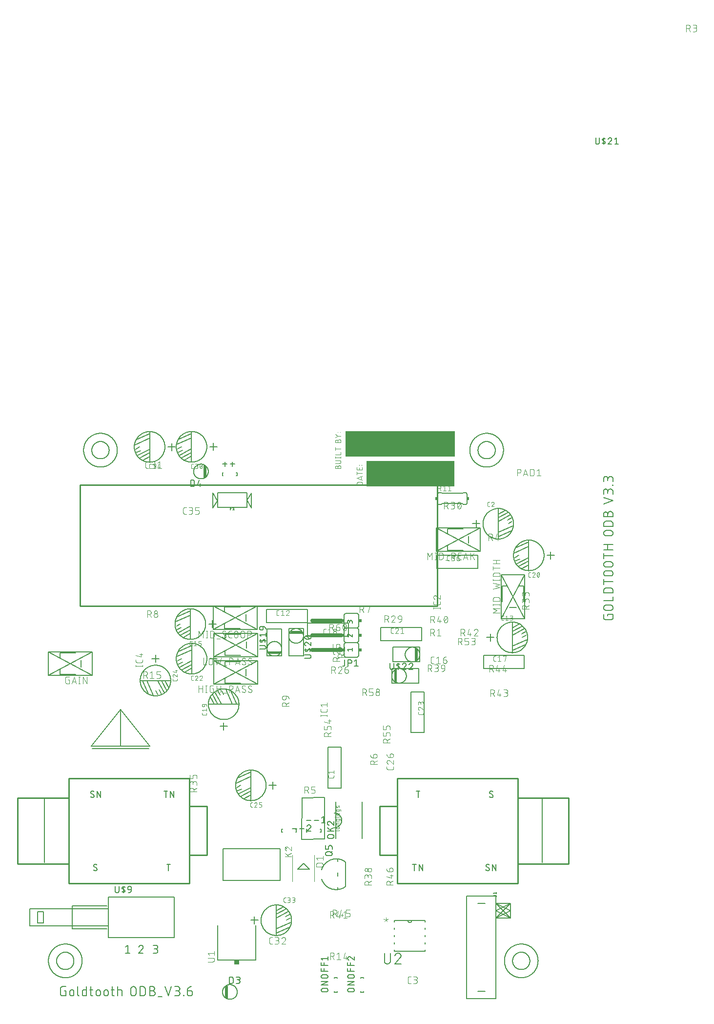
<source format=gbr>
G04 EAGLE Gerber X2 export*
%TF.Part,Single*%
%TF.FileFunction,Legend,Top,1*%
%TF.FilePolarity,Positive*%
%TF.GenerationSoftware,Autodesk,EAGLE,9.2.2*%
%TF.CreationDate,2019-04-19T13:44:37Z*%
G75*
%MOMM*%
%FSLAX34Y34*%
%LPD*%
%INSilkscreen Top*%
%AMOC8*
5,1,8,0,0,1.08239X$1,22.5*%
G01*
%ADD10C,0.152400*%
%ADD11R,19.050000X4.445000*%
%ADD12R,15.240000X4.445000*%
%ADD13C,0.076200*%
%ADD14C,0.203200*%
%ADD15C,0.127000*%
%ADD16C,0.101600*%
%ADD17C,0.254000*%
%ADD18R,0.863600X0.762000*%
%ADD19C,0.660400*%
%ADD20R,0.508000X0.609600*%
%ADD21R,0.381000X0.508000*%


D10*
X45079Y22800D02*
X47789Y22800D01*
X47789Y13769D01*
X42370Y13769D01*
X42252Y13771D01*
X42134Y13777D01*
X42016Y13786D01*
X41899Y13800D01*
X41782Y13817D01*
X41665Y13838D01*
X41550Y13863D01*
X41435Y13892D01*
X41321Y13925D01*
X41209Y13961D01*
X41098Y14001D01*
X40988Y14044D01*
X40879Y14091D01*
X40772Y14141D01*
X40667Y14196D01*
X40564Y14253D01*
X40463Y14314D01*
X40363Y14378D01*
X40266Y14445D01*
X40171Y14515D01*
X40079Y14589D01*
X39988Y14665D01*
X39901Y14745D01*
X39816Y14827D01*
X39734Y14912D01*
X39654Y14999D01*
X39578Y15090D01*
X39504Y15182D01*
X39434Y15277D01*
X39367Y15374D01*
X39303Y15474D01*
X39242Y15575D01*
X39185Y15678D01*
X39130Y15783D01*
X39080Y15890D01*
X39033Y15999D01*
X38990Y16109D01*
X38950Y16220D01*
X38914Y16332D01*
X38881Y16446D01*
X38852Y16561D01*
X38827Y16676D01*
X38806Y16793D01*
X38789Y16910D01*
X38775Y17027D01*
X38766Y17145D01*
X38760Y17263D01*
X38758Y17381D01*
X38757Y17381D02*
X38757Y26412D01*
X38758Y26412D02*
X38760Y26530D01*
X38766Y26648D01*
X38775Y26766D01*
X38789Y26883D01*
X38806Y27000D01*
X38827Y27117D01*
X38852Y27232D01*
X38881Y27347D01*
X38914Y27461D01*
X38950Y27573D01*
X38990Y27684D01*
X39033Y27794D01*
X39080Y27903D01*
X39130Y28010D01*
X39184Y28115D01*
X39242Y28218D01*
X39303Y28319D01*
X39367Y28419D01*
X39434Y28516D01*
X39504Y28611D01*
X39578Y28703D01*
X39654Y28794D01*
X39734Y28881D01*
X39816Y28966D01*
X39901Y29048D01*
X39988Y29128D01*
X40079Y29204D01*
X40171Y29278D01*
X40266Y29348D01*
X40363Y29415D01*
X40463Y29479D01*
X40564Y29540D01*
X40667Y29597D01*
X40772Y29651D01*
X40879Y29702D01*
X40988Y29749D01*
X41098Y29792D01*
X41209Y29832D01*
X41321Y29868D01*
X41435Y29901D01*
X41550Y29930D01*
X41665Y29955D01*
X41782Y29976D01*
X41899Y29993D01*
X42016Y30007D01*
X42134Y30016D01*
X42252Y30022D01*
X42370Y30024D01*
X42370Y30025D02*
X47789Y30025D01*
X54771Y20994D02*
X54771Y17381D01*
X54771Y20994D02*
X54773Y21113D01*
X54779Y21233D01*
X54789Y21352D01*
X54803Y21470D01*
X54820Y21589D01*
X54842Y21706D01*
X54867Y21823D01*
X54897Y21938D01*
X54930Y22053D01*
X54967Y22167D01*
X55007Y22279D01*
X55052Y22390D01*
X55100Y22499D01*
X55151Y22607D01*
X55206Y22713D01*
X55265Y22817D01*
X55327Y22919D01*
X55392Y23019D01*
X55461Y23117D01*
X55533Y23213D01*
X55608Y23306D01*
X55685Y23396D01*
X55766Y23484D01*
X55850Y23569D01*
X55937Y23651D01*
X56026Y23731D01*
X56118Y23807D01*
X56212Y23881D01*
X56309Y23951D01*
X56407Y24018D01*
X56508Y24082D01*
X56612Y24142D01*
X56717Y24199D01*
X56824Y24252D01*
X56932Y24302D01*
X57042Y24348D01*
X57154Y24390D01*
X57267Y24429D01*
X57381Y24464D01*
X57496Y24495D01*
X57613Y24523D01*
X57730Y24546D01*
X57847Y24566D01*
X57966Y24582D01*
X58085Y24594D01*
X58204Y24602D01*
X58323Y24606D01*
X58443Y24606D01*
X58562Y24602D01*
X58681Y24594D01*
X58800Y24582D01*
X58919Y24566D01*
X59036Y24546D01*
X59153Y24523D01*
X59270Y24495D01*
X59385Y24464D01*
X59499Y24429D01*
X59612Y24390D01*
X59724Y24348D01*
X59834Y24302D01*
X59942Y24252D01*
X60049Y24199D01*
X60154Y24142D01*
X60258Y24082D01*
X60359Y24018D01*
X60457Y23951D01*
X60554Y23881D01*
X60648Y23807D01*
X60740Y23731D01*
X60829Y23651D01*
X60916Y23569D01*
X61000Y23484D01*
X61081Y23396D01*
X61158Y23306D01*
X61233Y23213D01*
X61305Y23117D01*
X61374Y23019D01*
X61439Y22919D01*
X61501Y22817D01*
X61560Y22713D01*
X61615Y22607D01*
X61666Y22499D01*
X61714Y22390D01*
X61759Y22279D01*
X61799Y22167D01*
X61836Y22053D01*
X61869Y21938D01*
X61899Y21823D01*
X61924Y21706D01*
X61946Y21589D01*
X61963Y21470D01*
X61977Y21352D01*
X61987Y21233D01*
X61993Y21113D01*
X61995Y20994D01*
X61996Y20994D02*
X61996Y17381D01*
X61995Y17381D02*
X61993Y17262D01*
X61987Y17142D01*
X61977Y17023D01*
X61963Y16905D01*
X61946Y16786D01*
X61924Y16669D01*
X61899Y16552D01*
X61869Y16437D01*
X61836Y16322D01*
X61799Y16208D01*
X61759Y16096D01*
X61714Y15985D01*
X61666Y15876D01*
X61615Y15768D01*
X61560Y15662D01*
X61501Y15558D01*
X61439Y15456D01*
X61374Y15356D01*
X61305Y15258D01*
X61233Y15162D01*
X61158Y15069D01*
X61081Y14979D01*
X61000Y14891D01*
X60916Y14806D01*
X60829Y14724D01*
X60740Y14644D01*
X60648Y14568D01*
X60554Y14494D01*
X60457Y14424D01*
X60359Y14357D01*
X60258Y14293D01*
X60154Y14233D01*
X60049Y14176D01*
X59942Y14123D01*
X59834Y14073D01*
X59724Y14027D01*
X59612Y13985D01*
X59499Y13946D01*
X59385Y13911D01*
X59270Y13880D01*
X59153Y13852D01*
X59036Y13829D01*
X58919Y13809D01*
X58800Y13793D01*
X58681Y13781D01*
X58562Y13773D01*
X58443Y13769D01*
X58323Y13769D01*
X58204Y13773D01*
X58085Y13781D01*
X57966Y13793D01*
X57847Y13809D01*
X57730Y13829D01*
X57613Y13852D01*
X57496Y13880D01*
X57381Y13911D01*
X57267Y13946D01*
X57154Y13985D01*
X57042Y14027D01*
X56932Y14073D01*
X56824Y14123D01*
X56717Y14176D01*
X56612Y14233D01*
X56508Y14293D01*
X56407Y14357D01*
X56309Y14424D01*
X56212Y14494D01*
X56118Y14568D01*
X56026Y14644D01*
X55937Y14724D01*
X55850Y14806D01*
X55766Y14891D01*
X55685Y14979D01*
X55608Y15069D01*
X55533Y15162D01*
X55461Y15258D01*
X55392Y15356D01*
X55327Y15456D01*
X55265Y15558D01*
X55206Y15662D01*
X55151Y15768D01*
X55100Y15876D01*
X55052Y15985D01*
X55007Y16096D01*
X54967Y16208D01*
X54930Y16322D01*
X54897Y16437D01*
X54867Y16552D01*
X54842Y16669D01*
X54820Y16786D01*
X54803Y16905D01*
X54789Y17023D01*
X54779Y17142D01*
X54773Y17262D01*
X54771Y17381D01*
X68555Y16478D02*
X68555Y30025D01*
X68555Y16478D02*
X68557Y16377D01*
X68563Y16276D01*
X68572Y16175D01*
X68585Y16074D01*
X68602Y15974D01*
X68623Y15875D01*
X68647Y15777D01*
X68675Y15680D01*
X68707Y15583D01*
X68742Y15488D01*
X68781Y15395D01*
X68823Y15303D01*
X68869Y15212D01*
X68918Y15123D01*
X68970Y15037D01*
X69026Y14952D01*
X69084Y14869D01*
X69146Y14789D01*
X69211Y14711D01*
X69278Y14635D01*
X69348Y14562D01*
X69421Y14492D01*
X69497Y14425D01*
X69575Y14360D01*
X69655Y14298D01*
X69738Y14240D01*
X69823Y14184D01*
X69910Y14132D01*
X69998Y14083D01*
X70089Y14037D01*
X70181Y13995D01*
X70274Y13956D01*
X70369Y13921D01*
X70466Y13889D01*
X70563Y13861D01*
X70661Y13837D01*
X70760Y13816D01*
X70860Y13799D01*
X70961Y13786D01*
X71062Y13777D01*
X71163Y13771D01*
X71264Y13769D01*
X83806Y13769D02*
X83806Y30025D01*
X83806Y13769D02*
X79291Y13769D01*
X79190Y13771D01*
X79089Y13777D01*
X78988Y13786D01*
X78887Y13799D01*
X78787Y13816D01*
X78688Y13837D01*
X78590Y13861D01*
X78493Y13889D01*
X78396Y13921D01*
X78301Y13956D01*
X78208Y13995D01*
X78116Y14037D01*
X78025Y14083D01*
X77937Y14132D01*
X77850Y14184D01*
X77765Y14240D01*
X77682Y14298D01*
X77602Y14360D01*
X77524Y14425D01*
X77448Y14492D01*
X77375Y14562D01*
X77305Y14635D01*
X77238Y14711D01*
X77173Y14789D01*
X77111Y14869D01*
X77053Y14952D01*
X76997Y15037D01*
X76945Y15123D01*
X76896Y15212D01*
X76850Y15303D01*
X76808Y15395D01*
X76769Y15488D01*
X76734Y15583D01*
X76702Y15680D01*
X76674Y15777D01*
X76650Y15875D01*
X76629Y15974D01*
X76612Y16074D01*
X76599Y16175D01*
X76590Y16276D01*
X76584Y16377D01*
X76582Y16478D01*
X76581Y16478D02*
X76581Y21897D01*
X76582Y21897D02*
X76584Y21998D01*
X76590Y22099D01*
X76599Y22200D01*
X76612Y22301D01*
X76629Y22401D01*
X76650Y22500D01*
X76674Y22598D01*
X76702Y22695D01*
X76734Y22792D01*
X76769Y22887D01*
X76808Y22980D01*
X76850Y23072D01*
X76896Y23163D01*
X76945Y23251D01*
X76997Y23338D01*
X77053Y23423D01*
X77111Y23506D01*
X77173Y23586D01*
X77238Y23664D01*
X77305Y23740D01*
X77375Y23813D01*
X77448Y23883D01*
X77524Y23950D01*
X77602Y24015D01*
X77682Y24077D01*
X77765Y24135D01*
X77850Y24191D01*
X77937Y24243D01*
X78025Y24292D01*
X78116Y24338D01*
X78208Y24380D01*
X78301Y24419D01*
X78396Y24454D01*
X78493Y24486D01*
X78590Y24514D01*
X78688Y24538D01*
X78787Y24559D01*
X78887Y24576D01*
X78988Y24589D01*
X79089Y24598D01*
X79190Y24604D01*
X79291Y24606D01*
X83806Y24606D01*
X89425Y24606D02*
X94844Y24606D01*
X91232Y30025D02*
X91232Y16478D01*
X91234Y16377D01*
X91240Y16276D01*
X91249Y16175D01*
X91262Y16074D01*
X91279Y15974D01*
X91300Y15875D01*
X91324Y15777D01*
X91352Y15680D01*
X91384Y15583D01*
X91419Y15488D01*
X91458Y15395D01*
X91500Y15303D01*
X91546Y15212D01*
X91595Y15123D01*
X91647Y15037D01*
X91703Y14952D01*
X91761Y14869D01*
X91823Y14789D01*
X91888Y14711D01*
X91955Y14635D01*
X92025Y14562D01*
X92098Y14492D01*
X92174Y14425D01*
X92252Y14360D01*
X92332Y14298D01*
X92415Y14240D01*
X92500Y14184D01*
X92587Y14132D01*
X92675Y14083D01*
X92766Y14037D01*
X92858Y13995D01*
X92951Y13956D01*
X93046Y13921D01*
X93143Y13889D01*
X93240Y13861D01*
X93338Y13837D01*
X93437Y13816D01*
X93537Y13799D01*
X93638Y13786D01*
X93739Y13777D01*
X93840Y13771D01*
X93941Y13769D01*
X94844Y13769D01*
X100622Y17381D02*
X100622Y20994D01*
X100623Y20994D02*
X100625Y21113D01*
X100631Y21233D01*
X100641Y21352D01*
X100655Y21470D01*
X100672Y21589D01*
X100694Y21706D01*
X100719Y21823D01*
X100749Y21938D01*
X100782Y22053D01*
X100819Y22167D01*
X100859Y22279D01*
X100904Y22390D01*
X100952Y22499D01*
X101003Y22607D01*
X101058Y22713D01*
X101117Y22817D01*
X101179Y22919D01*
X101244Y23019D01*
X101313Y23117D01*
X101385Y23213D01*
X101460Y23306D01*
X101537Y23396D01*
X101618Y23484D01*
X101702Y23569D01*
X101789Y23651D01*
X101878Y23731D01*
X101970Y23807D01*
X102064Y23881D01*
X102161Y23951D01*
X102259Y24018D01*
X102360Y24082D01*
X102464Y24142D01*
X102569Y24199D01*
X102676Y24252D01*
X102784Y24302D01*
X102894Y24348D01*
X103006Y24390D01*
X103119Y24429D01*
X103233Y24464D01*
X103348Y24495D01*
X103465Y24523D01*
X103582Y24546D01*
X103699Y24566D01*
X103818Y24582D01*
X103937Y24594D01*
X104056Y24602D01*
X104175Y24606D01*
X104295Y24606D01*
X104414Y24602D01*
X104533Y24594D01*
X104652Y24582D01*
X104771Y24566D01*
X104888Y24546D01*
X105005Y24523D01*
X105122Y24495D01*
X105237Y24464D01*
X105351Y24429D01*
X105464Y24390D01*
X105576Y24348D01*
X105686Y24302D01*
X105794Y24252D01*
X105901Y24199D01*
X106006Y24142D01*
X106110Y24082D01*
X106211Y24018D01*
X106309Y23951D01*
X106406Y23881D01*
X106500Y23807D01*
X106592Y23731D01*
X106681Y23651D01*
X106768Y23569D01*
X106852Y23484D01*
X106933Y23396D01*
X107010Y23306D01*
X107085Y23213D01*
X107157Y23117D01*
X107226Y23019D01*
X107291Y22919D01*
X107353Y22817D01*
X107412Y22713D01*
X107467Y22607D01*
X107518Y22499D01*
X107566Y22390D01*
X107611Y22279D01*
X107651Y22167D01*
X107688Y22053D01*
X107721Y21938D01*
X107751Y21823D01*
X107776Y21706D01*
X107798Y21589D01*
X107815Y21470D01*
X107829Y21352D01*
X107839Y21233D01*
X107845Y21113D01*
X107847Y20994D01*
X107847Y17381D01*
X107845Y17262D01*
X107839Y17142D01*
X107829Y17023D01*
X107815Y16905D01*
X107798Y16786D01*
X107776Y16669D01*
X107751Y16552D01*
X107721Y16437D01*
X107688Y16322D01*
X107651Y16208D01*
X107611Y16096D01*
X107566Y15985D01*
X107518Y15876D01*
X107467Y15768D01*
X107412Y15662D01*
X107353Y15558D01*
X107291Y15456D01*
X107226Y15356D01*
X107157Y15258D01*
X107085Y15162D01*
X107010Y15069D01*
X106933Y14979D01*
X106852Y14891D01*
X106768Y14806D01*
X106681Y14724D01*
X106592Y14644D01*
X106500Y14568D01*
X106406Y14494D01*
X106309Y14424D01*
X106211Y14357D01*
X106110Y14293D01*
X106006Y14233D01*
X105901Y14176D01*
X105794Y14123D01*
X105686Y14073D01*
X105576Y14027D01*
X105464Y13985D01*
X105351Y13946D01*
X105237Y13911D01*
X105122Y13880D01*
X105005Y13852D01*
X104888Y13829D01*
X104771Y13809D01*
X104652Y13793D01*
X104533Y13781D01*
X104414Y13773D01*
X104295Y13769D01*
X104175Y13769D01*
X104056Y13773D01*
X103937Y13781D01*
X103818Y13793D01*
X103699Y13809D01*
X103582Y13829D01*
X103465Y13852D01*
X103348Y13880D01*
X103233Y13911D01*
X103119Y13946D01*
X103006Y13985D01*
X102894Y14027D01*
X102784Y14073D01*
X102676Y14123D01*
X102569Y14176D01*
X102464Y14233D01*
X102360Y14293D01*
X102259Y14357D01*
X102161Y14424D01*
X102064Y14494D01*
X101970Y14568D01*
X101878Y14644D01*
X101789Y14724D01*
X101702Y14806D01*
X101618Y14891D01*
X101537Y14979D01*
X101460Y15069D01*
X101385Y15162D01*
X101313Y15258D01*
X101244Y15356D01*
X101179Y15456D01*
X101117Y15558D01*
X101058Y15662D01*
X101003Y15768D01*
X100952Y15876D01*
X100904Y15985D01*
X100859Y16096D01*
X100819Y16208D01*
X100782Y16322D01*
X100749Y16437D01*
X100719Y16552D01*
X100694Y16669D01*
X100672Y16786D01*
X100655Y16905D01*
X100641Y17023D01*
X100631Y17142D01*
X100625Y17262D01*
X100623Y17381D01*
X114169Y17381D02*
X114169Y20994D01*
X114170Y20994D02*
X114172Y21113D01*
X114178Y21233D01*
X114188Y21352D01*
X114202Y21470D01*
X114219Y21589D01*
X114241Y21706D01*
X114266Y21823D01*
X114296Y21938D01*
X114329Y22053D01*
X114366Y22167D01*
X114406Y22279D01*
X114451Y22390D01*
X114499Y22499D01*
X114550Y22607D01*
X114605Y22713D01*
X114664Y22817D01*
X114726Y22919D01*
X114791Y23019D01*
X114860Y23117D01*
X114932Y23213D01*
X115007Y23306D01*
X115084Y23396D01*
X115165Y23484D01*
X115249Y23569D01*
X115336Y23651D01*
X115425Y23731D01*
X115517Y23807D01*
X115611Y23881D01*
X115708Y23951D01*
X115806Y24018D01*
X115907Y24082D01*
X116011Y24142D01*
X116116Y24199D01*
X116223Y24252D01*
X116331Y24302D01*
X116441Y24348D01*
X116553Y24390D01*
X116666Y24429D01*
X116780Y24464D01*
X116895Y24495D01*
X117012Y24523D01*
X117129Y24546D01*
X117246Y24566D01*
X117365Y24582D01*
X117484Y24594D01*
X117603Y24602D01*
X117722Y24606D01*
X117842Y24606D01*
X117961Y24602D01*
X118080Y24594D01*
X118199Y24582D01*
X118318Y24566D01*
X118435Y24546D01*
X118552Y24523D01*
X118669Y24495D01*
X118784Y24464D01*
X118898Y24429D01*
X119011Y24390D01*
X119123Y24348D01*
X119233Y24302D01*
X119341Y24252D01*
X119448Y24199D01*
X119553Y24142D01*
X119657Y24082D01*
X119758Y24018D01*
X119856Y23951D01*
X119953Y23881D01*
X120047Y23807D01*
X120139Y23731D01*
X120228Y23651D01*
X120315Y23569D01*
X120399Y23484D01*
X120480Y23396D01*
X120557Y23306D01*
X120632Y23213D01*
X120704Y23117D01*
X120773Y23019D01*
X120838Y22919D01*
X120900Y22817D01*
X120959Y22713D01*
X121014Y22607D01*
X121065Y22499D01*
X121113Y22390D01*
X121158Y22279D01*
X121198Y22167D01*
X121235Y22053D01*
X121268Y21938D01*
X121298Y21823D01*
X121323Y21706D01*
X121345Y21589D01*
X121362Y21470D01*
X121376Y21352D01*
X121386Y21233D01*
X121392Y21113D01*
X121394Y20994D01*
X121394Y17381D01*
X121392Y17262D01*
X121386Y17142D01*
X121376Y17023D01*
X121362Y16905D01*
X121345Y16786D01*
X121323Y16669D01*
X121298Y16552D01*
X121268Y16437D01*
X121235Y16322D01*
X121198Y16208D01*
X121158Y16096D01*
X121113Y15985D01*
X121065Y15876D01*
X121014Y15768D01*
X120959Y15662D01*
X120900Y15558D01*
X120838Y15456D01*
X120773Y15356D01*
X120704Y15258D01*
X120632Y15162D01*
X120557Y15069D01*
X120480Y14979D01*
X120399Y14891D01*
X120315Y14806D01*
X120228Y14724D01*
X120139Y14644D01*
X120047Y14568D01*
X119953Y14494D01*
X119856Y14424D01*
X119758Y14357D01*
X119657Y14293D01*
X119553Y14233D01*
X119448Y14176D01*
X119341Y14123D01*
X119233Y14073D01*
X119123Y14027D01*
X119011Y13985D01*
X118898Y13946D01*
X118784Y13911D01*
X118669Y13880D01*
X118552Y13852D01*
X118435Y13829D01*
X118318Y13809D01*
X118199Y13793D01*
X118080Y13781D01*
X117961Y13773D01*
X117842Y13769D01*
X117722Y13769D01*
X117603Y13773D01*
X117484Y13781D01*
X117365Y13793D01*
X117246Y13809D01*
X117129Y13829D01*
X117012Y13852D01*
X116895Y13880D01*
X116780Y13911D01*
X116666Y13946D01*
X116553Y13985D01*
X116441Y14027D01*
X116331Y14073D01*
X116223Y14123D01*
X116116Y14176D01*
X116011Y14233D01*
X115907Y14293D01*
X115806Y14357D01*
X115708Y14424D01*
X115611Y14494D01*
X115517Y14568D01*
X115425Y14644D01*
X115336Y14724D01*
X115249Y14806D01*
X115165Y14891D01*
X115084Y14979D01*
X115007Y15069D01*
X114932Y15162D01*
X114860Y15258D01*
X114791Y15356D01*
X114726Y15456D01*
X114664Y15558D01*
X114605Y15662D01*
X114550Y15768D01*
X114499Y15876D01*
X114451Y15985D01*
X114406Y16096D01*
X114366Y16208D01*
X114329Y16322D01*
X114296Y16437D01*
X114266Y16552D01*
X114241Y16669D01*
X114219Y16786D01*
X114202Y16905D01*
X114188Y17023D01*
X114178Y17142D01*
X114172Y17262D01*
X114170Y17381D01*
X126419Y24606D02*
X131838Y24606D01*
X128225Y30025D02*
X128225Y16478D01*
X128226Y16478D02*
X128228Y16377D01*
X128234Y16276D01*
X128243Y16175D01*
X128256Y16074D01*
X128273Y15974D01*
X128294Y15875D01*
X128318Y15777D01*
X128346Y15680D01*
X128378Y15583D01*
X128413Y15488D01*
X128452Y15395D01*
X128494Y15303D01*
X128540Y15212D01*
X128589Y15123D01*
X128641Y15037D01*
X128697Y14952D01*
X128755Y14869D01*
X128817Y14789D01*
X128882Y14711D01*
X128949Y14635D01*
X129019Y14562D01*
X129092Y14492D01*
X129168Y14425D01*
X129246Y14360D01*
X129326Y14298D01*
X129409Y14240D01*
X129494Y14184D01*
X129581Y14132D01*
X129669Y14083D01*
X129760Y14037D01*
X129852Y13995D01*
X129945Y13956D01*
X130040Y13921D01*
X130137Y13889D01*
X130234Y13861D01*
X130332Y13837D01*
X130431Y13816D01*
X130531Y13799D01*
X130632Y13786D01*
X130733Y13777D01*
X130834Y13771D01*
X130935Y13769D01*
X131838Y13769D01*
X138137Y13769D02*
X138137Y30025D01*
X138137Y24606D02*
X142653Y24606D01*
X142757Y24604D01*
X142860Y24598D01*
X142964Y24588D01*
X143067Y24574D01*
X143169Y24556D01*
X143270Y24535D01*
X143371Y24509D01*
X143470Y24480D01*
X143569Y24447D01*
X143666Y24410D01*
X143761Y24369D01*
X143855Y24325D01*
X143947Y24277D01*
X144037Y24226D01*
X144126Y24171D01*
X144212Y24113D01*
X144295Y24051D01*
X144377Y23987D01*
X144455Y23919D01*
X144531Y23849D01*
X144605Y23776D01*
X144675Y23699D01*
X144743Y23621D01*
X144807Y23539D01*
X144869Y23456D01*
X144927Y23370D01*
X144982Y23281D01*
X145033Y23191D01*
X145081Y23099D01*
X145125Y23005D01*
X145166Y22910D01*
X145203Y22813D01*
X145236Y22714D01*
X145265Y22615D01*
X145291Y22514D01*
X145312Y22413D01*
X145330Y22311D01*
X145344Y22208D01*
X145354Y22104D01*
X145360Y22001D01*
X145362Y21897D01*
X145362Y13769D01*
X160681Y18284D02*
X160681Y25509D01*
X160680Y25509D02*
X160682Y25642D01*
X160688Y25774D01*
X160698Y25906D01*
X160711Y26038D01*
X160729Y26170D01*
X160750Y26300D01*
X160775Y26431D01*
X160804Y26560D01*
X160837Y26688D01*
X160873Y26816D01*
X160913Y26942D01*
X160957Y27067D01*
X161005Y27191D01*
X161056Y27313D01*
X161111Y27434D01*
X161169Y27553D01*
X161231Y27671D01*
X161296Y27786D01*
X161365Y27900D01*
X161436Y28011D01*
X161512Y28120D01*
X161590Y28227D01*
X161671Y28332D01*
X161756Y28434D01*
X161843Y28534D01*
X161933Y28631D01*
X162026Y28726D01*
X162122Y28817D01*
X162220Y28906D01*
X162321Y28992D01*
X162425Y29075D01*
X162531Y29155D01*
X162639Y29231D01*
X162749Y29305D01*
X162862Y29375D01*
X162976Y29442D01*
X163093Y29505D01*
X163211Y29565D01*
X163331Y29622D01*
X163453Y29675D01*
X163576Y29724D01*
X163700Y29770D01*
X163826Y29812D01*
X163953Y29850D01*
X164081Y29885D01*
X164210Y29916D01*
X164339Y29943D01*
X164470Y29966D01*
X164601Y29986D01*
X164733Y30001D01*
X164865Y30013D01*
X164997Y30021D01*
X165130Y30025D01*
X165262Y30025D01*
X165395Y30021D01*
X165527Y30013D01*
X165659Y30001D01*
X165791Y29986D01*
X165922Y29966D01*
X166053Y29943D01*
X166182Y29916D01*
X166311Y29885D01*
X166439Y29850D01*
X166566Y29812D01*
X166692Y29770D01*
X166816Y29724D01*
X166939Y29675D01*
X167061Y29622D01*
X167181Y29565D01*
X167299Y29505D01*
X167416Y29442D01*
X167530Y29375D01*
X167643Y29305D01*
X167753Y29231D01*
X167861Y29155D01*
X167967Y29075D01*
X168071Y28992D01*
X168172Y28906D01*
X168270Y28817D01*
X168366Y28726D01*
X168459Y28631D01*
X168549Y28534D01*
X168636Y28434D01*
X168721Y28332D01*
X168802Y28227D01*
X168880Y28120D01*
X168956Y28011D01*
X169027Y27900D01*
X169096Y27786D01*
X169161Y27671D01*
X169223Y27553D01*
X169281Y27434D01*
X169336Y27313D01*
X169387Y27191D01*
X169435Y27067D01*
X169479Y26942D01*
X169519Y26816D01*
X169555Y26688D01*
X169588Y26560D01*
X169617Y26431D01*
X169642Y26300D01*
X169663Y26170D01*
X169681Y26038D01*
X169694Y25906D01*
X169704Y25774D01*
X169710Y25642D01*
X169712Y25509D01*
X169712Y18284D01*
X169710Y18151D01*
X169704Y18019D01*
X169694Y17887D01*
X169681Y17755D01*
X169663Y17623D01*
X169642Y17493D01*
X169617Y17362D01*
X169588Y17233D01*
X169555Y17105D01*
X169519Y16977D01*
X169479Y16851D01*
X169435Y16726D01*
X169387Y16602D01*
X169336Y16480D01*
X169281Y16359D01*
X169223Y16240D01*
X169161Y16122D01*
X169096Y16007D01*
X169027Y15893D01*
X168956Y15782D01*
X168880Y15673D01*
X168802Y15566D01*
X168721Y15461D01*
X168636Y15359D01*
X168549Y15259D01*
X168459Y15162D01*
X168366Y15067D01*
X168270Y14976D01*
X168172Y14887D01*
X168071Y14801D01*
X167967Y14718D01*
X167861Y14638D01*
X167753Y14562D01*
X167643Y14488D01*
X167530Y14418D01*
X167416Y14351D01*
X167299Y14288D01*
X167181Y14228D01*
X167061Y14171D01*
X166939Y14118D01*
X166816Y14069D01*
X166692Y14023D01*
X166566Y13981D01*
X166439Y13943D01*
X166311Y13908D01*
X166182Y13877D01*
X166053Y13850D01*
X165922Y13827D01*
X165791Y13807D01*
X165659Y13792D01*
X165527Y13780D01*
X165395Y13772D01*
X165262Y13768D01*
X165130Y13768D01*
X164997Y13772D01*
X164865Y13780D01*
X164733Y13792D01*
X164601Y13807D01*
X164470Y13827D01*
X164339Y13850D01*
X164210Y13877D01*
X164081Y13908D01*
X163953Y13943D01*
X163826Y13981D01*
X163700Y14023D01*
X163576Y14069D01*
X163453Y14118D01*
X163331Y14171D01*
X163211Y14228D01*
X163093Y14288D01*
X162976Y14351D01*
X162862Y14418D01*
X162749Y14488D01*
X162639Y14562D01*
X162531Y14638D01*
X162425Y14718D01*
X162321Y14801D01*
X162220Y14887D01*
X162122Y14976D01*
X162026Y15067D01*
X161933Y15162D01*
X161843Y15259D01*
X161756Y15359D01*
X161671Y15461D01*
X161590Y15566D01*
X161512Y15673D01*
X161436Y15782D01*
X161365Y15893D01*
X161296Y16007D01*
X161231Y16122D01*
X161169Y16240D01*
X161111Y16359D01*
X161056Y16480D01*
X161005Y16602D01*
X160957Y16726D01*
X160913Y16851D01*
X160873Y16977D01*
X160837Y17105D01*
X160804Y17233D01*
X160775Y17362D01*
X160750Y17493D01*
X160729Y17623D01*
X160711Y17755D01*
X160698Y17887D01*
X160688Y18019D01*
X160682Y18151D01*
X160680Y18284D01*
X176833Y13769D02*
X176833Y30025D01*
X181349Y30025D01*
X181480Y30023D01*
X181612Y30017D01*
X181743Y30008D01*
X181873Y29994D01*
X182004Y29977D01*
X182133Y29956D01*
X182262Y29932D01*
X182390Y29903D01*
X182518Y29871D01*
X182644Y29835D01*
X182769Y29796D01*
X182894Y29753D01*
X183016Y29706D01*
X183138Y29656D01*
X183258Y29602D01*
X183376Y29545D01*
X183492Y29484D01*
X183607Y29420D01*
X183720Y29353D01*
X183831Y29282D01*
X183939Y29208D01*
X184046Y29131D01*
X184150Y29051D01*
X184252Y28968D01*
X184351Y28883D01*
X184448Y28794D01*
X184542Y28702D01*
X184634Y28608D01*
X184723Y28511D01*
X184808Y28412D01*
X184891Y28310D01*
X184971Y28206D01*
X185048Y28099D01*
X185122Y27991D01*
X185193Y27880D01*
X185260Y27767D01*
X185324Y27652D01*
X185385Y27536D01*
X185442Y27418D01*
X185496Y27298D01*
X185546Y27176D01*
X185593Y27054D01*
X185636Y26929D01*
X185675Y26804D01*
X185711Y26678D01*
X185743Y26550D01*
X185772Y26422D01*
X185796Y26293D01*
X185817Y26164D01*
X185834Y26033D01*
X185848Y25903D01*
X185857Y25772D01*
X185863Y25640D01*
X185865Y25509D01*
X185864Y25509D02*
X185864Y18284D01*
X185865Y18284D02*
X185863Y18153D01*
X185857Y18021D01*
X185848Y17890D01*
X185834Y17760D01*
X185817Y17629D01*
X185796Y17500D01*
X185772Y17371D01*
X185743Y17243D01*
X185711Y17115D01*
X185675Y16989D01*
X185636Y16864D01*
X185593Y16739D01*
X185546Y16617D01*
X185496Y16495D01*
X185442Y16375D01*
X185385Y16257D01*
X185324Y16141D01*
X185260Y16026D01*
X185193Y15913D01*
X185122Y15802D01*
X185048Y15694D01*
X184971Y15587D01*
X184891Y15483D01*
X184808Y15381D01*
X184723Y15282D01*
X184634Y15185D01*
X184542Y15091D01*
X184448Y14999D01*
X184351Y14910D01*
X184252Y14825D01*
X184150Y14742D01*
X184046Y14662D01*
X183939Y14585D01*
X183831Y14511D01*
X183720Y14440D01*
X183607Y14373D01*
X183492Y14309D01*
X183376Y14248D01*
X183258Y14191D01*
X183138Y14137D01*
X183016Y14087D01*
X182894Y14040D01*
X182769Y13997D01*
X182644Y13958D01*
X182518Y13922D01*
X182390Y13890D01*
X182262Y13861D01*
X182133Y13837D01*
X182003Y13816D01*
X181873Y13799D01*
X181743Y13785D01*
X181612Y13776D01*
X181480Y13770D01*
X181349Y13768D01*
X181349Y13769D02*
X176833Y13769D01*
X193718Y22800D02*
X198233Y22800D01*
X198366Y22798D01*
X198498Y22792D01*
X198630Y22782D01*
X198762Y22769D01*
X198894Y22751D01*
X199024Y22730D01*
X199155Y22705D01*
X199284Y22676D01*
X199412Y22643D01*
X199540Y22607D01*
X199666Y22567D01*
X199791Y22523D01*
X199915Y22475D01*
X200037Y22424D01*
X200158Y22369D01*
X200277Y22311D01*
X200395Y22249D01*
X200510Y22184D01*
X200624Y22115D01*
X200735Y22044D01*
X200844Y21968D01*
X200951Y21890D01*
X201056Y21809D01*
X201158Y21724D01*
X201258Y21637D01*
X201355Y21547D01*
X201450Y21454D01*
X201541Y21358D01*
X201630Y21260D01*
X201716Y21159D01*
X201799Y21055D01*
X201879Y20949D01*
X201955Y20841D01*
X202029Y20731D01*
X202099Y20618D01*
X202166Y20504D01*
X202229Y20387D01*
X202289Y20269D01*
X202346Y20149D01*
X202399Y20027D01*
X202448Y19904D01*
X202494Y19780D01*
X202536Y19654D01*
X202574Y19527D01*
X202609Y19399D01*
X202640Y19270D01*
X202667Y19141D01*
X202690Y19010D01*
X202710Y18879D01*
X202725Y18747D01*
X202737Y18615D01*
X202745Y18483D01*
X202749Y18350D01*
X202749Y18218D01*
X202745Y18085D01*
X202737Y17953D01*
X202725Y17821D01*
X202710Y17689D01*
X202690Y17558D01*
X202667Y17427D01*
X202640Y17298D01*
X202609Y17169D01*
X202574Y17041D01*
X202536Y16914D01*
X202494Y16788D01*
X202448Y16664D01*
X202399Y16541D01*
X202346Y16419D01*
X202289Y16299D01*
X202229Y16181D01*
X202166Y16064D01*
X202099Y15950D01*
X202029Y15837D01*
X201955Y15727D01*
X201879Y15619D01*
X201799Y15513D01*
X201716Y15409D01*
X201630Y15308D01*
X201541Y15210D01*
X201450Y15114D01*
X201355Y15021D01*
X201258Y14931D01*
X201158Y14844D01*
X201056Y14759D01*
X200951Y14678D01*
X200844Y14600D01*
X200735Y14524D01*
X200624Y14453D01*
X200510Y14384D01*
X200395Y14319D01*
X200277Y14257D01*
X200158Y14199D01*
X200037Y14144D01*
X199915Y14093D01*
X199791Y14045D01*
X199666Y14001D01*
X199540Y13961D01*
X199412Y13925D01*
X199284Y13892D01*
X199155Y13863D01*
X199024Y13838D01*
X198894Y13817D01*
X198762Y13799D01*
X198630Y13786D01*
X198498Y13776D01*
X198366Y13770D01*
X198233Y13768D01*
X198233Y13769D02*
X193718Y13769D01*
X193718Y30025D01*
X198233Y30025D01*
X198233Y30024D02*
X198352Y30022D01*
X198472Y30016D01*
X198591Y30006D01*
X198709Y29992D01*
X198828Y29975D01*
X198945Y29953D01*
X199062Y29928D01*
X199177Y29898D01*
X199292Y29865D01*
X199406Y29828D01*
X199518Y29788D01*
X199629Y29743D01*
X199738Y29695D01*
X199846Y29644D01*
X199952Y29589D01*
X200056Y29530D01*
X200158Y29468D01*
X200258Y29403D01*
X200356Y29334D01*
X200452Y29262D01*
X200545Y29187D01*
X200635Y29110D01*
X200723Y29029D01*
X200808Y28945D01*
X200890Y28858D01*
X200970Y28769D01*
X201046Y28677D01*
X201120Y28583D01*
X201190Y28486D01*
X201257Y28388D01*
X201321Y28287D01*
X201381Y28183D01*
X201438Y28078D01*
X201491Y27971D01*
X201541Y27863D01*
X201587Y27753D01*
X201629Y27641D01*
X201668Y27528D01*
X201703Y27414D01*
X201734Y27299D01*
X201762Y27182D01*
X201785Y27065D01*
X201805Y26948D01*
X201821Y26829D01*
X201833Y26710D01*
X201841Y26591D01*
X201845Y26472D01*
X201845Y26352D01*
X201841Y26233D01*
X201833Y26114D01*
X201821Y25995D01*
X201805Y25876D01*
X201785Y25759D01*
X201762Y25642D01*
X201734Y25525D01*
X201703Y25410D01*
X201668Y25296D01*
X201629Y25183D01*
X201587Y25071D01*
X201541Y24961D01*
X201491Y24853D01*
X201438Y24746D01*
X201381Y24641D01*
X201321Y24537D01*
X201257Y24436D01*
X201190Y24338D01*
X201120Y24241D01*
X201046Y24147D01*
X200970Y24055D01*
X200890Y23966D01*
X200808Y23879D01*
X200723Y23795D01*
X200635Y23714D01*
X200545Y23637D01*
X200452Y23562D01*
X200356Y23490D01*
X200258Y23421D01*
X200158Y23356D01*
X200056Y23294D01*
X199952Y23235D01*
X199846Y23180D01*
X199738Y23129D01*
X199629Y23081D01*
X199518Y23036D01*
X199406Y22996D01*
X199292Y22959D01*
X199177Y22926D01*
X199062Y22896D01*
X198945Y22871D01*
X198828Y22849D01*
X198709Y22832D01*
X198591Y22818D01*
X198472Y22808D01*
X198352Y22802D01*
X198233Y22800D01*
X207957Y11963D02*
X215182Y11963D01*
X225637Y13769D02*
X220219Y30025D01*
X231056Y30025D02*
X225637Y13769D01*
X236753Y13769D02*
X241268Y13769D01*
X241268Y13768D02*
X241401Y13770D01*
X241533Y13776D01*
X241665Y13786D01*
X241797Y13799D01*
X241929Y13817D01*
X242059Y13838D01*
X242190Y13863D01*
X242319Y13892D01*
X242447Y13925D01*
X242575Y13961D01*
X242701Y14001D01*
X242826Y14045D01*
X242950Y14093D01*
X243072Y14144D01*
X243193Y14199D01*
X243312Y14257D01*
X243430Y14319D01*
X243545Y14384D01*
X243659Y14453D01*
X243770Y14524D01*
X243879Y14600D01*
X243986Y14678D01*
X244091Y14759D01*
X244193Y14844D01*
X244293Y14931D01*
X244390Y15021D01*
X244485Y15114D01*
X244576Y15210D01*
X244665Y15308D01*
X244751Y15409D01*
X244834Y15513D01*
X244914Y15619D01*
X244990Y15727D01*
X245064Y15837D01*
X245134Y15950D01*
X245201Y16064D01*
X245264Y16181D01*
X245324Y16299D01*
X245381Y16419D01*
X245434Y16541D01*
X245483Y16664D01*
X245529Y16788D01*
X245571Y16914D01*
X245609Y17041D01*
X245644Y17169D01*
X245675Y17298D01*
X245702Y17427D01*
X245725Y17558D01*
X245745Y17689D01*
X245760Y17821D01*
X245772Y17953D01*
X245780Y18085D01*
X245784Y18218D01*
X245784Y18350D01*
X245780Y18483D01*
X245772Y18615D01*
X245760Y18747D01*
X245745Y18879D01*
X245725Y19010D01*
X245702Y19141D01*
X245675Y19270D01*
X245644Y19399D01*
X245609Y19527D01*
X245571Y19654D01*
X245529Y19780D01*
X245483Y19904D01*
X245434Y20027D01*
X245381Y20149D01*
X245324Y20269D01*
X245264Y20387D01*
X245201Y20504D01*
X245134Y20618D01*
X245064Y20731D01*
X244990Y20841D01*
X244914Y20949D01*
X244834Y21055D01*
X244751Y21159D01*
X244665Y21260D01*
X244576Y21358D01*
X244485Y21454D01*
X244390Y21547D01*
X244293Y21637D01*
X244193Y21724D01*
X244091Y21809D01*
X243986Y21890D01*
X243879Y21968D01*
X243770Y22044D01*
X243659Y22115D01*
X243545Y22184D01*
X243430Y22249D01*
X243312Y22311D01*
X243193Y22369D01*
X243072Y22424D01*
X242950Y22475D01*
X242826Y22523D01*
X242701Y22567D01*
X242575Y22607D01*
X242447Y22643D01*
X242319Y22676D01*
X242190Y22705D01*
X242059Y22730D01*
X241929Y22751D01*
X241797Y22769D01*
X241665Y22782D01*
X241533Y22792D01*
X241401Y22798D01*
X241268Y22800D01*
X242172Y30025D02*
X236753Y30025D01*
X242172Y30024D02*
X242291Y30022D01*
X242411Y30016D01*
X242530Y30006D01*
X242648Y29992D01*
X242767Y29975D01*
X242884Y29953D01*
X243001Y29928D01*
X243116Y29898D01*
X243231Y29865D01*
X243345Y29828D01*
X243457Y29788D01*
X243568Y29743D01*
X243677Y29695D01*
X243785Y29644D01*
X243891Y29589D01*
X243995Y29530D01*
X244097Y29468D01*
X244197Y29403D01*
X244295Y29334D01*
X244391Y29262D01*
X244484Y29187D01*
X244574Y29110D01*
X244662Y29029D01*
X244747Y28945D01*
X244829Y28858D01*
X244909Y28769D01*
X244985Y28677D01*
X245059Y28583D01*
X245129Y28486D01*
X245196Y28388D01*
X245260Y28287D01*
X245320Y28183D01*
X245377Y28078D01*
X245430Y27971D01*
X245480Y27863D01*
X245526Y27753D01*
X245568Y27641D01*
X245607Y27528D01*
X245642Y27414D01*
X245673Y27299D01*
X245701Y27182D01*
X245724Y27065D01*
X245744Y26948D01*
X245760Y26829D01*
X245772Y26710D01*
X245780Y26591D01*
X245784Y26472D01*
X245784Y26352D01*
X245780Y26233D01*
X245772Y26114D01*
X245760Y25995D01*
X245744Y25876D01*
X245724Y25759D01*
X245701Y25642D01*
X245673Y25525D01*
X245642Y25410D01*
X245607Y25296D01*
X245568Y25183D01*
X245526Y25071D01*
X245480Y24961D01*
X245430Y24853D01*
X245377Y24746D01*
X245320Y24641D01*
X245260Y24537D01*
X245196Y24436D01*
X245129Y24338D01*
X245059Y24241D01*
X244985Y24147D01*
X244909Y24055D01*
X244829Y23966D01*
X244747Y23879D01*
X244662Y23795D01*
X244574Y23714D01*
X244484Y23637D01*
X244391Y23562D01*
X244295Y23490D01*
X244197Y23421D01*
X244097Y23356D01*
X243995Y23294D01*
X243891Y23235D01*
X243785Y23180D01*
X243677Y23129D01*
X243568Y23081D01*
X243457Y23036D01*
X243345Y22996D01*
X243231Y22959D01*
X243116Y22926D01*
X243001Y22896D01*
X242884Y22871D01*
X242767Y22849D01*
X242648Y22832D01*
X242530Y22818D01*
X242411Y22808D01*
X242291Y22802D01*
X242172Y22800D01*
X238559Y22800D01*
X251759Y14672D02*
X251759Y13769D01*
X251759Y14672D02*
X252662Y14672D01*
X252662Y13769D01*
X251759Y13769D01*
X258637Y22800D02*
X264055Y22800D01*
X264173Y22798D01*
X264291Y22792D01*
X264409Y22783D01*
X264526Y22769D01*
X264643Y22752D01*
X264760Y22731D01*
X264875Y22706D01*
X264990Y22677D01*
X265104Y22644D01*
X265216Y22608D01*
X265327Y22568D01*
X265437Y22525D01*
X265546Y22478D01*
X265653Y22428D01*
X265758Y22373D01*
X265861Y22316D01*
X265962Y22255D01*
X266062Y22191D01*
X266159Y22124D01*
X266254Y22054D01*
X266346Y21980D01*
X266437Y21904D01*
X266524Y21824D01*
X266609Y21742D01*
X266691Y21657D01*
X266771Y21570D01*
X266847Y21479D01*
X266921Y21387D01*
X266991Y21292D01*
X267058Y21195D01*
X267122Y21095D01*
X267183Y20994D01*
X267240Y20891D01*
X267295Y20786D01*
X267345Y20679D01*
X267392Y20570D01*
X267435Y20460D01*
X267475Y20349D01*
X267511Y20237D01*
X267544Y20123D01*
X267573Y20008D01*
X267598Y19893D01*
X267619Y19776D01*
X267636Y19659D01*
X267650Y19542D01*
X267659Y19424D01*
X267665Y19306D01*
X267667Y19188D01*
X267668Y19188D02*
X267668Y18284D01*
X267666Y18151D01*
X267660Y18019D01*
X267650Y17887D01*
X267637Y17755D01*
X267619Y17623D01*
X267598Y17493D01*
X267573Y17362D01*
X267544Y17233D01*
X267511Y17105D01*
X267475Y16977D01*
X267435Y16851D01*
X267391Y16726D01*
X267343Y16602D01*
X267292Y16480D01*
X267237Y16359D01*
X267179Y16240D01*
X267117Y16122D01*
X267052Y16007D01*
X266983Y15893D01*
X266912Y15782D01*
X266836Y15673D01*
X266758Y15566D01*
X266677Y15461D01*
X266592Y15359D01*
X266505Y15259D01*
X266415Y15162D01*
X266322Y15067D01*
X266226Y14976D01*
X266128Y14887D01*
X266027Y14801D01*
X265923Y14718D01*
X265817Y14638D01*
X265709Y14562D01*
X265599Y14488D01*
X265486Y14418D01*
X265372Y14351D01*
X265255Y14288D01*
X265137Y14228D01*
X265017Y14171D01*
X264895Y14118D01*
X264772Y14069D01*
X264648Y14023D01*
X264522Y13981D01*
X264395Y13943D01*
X264267Y13908D01*
X264138Y13877D01*
X264009Y13850D01*
X263878Y13827D01*
X263747Y13807D01*
X263615Y13792D01*
X263483Y13780D01*
X263351Y13772D01*
X263218Y13768D01*
X263086Y13768D01*
X262953Y13772D01*
X262821Y13780D01*
X262689Y13792D01*
X262557Y13807D01*
X262426Y13827D01*
X262295Y13850D01*
X262166Y13877D01*
X262037Y13908D01*
X261909Y13943D01*
X261782Y13981D01*
X261656Y14023D01*
X261532Y14069D01*
X261409Y14118D01*
X261287Y14171D01*
X261167Y14228D01*
X261049Y14288D01*
X260932Y14351D01*
X260818Y14418D01*
X260705Y14488D01*
X260595Y14562D01*
X260487Y14638D01*
X260381Y14718D01*
X260277Y14801D01*
X260176Y14887D01*
X260078Y14976D01*
X259982Y15067D01*
X259889Y15162D01*
X259799Y15259D01*
X259712Y15359D01*
X259627Y15461D01*
X259546Y15566D01*
X259468Y15673D01*
X259392Y15782D01*
X259321Y15893D01*
X259252Y16007D01*
X259187Y16122D01*
X259125Y16240D01*
X259067Y16359D01*
X259012Y16480D01*
X258961Y16602D01*
X258913Y16726D01*
X258869Y16851D01*
X258829Y16977D01*
X258793Y17105D01*
X258760Y17233D01*
X258731Y17362D01*
X258706Y17493D01*
X258685Y17623D01*
X258667Y17755D01*
X258654Y17887D01*
X258644Y18019D01*
X258638Y18151D01*
X258636Y18284D01*
X258637Y18284D02*
X258637Y22800D01*
X258639Y22977D01*
X258646Y23155D01*
X258657Y23332D01*
X258672Y23508D01*
X258691Y23684D01*
X258715Y23860D01*
X258743Y24035D01*
X258776Y24210D01*
X258813Y24383D01*
X258854Y24556D01*
X258899Y24727D01*
X258948Y24897D01*
X259002Y25066D01*
X259059Y25234D01*
X259121Y25400D01*
X259187Y25565D01*
X259257Y25728D01*
X259331Y25889D01*
X259408Y26048D01*
X259490Y26206D01*
X259576Y26361D01*
X259665Y26514D01*
X259758Y26665D01*
X259855Y26814D01*
X259955Y26960D01*
X260059Y27104D01*
X260166Y27245D01*
X260277Y27383D01*
X260391Y27519D01*
X260509Y27652D01*
X260629Y27782D01*
X260753Y27909D01*
X260880Y28033D01*
X261010Y28153D01*
X261143Y28271D01*
X261278Y28385D01*
X261417Y28496D01*
X261558Y28603D01*
X261702Y28707D01*
X261848Y28807D01*
X261997Y28904D01*
X262148Y28997D01*
X262301Y29086D01*
X262456Y29172D01*
X262614Y29254D01*
X262773Y29331D01*
X262934Y29405D01*
X263097Y29475D01*
X263262Y29541D01*
X263428Y29603D01*
X263596Y29660D01*
X263765Y29714D01*
X263935Y29763D01*
X264106Y29808D01*
X264279Y29849D01*
X264452Y29886D01*
X264627Y29919D01*
X264802Y29947D01*
X264978Y29971D01*
X265154Y29990D01*
X265330Y30005D01*
X265507Y30016D01*
X265685Y30023D01*
X265862Y30025D01*
X988202Y672632D02*
X988202Y675341D01*
X997234Y675341D01*
X997234Y669922D01*
X997233Y669922D02*
X997231Y669804D01*
X997225Y669686D01*
X997216Y669568D01*
X997202Y669451D01*
X997185Y669334D01*
X997164Y669217D01*
X997139Y669102D01*
X997110Y668987D01*
X997077Y668873D01*
X997041Y668761D01*
X997001Y668650D01*
X996958Y668540D01*
X996911Y668431D01*
X996861Y668324D01*
X996806Y668219D01*
X996749Y668116D01*
X996688Y668015D01*
X996624Y667915D01*
X996557Y667818D01*
X996487Y667723D01*
X996413Y667631D01*
X996337Y667540D01*
X996257Y667453D01*
X996175Y667368D01*
X996090Y667286D01*
X996003Y667206D01*
X995912Y667130D01*
X995820Y667056D01*
X995725Y666986D01*
X995628Y666919D01*
X995528Y666855D01*
X995427Y666794D01*
X995324Y666737D01*
X995219Y666682D01*
X995112Y666632D01*
X995003Y666585D01*
X994893Y666542D01*
X994782Y666502D01*
X994670Y666466D01*
X994556Y666433D01*
X994441Y666404D01*
X994326Y666379D01*
X994209Y666358D01*
X994092Y666341D01*
X993975Y666327D01*
X993857Y666318D01*
X993739Y666312D01*
X993621Y666310D01*
X984590Y666310D01*
X984590Y666309D02*
X984472Y666311D01*
X984354Y666317D01*
X984236Y666326D01*
X984118Y666340D01*
X984001Y666357D01*
X983885Y666378D01*
X983770Y666403D01*
X983655Y666432D01*
X983541Y666465D01*
X983429Y666501D01*
X983317Y666541D01*
X983207Y666584D01*
X983099Y666631D01*
X982992Y666682D01*
X982887Y666736D01*
X982784Y666793D01*
X982682Y666854D01*
X982583Y666918D01*
X982486Y666985D01*
X982391Y667056D01*
X982298Y667129D01*
X982208Y667206D01*
X982120Y667285D01*
X982035Y667367D01*
X981953Y667452D01*
X981874Y667540D01*
X981797Y667630D01*
X981724Y667723D01*
X981653Y667817D01*
X981586Y667915D01*
X981522Y668014D01*
X981461Y668115D01*
X981404Y668219D01*
X981350Y668324D01*
X981299Y668431D01*
X981252Y668539D01*
X981209Y668649D01*
X981169Y668761D01*
X981133Y668873D01*
X981100Y668987D01*
X981071Y669102D01*
X981046Y669217D01*
X981025Y669333D01*
X981008Y669450D01*
X980994Y669568D01*
X980985Y669686D01*
X980979Y669804D01*
X980977Y669922D01*
X980978Y669922D02*
X980978Y675341D01*
X985493Y682462D02*
X992718Y682462D01*
X985493Y682462D02*
X985360Y682464D01*
X985228Y682470D01*
X985096Y682480D01*
X984964Y682493D01*
X984832Y682511D01*
X984702Y682532D01*
X984571Y682557D01*
X984442Y682586D01*
X984314Y682619D01*
X984186Y682655D01*
X984060Y682695D01*
X983935Y682739D01*
X983811Y682787D01*
X983689Y682838D01*
X983568Y682893D01*
X983449Y682951D01*
X983331Y683013D01*
X983216Y683078D01*
X983102Y683147D01*
X982991Y683218D01*
X982882Y683294D01*
X982775Y683372D01*
X982670Y683453D01*
X982568Y683538D01*
X982468Y683625D01*
X982371Y683715D01*
X982276Y683808D01*
X982185Y683904D01*
X982096Y684002D01*
X982010Y684103D01*
X981927Y684207D01*
X981847Y684313D01*
X981771Y684421D01*
X981697Y684531D01*
X981627Y684644D01*
X981560Y684758D01*
X981497Y684875D01*
X981437Y684993D01*
X981380Y685113D01*
X981327Y685235D01*
X981278Y685358D01*
X981232Y685482D01*
X981190Y685608D01*
X981152Y685735D01*
X981117Y685863D01*
X981086Y685992D01*
X981059Y686121D01*
X981036Y686252D01*
X981016Y686383D01*
X981001Y686515D01*
X980989Y686647D01*
X980981Y686779D01*
X980977Y686912D01*
X980977Y687044D01*
X980981Y687177D01*
X980989Y687309D01*
X981001Y687441D01*
X981016Y687573D01*
X981036Y687704D01*
X981059Y687835D01*
X981086Y687964D01*
X981117Y688093D01*
X981152Y688221D01*
X981190Y688348D01*
X981232Y688474D01*
X981278Y688598D01*
X981327Y688721D01*
X981380Y688843D01*
X981437Y688963D01*
X981497Y689081D01*
X981560Y689198D01*
X981627Y689312D01*
X981697Y689425D01*
X981771Y689535D01*
X981847Y689643D01*
X981927Y689749D01*
X982010Y689853D01*
X982096Y689954D01*
X982185Y690052D01*
X982276Y690148D01*
X982371Y690241D01*
X982468Y690331D01*
X982568Y690418D01*
X982670Y690503D01*
X982775Y690584D01*
X982882Y690662D01*
X982991Y690738D01*
X983102Y690809D01*
X983216Y690878D01*
X983331Y690943D01*
X983449Y691005D01*
X983568Y691063D01*
X983689Y691118D01*
X983811Y691169D01*
X983935Y691217D01*
X984060Y691261D01*
X984186Y691301D01*
X984314Y691337D01*
X984442Y691370D01*
X984571Y691399D01*
X984702Y691424D01*
X984832Y691445D01*
X984964Y691463D01*
X985096Y691476D01*
X985228Y691486D01*
X985360Y691492D01*
X985493Y691494D01*
X985493Y691493D02*
X992718Y691493D01*
X992718Y691494D02*
X992851Y691492D01*
X992983Y691486D01*
X993115Y691476D01*
X993247Y691463D01*
X993379Y691445D01*
X993509Y691424D01*
X993640Y691399D01*
X993769Y691370D01*
X993897Y691337D01*
X994025Y691301D01*
X994151Y691261D01*
X994276Y691217D01*
X994400Y691169D01*
X994522Y691118D01*
X994643Y691063D01*
X994762Y691005D01*
X994880Y690943D01*
X994995Y690878D01*
X995109Y690809D01*
X995220Y690738D01*
X995329Y690662D01*
X995436Y690584D01*
X995541Y690503D01*
X995643Y690418D01*
X995743Y690331D01*
X995840Y690241D01*
X995935Y690148D01*
X996026Y690052D01*
X996115Y689954D01*
X996201Y689853D01*
X996284Y689749D01*
X996364Y689643D01*
X996440Y689535D01*
X996514Y689425D01*
X996584Y689312D01*
X996651Y689198D01*
X996714Y689081D01*
X996774Y688963D01*
X996831Y688843D01*
X996884Y688721D01*
X996933Y688598D01*
X996979Y688474D01*
X997021Y688348D01*
X997059Y688221D01*
X997094Y688093D01*
X997125Y687964D01*
X997152Y687835D01*
X997175Y687704D01*
X997195Y687573D01*
X997210Y687441D01*
X997222Y687309D01*
X997230Y687177D01*
X997234Y687044D01*
X997234Y686912D01*
X997230Y686779D01*
X997222Y686647D01*
X997210Y686515D01*
X997195Y686383D01*
X997175Y686252D01*
X997152Y686121D01*
X997125Y685992D01*
X997094Y685863D01*
X997059Y685735D01*
X997021Y685608D01*
X996979Y685482D01*
X996933Y685358D01*
X996884Y685235D01*
X996831Y685113D01*
X996774Y684993D01*
X996714Y684875D01*
X996651Y684758D01*
X996584Y684644D01*
X996514Y684531D01*
X996440Y684421D01*
X996364Y684313D01*
X996284Y684207D01*
X996201Y684103D01*
X996115Y684002D01*
X996026Y683904D01*
X995935Y683808D01*
X995840Y683715D01*
X995743Y683625D01*
X995643Y683538D01*
X995541Y683453D01*
X995436Y683372D01*
X995329Y683294D01*
X995220Y683218D01*
X995109Y683147D01*
X994995Y683078D01*
X994880Y683013D01*
X994762Y682951D01*
X994643Y682893D01*
X994522Y682838D01*
X994400Y682787D01*
X994276Y682739D01*
X994151Y682695D01*
X994025Y682655D01*
X993897Y682619D01*
X993769Y682586D01*
X993640Y682557D01*
X993509Y682532D01*
X993379Y682511D01*
X993247Y682493D01*
X993115Y682480D01*
X992983Y682470D01*
X992851Y682464D01*
X992718Y682462D01*
X997234Y698644D02*
X980978Y698644D01*
X997234Y698644D02*
X997234Y705869D01*
X997234Y712162D02*
X980978Y712162D01*
X980978Y716677D01*
X980977Y716677D02*
X980979Y716808D01*
X980985Y716940D01*
X980994Y717071D01*
X981008Y717201D01*
X981025Y717332D01*
X981046Y717461D01*
X981070Y717590D01*
X981099Y717718D01*
X981131Y717846D01*
X981167Y717972D01*
X981206Y718097D01*
X981249Y718222D01*
X981296Y718344D01*
X981346Y718466D01*
X981400Y718586D01*
X981457Y718704D01*
X981518Y718820D01*
X981582Y718935D01*
X981649Y719048D01*
X981720Y719159D01*
X981794Y719267D01*
X981871Y719374D01*
X981951Y719478D01*
X982034Y719580D01*
X982119Y719679D01*
X982208Y719776D01*
X982300Y719870D01*
X982394Y719962D01*
X982491Y720051D01*
X982590Y720136D01*
X982692Y720219D01*
X982796Y720299D01*
X982903Y720376D01*
X983011Y720450D01*
X983122Y720521D01*
X983235Y720588D01*
X983350Y720652D01*
X983466Y720713D01*
X983584Y720770D01*
X983704Y720824D01*
X983826Y720874D01*
X983948Y720921D01*
X984073Y720964D01*
X984198Y721003D01*
X984324Y721039D01*
X984452Y721071D01*
X984580Y721100D01*
X984709Y721124D01*
X984838Y721145D01*
X984969Y721162D01*
X985099Y721176D01*
X985230Y721185D01*
X985362Y721191D01*
X985493Y721193D01*
X992718Y721193D01*
X992849Y721191D01*
X992981Y721185D01*
X993112Y721176D01*
X993242Y721162D01*
X993373Y721145D01*
X993502Y721124D01*
X993631Y721100D01*
X993759Y721071D01*
X993887Y721039D01*
X994013Y721003D01*
X994138Y720964D01*
X994263Y720921D01*
X994385Y720874D01*
X994507Y720824D01*
X994627Y720770D01*
X994745Y720713D01*
X994861Y720652D01*
X994976Y720588D01*
X995089Y720521D01*
X995200Y720450D01*
X995308Y720376D01*
X995415Y720299D01*
X995519Y720219D01*
X995621Y720136D01*
X995720Y720051D01*
X995817Y719962D01*
X995911Y719870D01*
X996003Y719776D01*
X996092Y719679D01*
X996177Y719580D01*
X996260Y719478D01*
X996340Y719374D01*
X996417Y719267D01*
X996491Y719159D01*
X996562Y719048D01*
X996629Y718935D01*
X996693Y718820D01*
X996754Y718704D01*
X996811Y718586D01*
X996865Y718466D01*
X996915Y718344D01*
X996962Y718222D01*
X997005Y718097D01*
X997044Y717972D01*
X997080Y717846D01*
X997112Y717718D01*
X997141Y717590D01*
X997165Y717461D01*
X997186Y717331D01*
X997203Y717201D01*
X997217Y717071D01*
X997226Y716940D01*
X997232Y716808D01*
X997234Y716677D01*
X997234Y712162D01*
X997234Y731787D02*
X980978Y731787D01*
X980978Y727272D02*
X980978Y736303D01*
X985493Y741861D02*
X992718Y741861D01*
X985493Y741860D02*
X985360Y741862D01*
X985228Y741868D01*
X985096Y741878D01*
X984964Y741891D01*
X984832Y741909D01*
X984702Y741930D01*
X984571Y741955D01*
X984442Y741984D01*
X984314Y742017D01*
X984186Y742053D01*
X984060Y742093D01*
X983935Y742137D01*
X983811Y742185D01*
X983689Y742236D01*
X983568Y742291D01*
X983449Y742349D01*
X983331Y742411D01*
X983216Y742476D01*
X983102Y742545D01*
X982991Y742616D01*
X982882Y742692D01*
X982775Y742770D01*
X982670Y742851D01*
X982568Y742936D01*
X982468Y743023D01*
X982371Y743113D01*
X982276Y743206D01*
X982185Y743302D01*
X982096Y743400D01*
X982010Y743501D01*
X981927Y743605D01*
X981847Y743711D01*
X981771Y743819D01*
X981697Y743929D01*
X981627Y744042D01*
X981560Y744156D01*
X981497Y744273D01*
X981437Y744391D01*
X981380Y744511D01*
X981327Y744633D01*
X981278Y744756D01*
X981232Y744880D01*
X981190Y745006D01*
X981152Y745133D01*
X981117Y745261D01*
X981086Y745390D01*
X981059Y745519D01*
X981036Y745650D01*
X981016Y745781D01*
X981001Y745913D01*
X980989Y746045D01*
X980981Y746177D01*
X980977Y746310D01*
X980977Y746442D01*
X980981Y746575D01*
X980989Y746707D01*
X981001Y746839D01*
X981016Y746971D01*
X981036Y747102D01*
X981059Y747233D01*
X981086Y747362D01*
X981117Y747491D01*
X981152Y747619D01*
X981190Y747746D01*
X981232Y747872D01*
X981278Y747996D01*
X981327Y748119D01*
X981380Y748241D01*
X981437Y748361D01*
X981497Y748479D01*
X981560Y748596D01*
X981627Y748710D01*
X981697Y748823D01*
X981771Y748933D01*
X981847Y749041D01*
X981927Y749147D01*
X982010Y749251D01*
X982096Y749352D01*
X982185Y749450D01*
X982276Y749546D01*
X982371Y749639D01*
X982468Y749729D01*
X982568Y749816D01*
X982670Y749901D01*
X982775Y749982D01*
X982882Y750060D01*
X982991Y750136D01*
X983102Y750207D01*
X983216Y750276D01*
X983331Y750341D01*
X983449Y750403D01*
X983568Y750461D01*
X983689Y750516D01*
X983811Y750567D01*
X983935Y750615D01*
X984060Y750659D01*
X984186Y750699D01*
X984314Y750735D01*
X984442Y750768D01*
X984571Y750797D01*
X984702Y750822D01*
X984832Y750843D01*
X984964Y750861D01*
X985096Y750874D01*
X985228Y750884D01*
X985360Y750890D01*
X985493Y750892D01*
X992718Y750892D01*
X992851Y750890D01*
X992983Y750884D01*
X993115Y750874D01*
X993247Y750861D01*
X993379Y750843D01*
X993509Y750822D01*
X993640Y750797D01*
X993769Y750768D01*
X993897Y750735D01*
X994025Y750699D01*
X994151Y750659D01*
X994276Y750615D01*
X994400Y750567D01*
X994522Y750516D01*
X994643Y750461D01*
X994762Y750403D01*
X994880Y750341D01*
X994995Y750276D01*
X995109Y750207D01*
X995220Y750136D01*
X995329Y750060D01*
X995436Y749982D01*
X995541Y749901D01*
X995643Y749816D01*
X995743Y749729D01*
X995840Y749639D01*
X995935Y749546D01*
X996026Y749450D01*
X996115Y749352D01*
X996201Y749251D01*
X996284Y749147D01*
X996364Y749041D01*
X996440Y748933D01*
X996514Y748823D01*
X996584Y748710D01*
X996651Y748596D01*
X996714Y748479D01*
X996774Y748361D01*
X996831Y748241D01*
X996884Y748119D01*
X996933Y747996D01*
X996979Y747872D01*
X997021Y747746D01*
X997059Y747619D01*
X997094Y747491D01*
X997125Y747362D01*
X997152Y747233D01*
X997175Y747102D01*
X997195Y746971D01*
X997210Y746839D01*
X997222Y746707D01*
X997230Y746575D01*
X997234Y746442D01*
X997234Y746310D01*
X997230Y746177D01*
X997222Y746045D01*
X997210Y745913D01*
X997195Y745781D01*
X997175Y745650D01*
X997152Y745519D01*
X997125Y745390D01*
X997094Y745261D01*
X997059Y745133D01*
X997021Y745006D01*
X996979Y744880D01*
X996933Y744756D01*
X996884Y744633D01*
X996831Y744511D01*
X996774Y744391D01*
X996714Y744273D01*
X996651Y744156D01*
X996584Y744042D01*
X996514Y743929D01*
X996440Y743819D01*
X996364Y743711D01*
X996284Y743605D01*
X996201Y743501D01*
X996115Y743400D01*
X996026Y743302D01*
X995935Y743206D01*
X995840Y743113D01*
X995743Y743023D01*
X995643Y742936D01*
X995541Y742851D01*
X995436Y742770D01*
X995329Y742692D01*
X995220Y742616D01*
X995109Y742545D01*
X994995Y742476D01*
X994880Y742411D01*
X994762Y742349D01*
X994643Y742291D01*
X994522Y742236D01*
X994400Y742185D01*
X994276Y742137D01*
X994151Y742093D01*
X994025Y742053D01*
X993897Y742017D01*
X993769Y741984D01*
X993640Y741955D01*
X993509Y741930D01*
X993379Y741909D01*
X993247Y741891D01*
X993115Y741878D01*
X992983Y741868D01*
X992851Y741862D01*
X992718Y741860D01*
X992718Y757492D02*
X985493Y757492D01*
X985360Y757494D01*
X985228Y757500D01*
X985096Y757510D01*
X984964Y757523D01*
X984832Y757541D01*
X984702Y757562D01*
X984571Y757587D01*
X984442Y757616D01*
X984314Y757649D01*
X984186Y757685D01*
X984060Y757725D01*
X983935Y757769D01*
X983811Y757817D01*
X983689Y757868D01*
X983568Y757923D01*
X983449Y757981D01*
X983331Y758043D01*
X983216Y758108D01*
X983102Y758177D01*
X982991Y758248D01*
X982882Y758324D01*
X982775Y758402D01*
X982670Y758483D01*
X982568Y758568D01*
X982468Y758655D01*
X982371Y758745D01*
X982276Y758838D01*
X982185Y758934D01*
X982096Y759032D01*
X982010Y759133D01*
X981927Y759237D01*
X981847Y759343D01*
X981771Y759451D01*
X981697Y759561D01*
X981627Y759674D01*
X981560Y759788D01*
X981497Y759905D01*
X981437Y760023D01*
X981380Y760143D01*
X981327Y760265D01*
X981278Y760388D01*
X981232Y760512D01*
X981190Y760638D01*
X981152Y760765D01*
X981117Y760893D01*
X981086Y761022D01*
X981059Y761151D01*
X981036Y761282D01*
X981016Y761413D01*
X981001Y761545D01*
X980989Y761677D01*
X980981Y761809D01*
X980977Y761942D01*
X980977Y762074D01*
X980981Y762207D01*
X980989Y762339D01*
X981001Y762471D01*
X981016Y762603D01*
X981036Y762734D01*
X981059Y762865D01*
X981086Y762994D01*
X981117Y763123D01*
X981152Y763251D01*
X981190Y763378D01*
X981232Y763504D01*
X981278Y763628D01*
X981327Y763751D01*
X981380Y763873D01*
X981437Y763993D01*
X981497Y764111D01*
X981560Y764228D01*
X981627Y764342D01*
X981697Y764455D01*
X981771Y764565D01*
X981847Y764673D01*
X981927Y764779D01*
X982010Y764883D01*
X982096Y764984D01*
X982185Y765082D01*
X982276Y765178D01*
X982371Y765271D01*
X982468Y765361D01*
X982568Y765448D01*
X982670Y765533D01*
X982775Y765614D01*
X982882Y765692D01*
X982991Y765768D01*
X983102Y765839D01*
X983216Y765908D01*
X983331Y765973D01*
X983449Y766035D01*
X983568Y766093D01*
X983689Y766148D01*
X983811Y766199D01*
X983935Y766247D01*
X984060Y766291D01*
X984186Y766331D01*
X984314Y766367D01*
X984442Y766400D01*
X984571Y766429D01*
X984702Y766454D01*
X984832Y766475D01*
X984964Y766493D01*
X985096Y766506D01*
X985228Y766516D01*
X985360Y766522D01*
X985493Y766524D01*
X985493Y766523D02*
X992718Y766523D01*
X992718Y766524D02*
X992851Y766522D01*
X992983Y766516D01*
X993115Y766506D01*
X993247Y766493D01*
X993379Y766475D01*
X993509Y766454D01*
X993640Y766429D01*
X993769Y766400D01*
X993897Y766367D01*
X994025Y766331D01*
X994151Y766291D01*
X994276Y766247D01*
X994400Y766199D01*
X994522Y766148D01*
X994643Y766093D01*
X994762Y766035D01*
X994880Y765973D01*
X994995Y765908D01*
X995109Y765839D01*
X995220Y765768D01*
X995329Y765692D01*
X995436Y765614D01*
X995541Y765533D01*
X995643Y765448D01*
X995743Y765361D01*
X995840Y765271D01*
X995935Y765178D01*
X996026Y765082D01*
X996115Y764984D01*
X996201Y764883D01*
X996284Y764779D01*
X996364Y764673D01*
X996440Y764565D01*
X996514Y764455D01*
X996584Y764342D01*
X996651Y764228D01*
X996714Y764111D01*
X996774Y763993D01*
X996831Y763873D01*
X996884Y763751D01*
X996933Y763628D01*
X996979Y763504D01*
X997021Y763378D01*
X997059Y763251D01*
X997094Y763123D01*
X997125Y762994D01*
X997152Y762865D01*
X997175Y762734D01*
X997195Y762603D01*
X997210Y762471D01*
X997222Y762339D01*
X997230Y762207D01*
X997234Y762074D01*
X997234Y761942D01*
X997230Y761809D01*
X997222Y761677D01*
X997210Y761545D01*
X997195Y761413D01*
X997175Y761282D01*
X997152Y761151D01*
X997125Y761022D01*
X997094Y760893D01*
X997059Y760765D01*
X997021Y760638D01*
X996979Y760512D01*
X996933Y760388D01*
X996884Y760265D01*
X996831Y760143D01*
X996774Y760023D01*
X996714Y759905D01*
X996651Y759788D01*
X996584Y759674D01*
X996514Y759561D01*
X996440Y759451D01*
X996364Y759343D01*
X996284Y759237D01*
X996201Y759133D01*
X996115Y759032D01*
X996026Y758934D01*
X995935Y758838D01*
X995840Y758745D01*
X995743Y758655D01*
X995643Y758568D01*
X995541Y758483D01*
X995436Y758402D01*
X995329Y758324D01*
X995220Y758248D01*
X995109Y758177D01*
X994995Y758108D01*
X994880Y758043D01*
X994762Y757981D01*
X994643Y757923D01*
X994522Y757868D01*
X994400Y757817D01*
X994276Y757769D01*
X994151Y757725D01*
X994025Y757685D01*
X993897Y757649D01*
X993769Y757616D01*
X993640Y757587D01*
X993509Y757562D01*
X993379Y757541D01*
X993247Y757523D01*
X993115Y757510D01*
X992983Y757500D01*
X992851Y757494D01*
X992718Y757492D01*
X997234Y776597D02*
X980978Y776597D01*
X980978Y781112D02*
X980978Y772081D01*
X980978Y787192D02*
X997234Y787192D01*
X988202Y787192D02*
X988202Y796223D01*
X980978Y796223D02*
X997234Y796223D01*
X992718Y811680D02*
X985493Y811680D01*
X985360Y811682D01*
X985228Y811688D01*
X985096Y811698D01*
X984964Y811711D01*
X984832Y811729D01*
X984702Y811750D01*
X984571Y811775D01*
X984442Y811804D01*
X984314Y811837D01*
X984186Y811873D01*
X984060Y811913D01*
X983935Y811957D01*
X983811Y812005D01*
X983689Y812056D01*
X983568Y812111D01*
X983449Y812169D01*
X983331Y812231D01*
X983216Y812296D01*
X983102Y812365D01*
X982991Y812436D01*
X982882Y812512D01*
X982775Y812590D01*
X982670Y812671D01*
X982568Y812756D01*
X982468Y812843D01*
X982371Y812933D01*
X982276Y813026D01*
X982185Y813122D01*
X982096Y813220D01*
X982010Y813321D01*
X981927Y813425D01*
X981847Y813531D01*
X981771Y813639D01*
X981697Y813749D01*
X981627Y813862D01*
X981560Y813976D01*
X981497Y814093D01*
X981437Y814211D01*
X981380Y814331D01*
X981327Y814453D01*
X981278Y814576D01*
X981232Y814700D01*
X981190Y814826D01*
X981152Y814953D01*
X981117Y815081D01*
X981086Y815210D01*
X981059Y815339D01*
X981036Y815470D01*
X981016Y815601D01*
X981001Y815733D01*
X980989Y815865D01*
X980981Y815997D01*
X980977Y816130D01*
X980977Y816262D01*
X980981Y816395D01*
X980989Y816527D01*
X981001Y816659D01*
X981016Y816791D01*
X981036Y816922D01*
X981059Y817053D01*
X981086Y817182D01*
X981117Y817311D01*
X981152Y817439D01*
X981190Y817566D01*
X981232Y817692D01*
X981278Y817816D01*
X981327Y817939D01*
X981380Y818061D01*
X981437Y818181D01*
X981497Y818299D01*
X981560Y818416D01*
X981627Y818530D01*
X981697Y818643D01*
X981771Y818753D01*
X981847Y818861D01*
X981927Y818967D01*
X982010Y819071D01*
X982096Y819172D01*
X982185Y819270D01*
X982276Y819366D01*
X982371Y819459D01*
X982468Y819549D01*
X982568Y819636D01*
X982670Y819721D01*
X982775Y819802D01*
X982882Y819880D01*
X982991Y819956D01*
X983102Y820027D01*
X983216Y820096D01*
X983331Y820161D01*
X983449Y820223D01*
X983568Y820281D01*
X983689Y820336D01*
X983811Y820387D01*
X983935Y820435D01*
X984060Y820479D01*
X984186Y820519D01*
X984314Y820555D01*
X984442Y820588D01*
X984571Y820617D01*
X984702Y820642D01*
X984832Y820663D01*
X984964Y820681D01*
X985096Y820694D01*
X985228Y820704D01*
X985360Y820710D01*
X985493Y820712D01*
X992718Y820712D01*
X992851Y820710D01*
X992983Y820704D01*
X993115Y820694D01*
X993247Y820681D01*
X993379Y820663D01*
X993509Y820642D01*
X993640Y820617D01*
X993769Y820588D01*
X993897Y820555D01*
X994025Y820519D01*
X994151Y820479D01*
X994276Y820435D01*
X994400Y820387D01*
X994522Y820336D01*
X994643Y820281D01*
X994762Y820223D01*
X994880Y820161D01*
X994995Y820096D01*
X995109Y820027D01*
X995220Y819956D01*
X995329Y819880D01*
X995436Y819802D01*
X995541Y819721D01*
X995643Y819636D01*
X995743Y819549D01*
X995840Y819459D01*
X995935Y819366D01*
X996026Y819270D01*
X996115Y819172D01*
X996201Y819071D01*
X996284Y818967D01*
X996364Y818861D01*
X996440Y818753D01*
X996514Y818643D01*
X996584Y818530D01*
X996651Y818416D01*
X996714Y818299D01*
X996774Y818181D01*
X996831Y818061D01*
X996884Y817939D01*
X996933Y817816D01*
X996979Y817692D01*
X997021Y817566D01*
X997059Y817439D01*
X997094Y817311D01*
X997125Y817182D01*
X997152Y817053D01*
X997175Y816922D01*
X997195Y816791D01*
X997210Y816659D01*
X997222Y816527D01*
X997230Y816395D01*
X997234Y816262D01*
X997234Y816130D01*
X997230Y815997D01*
X997222Y815865D01*
X997210Y815733D01*
X997195Y815601D01*
X997175Y815470D01*
X997152Y815339D01*
X997125Y815210D01*
X997094Y815081D01*
X997059Y814953D01*
X997021Y814826D01*
X996979Y814700D01*
X996933Y814576D01*
X996884Y814453D01*
X996831Y814331D01*
X996774Y814211D01*
X996714Y814093D01*
X996651Y813976D01*
X996584Y813862D01*
X996514Y813749D01*
X996440Y813639D01*
X996364Y813531D01*
X996284Y813425D01*
X996201Y813321D01*
X996115Y813220D01*
X996026Y813122D01*
X995935Y813026D01*
X995840Y812933D01*
X995743Y812843D01*
X995643Y812756D01*
X995541Y812671D01*
X995436Y812590D01*
X995329Y812512D01*
X995220Y812436D01*
X995109Y812365D01*
X994995Y812296D01*
X994880Y812231D01*
X994762Y812169D01*
X994643Y812111D01*
X994522Y812056D01*
X994400Y812005D01*
X994276Y811957D01*
X994151Y811913D01*
X994025Y811873D01*
X993897Y811837D01*
X993769Y811804D01*
X993640Y811775D01*
X993509Y811750D01*
X993379Y811729D01*
X993247Y811711D01*
X993115Y811698D01*
X992983Y811688D01*
X992851Y811682D01*
X992718Y811680D01*
X997234Y827833D02*
X980978Y827833D01*
X980978Y832348D01*
X980977Y832348D02*
X980979Y832479D01*
X980985Y832611D01*
X980994Y832742D01*
X981008Y832872D01*
X981025Y833003D01*
X981046Y833132D01*
X981070Y833261D01*
X981099Y833389D01*
X981131Y833517D01*
X981167Y833643D01*
X981206Y833768D01*
X981249Y833893D01*
X981296Y834015D01*
X981346Y834137D01*
X981400Y834257D01*
X981457Y834375D01*
X981518Y834491D01*
X981582Y834606D01*
X981649Y834719D01*
X981720Y834830D01*
X981794Y834938D01*
X981871Y835045D01*
X981951Y835149D01*
X982034Y835251D01*
X982119Y835350D01*
X982208Y835447D01*
X982300Y835541D01*
X982394Y835633D01*
X982491Y835722D01*
X982590Y835807D01*
X982692Y835890D01*
X982796Y835970D01*
X982903Y836047D01*
X983011Y836121D01*
X983122Y836192D01*
X983235Y836259D01*
X983350Y836323D01*
X983466Y836384D01*
X983584Y836441D01*
X983704Y836495D01*
X983826Y836545D01*
X983948Y836592D01*
X984073Y836635D01*
X984198Y836674D01*
X984324Y836710D01*
X984452Y836742D01*
X984580Y836771D01*
X984709Y836795D01*
X984838Y836816D01*
X984969Y836833D01*
X985099Y836847D01*
X985230Y836856D01*
X985362Y836862D01*
X985493Y836864D01*
X992718Y836864D01*
X992849Y836862D01*
X992981Y836856D01*
X993112Y836847D01*
X993242Y836833D01*
X993373Y836816D01*
X993502Y836795D01*
X993631Y836771D01*
X993759Y836742D01*
X993887Y836710D01*
X994013Y836674D01*
X994138Y836635D01*
X994263Y836592D01*
X994385Y836545D01*
X994507Y836495D01*
X994627Y836441D01*
X994745Y836384D01*
X994861Y836323D01*
X994976Y836259D01*
X995089Y836192D01*
X995200Y836121D01*
X995308Y836047D01*
X995415Y835970D01*
X995519Y835890D01*
X995621Y835807D01*
X995720Y835722D01*
X995817Y835633D01*
X995911Y835541D01*
X996003Y835447D01*
X996092Y835350D01*
X996177Y835251D01*
X996260Y835149D01*
X996340Y835045D01*
X996417Y834938D01*
X996491Y834830D01*
X996562Y834719D01*
X996629Y834606D01*
X996693Y834491D01*
X996754Y834375D01*
X996811Y834257D01*
X996865Y834137D01*
X996915Y834015D01*
X996962Y833893D01*
X997005Y833768D01*
X997044Y833643D01*
X997080Y833517D01*
X997112Y833389D01*
X997141Y833261D01*
X997165Y833132D01*
X997186Y833002D01*
X997203Y832872D01*
X997217Y832742D01*
X997226Y832611D01*
X997232Y832479D01*
X997234Y832348D01*
X997234Y827833D01*
X988202Y844717D02*
X988202Y849233D01*
X988204Y849366D01*
X988210Y849498D01*
X988220Y849630D01*
X988233Y849762D01*
X988251Y849894D01*
X988272Y850024D01*
X988297Y850155D01*
X988326Y850284D01*
X988359Y850412D01*
X988395Y850540D01*
X988435Y850666D01*
X988479Y850791D01*
X988527Y850915D01*
X988578Y851037D01*
X988633Y851158D01*
X988691Y851277D01*
X988753Y851395D01*
X988818Y851510D01*
X988887Y851624D01*
X988958Y851735D01*
X989034Y851844D01*
X989112Y851951D01*
X989193Y852056D01*
X989278Y852158D01*
X989365Y852258D01*
X989455Y852355D01*
X989548Y852450D01*
X989644Y852541D01*
X989742Y852630D01*
X989843Y852716D01*
X989947Y852799D01*
X990053Y852879D01*
X990161Y852955D01*
X990271Y853029D01*
X990384Y853099D01*
X990498Y853166D01*
X990615Y853229D01*
X990733Y853289D01*
X990853Y853346D01*
X990975Y853399D01*
X991098Y853448D01*
X991222Y853494D01*
X991348Y853536D01*
X991475Y853574D01*
X991603Y853609D01*
X991732Y853640D01*
X991861Y853667D01*
X991992Y853690D01*
X992123Y853710D01*
X992255Y853725D01*
X992387Y853737D01*
X992519Y853745D01*
X992652Y853749D01*
X992784Y853749D01*
X992917Y853745D01*
X993049Y853737D01*
X993181Y853725D01*
X993313Y853710D01*
X993444Y853690D01*
X993575Y853667D01*
X993704Y853640D01*
X993833Y853609D01*
X993961Y853574D01*
X994088Y853536D01*
X994214Y853494D01*
X994338Y853448D01*
X994461Y853399D01*
X994583Y853346D01*
X994703Y853289D01*
X994821Y853229D01*
X994938Y853166D01*
X995052Y853099D01*
X995165Y853029D01*
X995275Y852955D01*
X995383Y852879D01*
X995489Y852799D01*
X995593Y852716D01*
X995694Y852630D01*
X995792Y852541D01*
X995888Y852450D01*
X995981Y852355D01*
X996071Y852258D01*
X996158Y852158D01*
X996243Y852056D01*
X996324Y851951D01*
X996402Y851844D01*
X996478Y851735D01*
X996549Y851624D01*
X996618Y851510D01*
X996683Y851395D01*
X996745Y851277D01*
X996803Y851158D01*
X996858Y851037D01*
X996909Y850915D01*
X996957Y850791D01*
X997001Y850666D01*
X997041Y850540D01*
X997077Y850412D01*
X997110Y850284D01*
X997139Y850155D01*
X997164Y850024D01*
X997185Y849894D01*
X997203Y849762D01*
X997216Y849630D01*
X997226Y849498D01*
X997232Y849366D01*
X997234Y849233D01*
X997234Y844717D01*
X980978Y844717D01*
X980978Y849233D01*
X980980Y849352D01*
X980986Y849472D01*
X980996Y849591D01*
X981010Y849709D01*
X981027Y849828D01*
X981049Y849945D01*
X981074Y850062D01*
X981104Y850177D01*
X981137Y850292D01*
X981174Y850406D01*
X981214Y850518D01*
X981259Y850629D01*
X981307Y850738D01*
X981358Y850846D01*
X981413Y850952D01*
X981472Y851056D01*
X981534Y851158D01*
X981599Y851258D01*
X981668Y851356D01*
X981740Y851452D01*
X981815Y851545D01*
X981892Y851635D01*
X981973Y851723D01*
X982057Y851808D01*
X982144Y851890D01*
X982233Y851970D01*
X982325Y852046D01*
X982419Y852120D01*
X982516Y852190D01*
X982614Y852257D01*
X982715Y852321D01*
X982819Y852381D01*
X982924Y852438D01*
X983031Y852491D01*
X983139Y852541D01*
X983249Y852587D01*
X983361Y852629D01*
X983474Y852668D01*
X983588Y852703D01*
X983703Y852734D01*
X983820Y852762D01*
X983937Y852785D01*
X984054Y852805D01*
X984173Y852821D01*
X984292Y852833D01*
X984411Y852841D01*
X984530Y852845D01*
X984650Y852845D01*
X984769Y852841D01*
X984888Y852833D01*
X985007Y852821D01*
X985126Y852805D01*
X985243Y852785D01*
X985360Y852762D01*
X985477Y852734D01*
X985592Y852703D01*
X985706Y852668D01*
X985819Y852629D01*
X985931Y852587D01*
X986041Y852541D01*
X986149Y852491D01*
X986256Y852438D01*
X986361Y852381D01*
X986465Y852321D01*
X986566Y852257D01*
X986664Y852190D01*
X986761Y852120D01*
X986855Y852046D01*
X986947Y851970D01*
X987036Y851890D01*
X987123Y851808D01*
X987207Y851723D01*
X987288Y851635D01*
X987365Y851545D01*
X987440Y851452D01*
X987512Y851356D01*
X987581Y851258D01*
X987646Y851158D01*
X987708Y851056D01*
X987767Y850952D01*
X987822Y850846D01*
X987873Y850738D01*
X987921Y850629D01*
X987966Y850518D01*
X988006Y850406D01*
X988043Y850292D01*
X988076Y850177D01*
X988106Y850062D01*
X988131Y849945D01*
X988153Y849828D01*
X988170Y849709D01*
X988184Y849591D01*
X988194Y849472D01*
X988200Y849352D01*
X988202Y849233D01*
X980978Y867050D02*
X997234Y872468D01*
X980978Y877887D01*
X997234Y883584D02*
X997234Y888100D01*
X997232Y888233D01*
X997226Y888365D01*
X997216Y888497D01*
X997203Y888629D01*
X997185Y888761D01*
X997164Y888891D01*
X997139Y889022D01*
X997110Y889151D01*
X997077Y889279D01*
X997041Y889407D01*
X997001Y889533D01*
X996957Y889658D01*
X996909Y889782D01*
X996858Y889904D01*
X996803Y890025D01*
X996745Y890144D01*
X996683Y890262D01*
X996618Y890377D01*
X996549Y890491D01*
X996478Y890602D01*
X996402Y890711D01*
X996324Y890818D01*
X996243Y890923D01*
X996158Y891025D01*
X996071Y891125D01*
X995981Y891222D01*
X995888Y891317D01*
X995792Y891408D01*
X995694Y891497D01*
X995593Y891583D01*
X995489Y891666D01*
X995383Y891746D01*
X995275Y891822D01*
X995165Y891896D01*
X995052Y891966D01*
X994938Y892033D01*
X994821Y892096D01*
X994703Y892156D01*
X994583Y892213D01*
X994461Y892266D01*
X994338Y892315D01*
X994214Y892361D01*
X994088Y892403D01*
X993961Y892441D01*
X993833Y892476D01*
X993704Y892507D01*
X993575Y892534D01*
X993444Y892557D01*
X993313Y892577D01*
X993181Y892592D01*
X993049Y892604D01*
X992917Y892612D01*
X992784Y892616D01*
X992652Y892616D01*
X992519Y892612D01*
X992387Y892604D01*
X992255Y892592D01*
X992123Y892577D01*
X991992Y892557D01*
X991861Y892534D01*
X991732Y892507D01*
X991603Y892476D01*
X991475Y892441D01*
X991348Y892403D01*
X991222Y892361D01*
X991098Y892315D01*
X990975Y892266D01*
X990853Y892213D01*
X990733Y892156D01*
X990615Y892096D01*
X990498Y892033D01*
X990384Y891966D01*
X990271Y891896D01*
X990161Y891822D01*
X990053Y891746D01*
X989947Y891666D01*
X989843Y891583D01*
X989742Y891497D01*
X989644Y891408D01*
X989548Y891317D01*
X989455Y891222D01*
X989365Y891125D01*
X989278Y891025D01*
X989193Y890923D01*
X989112Y890818D01*
X989034Y890711D01*
X988958Y890602D01*
X988887Y890491D01*
X988818Y890377D01*
X988753Y890262D01*
X988691Y890144D01*
X988633Y890025D01*
X988578Y889904D01*
X988527Y889782D01*
X988479Y889658D01*
X988435Y889533D01*
X988395Y889407D01*
X988359Y889279D01*
X988326Y889151D01*
X988297Y889022D01*
X988272Y888891D01*
X988251Y888761D01*
X988233Y888629D01*
X988220Y888497D01*
X988210Y888365D01*
X988204Y888233D01*
X988202Y888100D01*
X980978Y889003D02*
X980978Y883584D01*
X980978Y889003D02*
X980980Y889122D01*
X980986Y889242D01*
X980996Y889361D01*
X981010Y889479D01*
X981027Y889598D01*
X981049Y889715D01*
X981074Y889832D01*
X981104Y889947D01*
X981137Y890062D01*
X981174Y890176D01*
X981214Y890288D01*
X981259Y890399D01*
X981307Y890508D01*
X981358Y890616D01*
X981413Y890722D01*
X981472Y890826D01*
X981534Y890928D01*
X981599Y891028D01*
X981668Y891126D01*
X981740Y891222D01*
X981815Y891315D01*
X981892Y891405D01*
X981973Y891493D01*
X982057Y891578D01*
X982144Y891660D01*
X982233Y891740D01*
X982325Y891816D01*
X982419Y891890D01*
X982516Y891960D01*
X982614Y892027D01*
X982715Y892091D01*
X982819Y892151D01*
X982924Y892208D01*
X983031Y892261D01*
X983139Y892311D01*
X983249Y892357D01*
X983361Y892399D01*
X983474Y892438D01*
X983588Y892473D01*
X983703Y892504D01*
X983820Y892532D01*
X983937Y892555D01*
X984054Y892575D01*
X984173Y892591D01*
X984292Y892603D01*
X984411Y892611D01*
X984530Y892615D01*
X984650Y892615D01*
X984769Y892611D01*
X984888Y892603D01*
X985007Y892591D01*
X985126Y892575D01*
X985243Y892555D01*
X985360Y892532D01*
X985477Y892504D01*
X985592Y892473D01*
X985706Y892438D01*
X985819Y892399D01*
X985931Y892357D01*
X986041Y892311D01*
X986149Y892261D01*
X986256Y892208D01*
X986361Y892151D01*
X986465Y892091D01*
X986566Y892027D01*
X986664Y891960D01*
X986761Y891890D01*
X986855Y891816D01*
X986947Y891740D01*
X987036Y891660D01*
X987123Y891578D01*
X987207Y891493D01*
X987288Y891405D01*
X987365Y891315D01*
X987440Y891222D01*
X987512Y891126D01*
X987581Y891028D01*
X987646Y890928D01*
X987708Y890826D01*
X987767Y890722D01*
X987822Y890616D01*
X987873Y890508D01*
X987921Y890399D01*
X987966Y890288D01*
X988006Y890176D01*
X988043Y890062D01*
X988076Y889947D01*
X988106Y889832D01*
X988131Y889715D01*
X988153Y889598D01*
X988170Y889479D01*
X988184Y889361D01*
X988194Y889242D01*
X988200Y889122D01*
X988202Y889003D01*
X988202Y885390D01*
X996330Y898590D02*
X997234Y898590D01*
X996330Y898590D02*
X996330Y899493D01*
X997234Y899493D01*
X997234Y898590D01*
X997234Y905468D02*
X997234Y909983D01*
X997232Y910116D01*
X997226Y910248D01*
X997216Y910380D01*
X997203Y910512D01*
X997185Y910644D01*
X997164Y910774D01*
X997139Y910905D01*
X997110Y911034D01*
X997077Y911162D01*
X997041Y911290D01*
X997001Y911416D01*
X996957Y911541D01*
X996909Y911665D01*
X996858Y911787D01*
X996803Y911908D01*
X996745Y912027D01*
X996683Y912145D01*
X996618Y912260D01*
X996549Y912374D01*
X996478Y912485D01*
X996402Y912594D01*
X996324Y912701D01*
X996243Y912806D01*
X996158Y912908D01*
X996071Y913008D01*
X995981Y913105D01*
X995888Y913200D01*
X995792Y913291D01*
X995694Y913380D01*
X995593Y913466D01*
X995489Y913549D01*
X995383Y913629D01*
X995275Y913705D01*
X995165Y913779D01*
X995052Y913849D01*
X994938Y913916D01*
X994821Y913979D01*
X994703Y914039D01*
X994583Y914096D01*
X994461Y914149D01*
X994338Y914198D01*
X994214Y914244D01*
X994088Y914286D01*
X993961Y914324D01*
X993833Y914359D01*
X993704Y914390D01*
X993575Y914417D01*
X993444Y914440D01*
X993313Y914460D01*
X993181Y914475D01*
X993049Y914487D01*
X992917Y914495D01*
X992784Y914499D01*
X992652Y914499D01*
X992519Y914495D01*
X992387Y914487D01*
X992255Y914475D01*
X992123Y914460D01*
X991992Y914440D01*
X991861Y914417D01*
X991732Y914390D01*
X991603Y914359D01*
X991475Y914324D01*
X991348Y914286D01*
X991222Y914244D01*
X991098Y914198D01*
X990975Y914149D01*
X990853Y914096D01*
X990733Y914039D01*
X990615Y913979D01*
X990498Y913916D01*
X990384Y913849D01*
X990271Y913779D01*
X990161Y913705D01*
X990053Y913629D01*
X989947Y913549D01*
X989843Y913466D01*
X989742Y913380D01*
X989644Y913291D01*
X989548Y913200D01*
X989455Y913105D01*
X989365Y913008D01*
X989278Y912908D01*
X989193Y912806D01*
X989112Y912701D01*
X989034Y912594D01*
X988958Y912485D01*
X988887Y912374D01*
X988818Y912260D01*
X988753Y912145D01*
X988691Y912027D01*
X988633Y911908D01*
X988578Y911787D01*
X988527Y911665D01*
X988479Y911541D01*
X988435Y911416D01*
X988395Y911290D01*
X988359Y911162D01*
X988326Y911034D01*
X988297Y910905D01*
X988272Y910774D01*
X988251Y910644D01*
X988233Y910512D01*
X988220Y910380D01*
X988210Y910248D01*
X988204Y910116D01*
X988202Y909983D01*
X980978Y910886D02*
X980978Y905468D01*
X980978Y910886D02*
X980980Y911005D01*
X980986Y911125D01*
X980996Y911244D01*
X981010Y911362D01*
X981027Y911481D01*
X981049Y911598D01*
X981074Y911715D01*
X981104Y911830D01*
X981137Y911945D01*
X981174Y912059D01*
X981214Y912171D01*
X981259Y912282D01*
X981307Y912391D01*
X981358Y912499D01*
X981413Y912605D01*
X981472Y912709D01*
X981534Y912811D01*
X981599Y912911D01*
X981668Y913009D01*
X981740Y913105D01*
X981815Y913198D01*
X981892Y913288D01*
X981973Y913376D01*
X982057Y913461D01*
X982144Y913543D01*
X982233Y913623D01*
X982325Y913699D01*
X982419Y913773D01*
X982516Y913843D01*
X982614Y913910D01*
X982715Y913974D01*
X982819Y914034D01*
X982924Y914091D01*
X983031Y914144D01*
X983139Y914194D01*
X983249Y914240D01*
X983361Y914282D01*
X983474Y914321D01*
X983588Y914356D01*
X983703Y914387D01*
X983820Y914415D01*
X983937Y914438D01*
X984054Y914458D01*
X984173Y914474D01*
X984292Y914486D01*
X984411Y914494D01*
X984530Y914498D01*
X984650Y914498D01*
X984769Y914494D01*
X984888Y914486D01*
X985007Y914474D01*
X985126Y914458D01*
X985243Y914438D01*
X985360Y914415D01*
X985477Y914387D01*
X985592Y914356D01*
X985706Y914321D01*
X985819Y914282D01*
X985931Y914240D01*
X986041Y914194D01*
X986149Y914144D01*
X986256Y914091D01*
X986361Y914034D01*
X986465Y913974D01*
X986566Y913910D01*
X986664Y913843D01*
X986761Y913773D01*
X986855Y913699D01*
X986947Y913623D01*
X987036Y913543D01*
X987123Y913461D01*
X987207Y913376D01*
X987288Y913288D01*
X987365Y913198D01*
X987440Y913105D01*
X987512Y913009D01*
X987581Y912911D01*
X987646Y912811D01*
X987708Y912709D01*
X987767Y912605D01*
X987822Y912499D01*
X987873Y912391D01*
X987921Y912282D01*
X987966Y912171D01*
X988006Y912059D01*
X988043Y911945D01*
X988076Y911830D01*
X988106Y911715D01*
X988131Y911598D01*
X988153Y911481D01*
X988170Y911362D01*
X988184Y911244D01*
X988194Y911125D01*
X988200Y911005D01*
X988202Y910886D01*
X988202Y907274D01*
D11*
X627879Y970819D03*
D12*
X645940Y919402D03*
D13*
X519687Y928128D02*
X519687Y930738D01*
X519686Y930738D02*
X519688Y930839D01*
X519694Y930940D01*
X519704Y931041D01*
X519717Y931141D01*
X519735Y931241D01*
X519756Y931340D01*
X519782Y931438D01*
X519811Y931535D01*
X519843Y931631D01*
X519880Y931725D01*
X519920Y931818D01*
X519964Y931910D01*
X520011Y931999D01*
X520062Y932087D01*
X520116Y932173D01*
X520173Y932256D01*
X520233Y932338D01*
X520297Y932416D01*
X520363Y932493D01*
X520433Y932566D01*
X520505Y932637D01*
X520580Y932705D01*
X520658Y932770D01*
X520738Y932832D01*
X520820Y932891D01*
X520905Y932947D01*
X520992Y932999D01*
X521080Y933048D01*
X521171Y933094D01*
X521263Y933135D01*
X521357Y933174D01*
X521452Y933208D01*
X521548Y933239D01*
X521646Y933266D01*
X521744Y933290D01*
X521844Y933309D01*
X521944Y933325D01*
X522044Y933337D01*
X522145Y933345D01*
X522246Y933349D01*
X522348Y933349D01*
X522449Y933345D01*
X522550Y933337D01*
X522650Y933325D01*
X522750Y933309D01*
X522850Y933290D01*
X522948Y933266D01*
X523046Y933239D01*
X523142Y933208D01*
X523237Y933174D01*
X523331Y933135D01*
X523423Y933094D01*
X523514Y933048D01*
X523603Y932999D01*
X523689Y932947D01*
X523774Y932891D01*
X523856Y932832D01*
X523936Y932770D01*
X524014Y932705D01*
X524089Y932637D01*
X524161Y932566D01*
X524231Y932493D01*
X524297Y932416D01*
X524361Y932338D01*
X524421Y932256D01*
X524478Y932173D01*
X524532Y932087D01*
X524583Y931999D01*
X524630Y931910D01*
X524674Y931818D01*
X524714Y931725D01*
X524751Y931631D01*
X524783Y931535D01*
X524812Y931438D01*
X524838Y931340D01*
X524859Y931241D01*
X524877Y931141D01*
X524890Y931041D01*
X524900Y930940D01*
X524906Y930839D01*
X524908Y930738D01*
X524908Y928128D01*
X515510Y928128D01*
X515510Y930738D01*
X515512Y930828D01*
X515518Y930917D01*
X515527Y931007D01*
X515541Y931096D01*
X515558Y931184D01*
X515579Y931271D01*
X515604Y931358D01*
X515633Y931443D01*
X515665Y931527D01*
X515700Y931609D01*
X515740Y931690D01*
X515782Y931769D01*
X515828Y931846D01*
X515878Y931921D01*
X515930Y931994D01*
X515986Y932065D01*
X516044Y932133D01*
X516106Y932198D01*
X516170Y932261D01*
X516237Y932321D01*
X516306Y932378D01*
X516378Y932432D01*
X516452Y932483D01*
X516528Y932531D01*
X516606Y932575D01*
X516686Y932616D01*
X516768Y932654D01*
X516851Y932688D01*
X516936Y932718D01*
X517022Y932745D01*
X517108Y932768D01*
X517196Y932787D01*
X517285Y932802D01*
X517374Y932814D01*
X517463Y932822D01*
X517553Y932826D01*
X517643Y932826D01*
X517733Y932822D01*
X517822Y932814D01*
X517911Y932802D01*
X518000Y932787D01*
X518088Y932768D01*
X518174Y932745D01*
X518260Y932718D01*
X518345Y932688D01*
X518428Y932654D01*
X518510Y932616D01*
X518590Y932575D01*
X518668Y932531D01*
X518744Y932483D01*
X518818Y932432D01*
X518890Y932378D01*
X518959Y932321D01*
X519026Y932261D01*
X519090Y932198D01*
X519152Y932133D01*
X519210Y932065D01*
X519266Y931994D01*
X519318Y931921D01*
X519368Y931846D01*
X519414Y931769D01*
X519456Y931690D01*
X519496Y931609D01*
X519531Y931527D01*
X519563Y931443D01*
X519592Y931358D01*
X519617Y931271D01*
X519638Y931184D01*
X519655Y931096D01*
X519669Y931007D01*
X519678Y930917D01*
X519684Y930828D01*
X519686Y930738D01*
X522297Y937141D02*
X515510Y937141D01*
X522297Y937140D02*
X522398Y937142D01*
X522499Y937148D01*
X522600Y937158D01*
X522700Y937171D01*
X522800Y937189D01*
X522899Y937210D01*
X522997Y937236D01*
X523094Y937265D01*
X523190Y937297D01*
X523284Y937334D01*
X523377Y937374D01*
X523469Y937418D01*
X523558Y937465D01*
X523646Y937516D01*
X523732Y937570D01*
X523815Y937627D01*
X523897Y937687D01*
X523975Y937751D01*
X524052Y937817D01*
X524125Y937887D01*
X524196Y937959D01*
X524264Y938034D01*
X524329Y938112D01*
X524391Y938192D01*
X524450Y938274D01*
X524506Y938359D01*
X524558Y938446D01*
X524607Y938534D01*
X524653Y938625D01*
X524694Y938717D01*
X524733Y938811D01*
X524767Y938906D01*
X524798Y939002D01*
X524825Y939100D01*
X524849Y939198D01*
X524868Y939298D01*
X524884Y939398D01*
X524896Y939498D01*
X524904Y939599D01*
X524908Y939700D01*
X524908Y939802D01*
X524904Y939903D01*
X524896Y940004D01*
X524884Y940104D01*
X524868Y940204D01*
X524849Y940304D01*
X524825Y940402D01*
X524798Y940500D01*
X524767Y940596D01*
X524733Y940691D01*
X524694Y940785D01*
X524653Y940877D01*
X524607Y940968D01*
X524558Y941057D01*
X524506Y941143D01*
X524450Y941228D01*
X524391Y941310D01*
X524329Y941390D01*
X524264Y941468D01*
X524196Y941543D01*
X524125Y941615D01*
X524052Y941685D01*
X523975Y941751D01*
X523897Y941815D01*
X523815Y941875D01*
X523732Y941932D01*
X523646Y941986D01*
X523558Y942037D01*
X523469Y942084D01*
X523377Y942128D01*
X523284Y942168D01*
X523190Y942205D01*
X523094Y942237D01*
X522997Y942266D01*
X522899Y942292D01*
X522800Y942313D01*
X522700Y942331D01*
X522600Y942344D01*
X522499Y942354D01*
X522398Y942360D01*
X522297Y942362D01*
X515510Y942362D01*
X515510Y947371D02*
X524908Y947371D01*
X524908Y946327D02*
X524908Y948415D01*
X515510Y948415D02*
X515510Y946327D01*
X515510Y952398D02*
X524908Y952398D01*
X524908Y956575D01*
X524908Y962002D02*
X515510Y962002D01*
X515510Y964612D02*
X515510Y959391D01*
X519687Y973238D02*
X519687Y975849D01*
X519686Y975849D02*
X519688Y975950D01*
X519694Y976051D01*
X519704Y976152D01*
X519717Y976252D01*
X519735Y976352D01*
X519756Y976451D01*
X519782Y976549D01*
X519811Y976646D01*
X519843Y976742D01*
X519880Y976836D01*
X519920Y976929D01*
X519964Y977021D01*
X520011Y977110D01*
X520062Y977198D01*
X520116Y977284D01*
X520173Y977367D01*
X520233Y977449D01*
X520297Y977527D01*
X520363Y977604D01*
X520433Y977677D01*
X520505Y977748D01*
X520580Y977816D01*
X520658Y977881D01*
X520738Y977943D01*
X520820Y978002D01*
X520905Y978058D01*
X520992Y978110D01*
X521080Y978159D01*
X521171Y978205D01*
X521263Y978246D01*
X521357Y978285D01*
X521452Y978319D01*
X521548Y978350D01*
X521646Y978377D01*
X521744Y978401D01*
X521844Y978420D01*
X521944Y978436D01*
X522044Y978448D01*
X522145Y978456D01*
X522246Y978460D01*
X522348Y978460D01*
X522449Y978456D01*
X522550Y978448D01*
X522650Y978436D01*
X522750Y978420D01*
X522850Y978401D01*
X522948Y978377D01*
X523046Y978350D01*
X523142Y978319D01*
X523237Y978285D01*
X523331Y978246D01*
X523423Y978205D01*
X523514Y978159D01*
X523603Y978110D01*
X523689Y978058D01*
X523774Y978002D01*
X523856Y977943D01*
X523936Y977881D01*
X524014Y977816D01*
X524089Y977748D01*
X524161Y977677D01*
X524231Y977604D01*
X524297Y977527D01*
X524361Y977449D01*
X524421Y977367D01*
X524478Y977284D01*
X524532Y977198D01*
X524583Y977110D01*
X524630Y977021D01*
X524674Y976929D01*
X524714Y976836D01*
X524751Y976742D01*
X524783Y976646D01*
X524812Y976549D01*
X524838Y976451D01*
X524859Y976352D01*
X524877Y976252D01*
X524890Y976152D01*
X524900Y976051D01*
X524906Y975950D01*
X524908Y975849D01*
X524908Y973238D01*
X515510Y973238D01*
X515510Y975849D01*
X515512Y975939D01*
X515518Y976028D01*
X515527Y976118D01*
X515541Y976207D01*
X515558Y976295D01*
X515579Y976382D01*
X515604Y976469D01*
X515633Y976554D01*
X515665Y976638D01*
X515700Y976720D01*
X515740Y976801D01*
X515782Y976880D01*
X515828Y976957D01*
X515878Y977032D01*
X515930Y977105D01*
X515986Y977176D01*
X516044Y977244D01*
X516106Y977309D01*
X516170Y977372D01*
X516237Y977432D01*
X516306Y977489D01*
X516378Y977543D01*
X516452Y977594D01*
X516528Y977642D01*
X516606Y977686D01*
X516686Y977727D01*
X516768Y977765D01*
X516851Y977799D01*
X516936Y977829D01*
X517022Y977856D01*
X517108Y977879D01*
X517196Y977898D01*
X517285Y977913D01*
X517374Y977925D01*
X517463Y977933D01*
X517553Y977937D01*
X517643Y977937D01*
X517733Y977933D01*
X517822Y977925D01*
X517911Y977913D01*
X518000Y977898D01*
X518088Y977879D01*
X518174Y977856D01*
X518260Y977829D01*
X518345Y977799D01*
X518428Y977765D01*
X518510Y977727D01*
X518590Y977686D01*
X518668Y977642D01*
X518744Y977594D01*
X518818Y977543D01*
X518890Y977489D01*
X518959Y977432D01*
X519026Y977372D01*
X519090Y977309D01*
X519152Y977244D01*
X519210Y977176D01*
X519266Y977105D01*
X519318Y977032D01*
X519368Y976957D01*
X519414Y976880D01*
X519456Y976801D01*
X519496Y976720D01*
X519531Y976638D01*
X519563Y976554D01*
X519592Y976469D01*
X519617Y976382D01*
X519638Y976295D01*
X519655Y976207D01*
X519669Y976118D01*
X519678Y976028D01*
X519684Y975939D01*
X519686Y975849D01*
X515510Y981424D02*
X519948Y984557D01*
X515510Y987689D01*
X519948Y984557D02*
X524908Y984557D01*
X524125Y991001D02*
X523602Y991001D01*
X523602Y991523D01*
X524125Y991523D01*
X524125Y991001D01*
X519948Y991001D02*
X519426Y991001D01*
X519426Y991523D01*
X519948Y991523D01*
X519948Y991001D01*
X552824Y899512D02*
X562222Y899512D01*
X552824Y899512D02*
X552824Y902123D01*
X552823Y902123D02*
X552825Y902223D01*
X552831Y902323D01*
X552840Y902422D01*
X552854Y902522D01*
X552871Y902620D01*
X552892Y902718D01*
X552916Y902815D01*
X552945Y902911D01*
X552977Y903006D01*
X553012Y903099D01*
X553051Y903191D01*
X553094Y903282D01*
X553140Y903370D01*
X553190Y903457D01*
X553242Y903542D01*
X553298Y903625D01*
X553357Y903706D01*
X553420Y903784D01*
X553485Y903860D01*
X553553Y903934D01*
X553623Y904004D01*
X553697Y904072D01*
X553773Y904137D01*
X553851Y904200D01*
X553932Y904259D01*
X554015Y904315D01*
X554100Y904367D01*
X554187Y904417D01*
X554275Y904463D01*
X554366Y904506D01*
X554458Y904545D01*
X554551Y904580D01*
X554646Y904612D01*
X554742Y904641D01*
X554839Y904665D01*
X554937Y904686D01*
X555035Y904703D01*
X555135Y904717D01*
X555234Y904726D01*
X555334Y904732D01*
X555434Y904734D01*
X555434Y904733D02*
X559611Y904733D01*
X559611Y904734D02*
X559711Y904732D01*
X559811Y904726D01*
X559910Y904717D01*
X560010Y904703D01*
X560108Y904686D01*
X560206Y904665D01*
X560303Y904641D01*
X560399Y904612D01*
X560494Y904580D01*
X560587Y904545D01*
X560679Y904506D01*
X560770Y904463D01*
X560858Y904417D01*
X560945Y904367D01*
X561030Y904315D01*
X561113Y904259D01*
X561194Y904200D01*
X561272Y904137D01*
X561348Y904072D01*
X561422Y904004D01*
X561492Y903934D01*
X561560Y903860D01*
X561625Y903784D01*
X561688Y903706D01*
X561747Y903625D01*
X561803Y903542D01*
X561855Y903457D01*
X561905Y903370D01*
X561951Y903282D01*
X561994Y903191D01*
X562033Y903099D01*
X562068Y903006D01*
X562100Y902911D01*
X562129Y902815D01*
X562153Y902718D01*
X562174Y902620D01*
X562191Y902522D01*
X562205Y902422D01*
X562214Y902323D01*
X562220Y902223D01*
X562222Y902123D01*
X562222Y899512D01*
X562222Y908439D02*
X552824Y911571D01*
X562222Y914704D01*
X559872Y913921D02*
X559872Y909222D01*
X562222Y920106D02*
X552824Y920106D01*
X552824Y922716D02*
X552824Y917495D01*
X562222Y926352D02*
X562222Y930529D01*
X562222Y926352D02*
X552824Y926352D01*
X552824Y930529D01*
X557000Y929484D02*
X557000Y926352D01*
X560916Y933865D02*
X561438Y933865D01*
X560916Y933865D02*
X560916Y934387D01*
X561438Y934387D01*
X561438Y933865D01*
X557262Y933865D02*
X556739Y933865D01*
X556739Y934387D01*
X557262Y934387D01*
X557262Y933865D01*
D14*
X429529Y270201D02*
X430907Y268823D01*
D13*
X514745Y299956D02*
X520884Y299956D01*
X520953Y299958D01*
X521021Y299964D01*
X521090Y299973D01*
X521157Y299987D01*
X521224Y300004D01*
X521290Y300025D01*
X521354Y300049D01*
X521417Y300078D01*
X521478Y300109D01*
X521537Y300144D01*
X521595Y300182D01*
X521650Y300224D01*
X521702Y300268D01*
X521752Y300316D01*
X521800Y300366D01*
X521844Y300418D01*
X521886Y300473D01*
X521924Y300531D01*
X521959Y300590D01*
X521990Y300651D01*
X522019Y300714D01*
X522043Y300778D01*
X522064Y300844D01*
X522081Y300911D01*
X522095Y300978D01*
X522104Y301047D01*
X522110Y301115D01*
X522112Y301184D01*
X520474Y303774D02*
X518838Y303774D01*
X518759Y303776D01*
X518680Y303782D01*
X518601Y303791D01*
X518523Y303804D01*
X518446Y303822D01*
X518370Y303842D01*
X518295Y303867D01*
X518221Y303895D01*
X518148Y303926D01*
X518077Y303962D01*
X518008Y304000D01*
X517941Y304042D01*
X517876Y304087D01*
X517813Y304135D01*
X517752Y304186D01*
X517695Y304240D01*
X517639Y304296D01*
X517587Y304355D01*
X517537Y304417D01*
X517491Y304481D01*
X517447Y304547D01*
X517407Y304615D01*
X517371Y304685D01*
X517337Y304757D01*
X517307Y304831D01*
X517281Y304905D01*
X517258Y304981D01*
X517240Y305058D01*
X517224Y305135D01*
X517213Y305214D01*
X517205Y305292D01*
X517201Y305371D01*
X517201Y305451D01*
X517205Y305530D01*
X517213Y305608D01*
X517224Y305687D01*
X517240Y305764D01*
X517258Y305841D01*
X517281Y305917D01*
X517307Y305991D01*
X517337Y306065D01*
X517371Y306137D01*
X517407Y306207D01*
X517447Y306275D01*
X517491Y306341D01*
X517537Y306405D01*
X517587Y306467D01*
X517639Y306526D01*
X517695Y306582D01*
X517752Y306636D01*
X517813Y306687D01*
X517876Y306735D01*
X517941Y306780D01*
X518008Y306822D01*
X518077Y306860D01*
X518148Y306896D01*
X518221Y306927D01*
X518295Y306955D01*
X518370Y306980D01*
X518446Y307000D01*
X518523Y307018D01*
X518601Y307031D01*
X518680Y307040D01*
X518759Y307046D01*
X518838Y307048D01*
X520474Y307048D01*
X520553Y307046D01*
X520632Y307040D01*
X520711Y307031D01*
X520789Y307018D01*
X520866Y307000D01*
X520942Y306980D01*
X521017Y306955D01*
X521091Y306927D01*
X521164Y306896D01*
X521235Y306860D01*
X521304Y306822D01*
X521371Y306780D01*
X521436Y306735D01*
X521499Y306687D01*
X521560Y306636D01*
X521617Y306582D01*
X521673Y306526D01*
X521725Y306467D01*
X521775Y306405D01*
X521821Y306341D01*
X521865Y306275D01*
X521905Y306207D01*
X521941Y306137D01*
X521975Y306065D01*
X522005Y305991D01*
X522031Y305917D01*
X522054Y305841D01*
X522072Y305764D01*
X522088Y305687D01*
X522099Y305608D01*
X522107Y305530D01*
X522111Y305451D01*
X522111Y305371D01*
X522107Y305292D01*
X522099Y305214D01*
X522088Y305135D01*
X522072Y305058D01*
X522054Y304981D01*
X522031Y304905D01*
X522005Y304831D01*
X521975Y304757D01*
X521941Y304685D01*
X521905Y304615D01*
X521865Y304547D01*
X521821Y304481D01*
X521775Y304417D01*
X521725Y304355D01*
X521673Y304296D01*
X521617Y304240D01*
X521560Y304186D01*
X521499Y304135D01*
X521436Y304087D01*
X521371Y304042D01*
X521304Y304000D01*
X521235Y303962D01*
X521164Y303926D01*
X521091Y303895D01*
X521017Y303867D01*
X520942Y303842D01*
X520866Y303822D01*
X520789Y303804D01*
X520711Y303791D01*
X520632Y303782D01*
X520553Y303776D01*
X520474Y303774D01*
X522111Y310358D02*
X517201Y310358D01*
X517201Y312404D01*
X517200Y312404D02*
X517202Y312473D01*
X517208Y312541D01*
X517217Y312610D01*
X517231Y312677D01*
X517248Y312744D01*
X517269Y312810D01*
X517293Y312874D01*
X517322Y312937D01*
X517353Y312998D01*
X517388Y313057D01*
X517426Y313115D01*
X517468Y313170D01*
X517512Y313222D01*
X517560Y313272D01*
X517610Y313320D01*
X517662Y313364D01*
X517717Y313406D01*
X517775Y313444D01*
X517834Y313479D01*
X517895Y313510D01*
X517958Y313539D01*
X518022Y313563D01*
X518088Y313584D01*
X518155Y313601D01*
X518222Y313615D01*
X518291Y313624D01*
X518359Y313630D01*
X518428Y313632D01*
X522111Y313632D01*
X522111Y318128D02*
X522111Y320174D01*
X522112Y318128D02*
X522110Y318059D01*
X522104Y317991D01*
X522095Y317922D01*
X522081Y317855D01*
X522064Y317788D01*
X522043Y317722D01*
X522019Y317658D01*
X521990Y317595D01*
X521959Y317534D01*
X521924Y317475D01*
X521886Y317417D01*
X521844Y317362D01*
X521800Y317310D01*
X521752Y317260D01*
X521702Y317212D01*
X521650Y317168D01*
X521595Y317127D01*
X521537Y317088D01*
X521478Y317053D01*
X521417Y317022D01*
X521354Y316993D01*
X521290Y316969D01*
X521224Y316948D01*
X521157Y316931D01*
X521090Y316917D01*
X521022Y316908D01*
X520953Y316902D01*
X520884Y316900D01*
X520884Y316901D02*
X518428Y316901D01*
X518428Y316900D02*
X518359Y316902D01*
X518291Y316908D01*
X518222Y316917D01*
X518155Y316931D01*
X518088Y316948D01*
X518022Y316969D01*
X517958Y316993D01*
X517895Y317022D01*
X517834Y317053D01*
X517775Y317088D01*
X517717Y317126D01*
X517662Y317168D01*
X517610Y317212D01*
X517560Y317260D01*
X517512Y317310D01*
X517468Y317362D01*
X517426Y317417D01*
X517388Y317475D01*
X517353Y317534D01*
X517322Y317595D01*
X517293Y317658D01*
X517269Y317722D01*
X517248Y317788D01*
X517231Y317855D01*
X517217Y317922D01*
X517208Y317991D01*
X517202Y318059D01*
X517200Y318128D01*
X517201Y318128D02*
X517201Y320174D01*
X523339Y320174D01*
X523339Y320175D02*
X523408Y320173D01*
X523476Y320167D01*
X523545Y320158D01*
X523612Y320144D01*
X523679Y320127D01*
X523745Y320106D01*
X523809Y320082D01*
X523872Y320053D01*
X523933Y320022D01*
X523992Y319987D01*
X524050Y319949D01*
X524105Y319907D01*
X524157Y319863D01*
X524207Y319815D01*
X524255Y319765D01*
X524299Y319713D01*
X524341Y319658D01*
X524379Y319600D01*
X524414Y319541D01*
X524445Y319480D01*
X524474Y319417D01*
X524498Y319353D01*
X524519Y319287D01*
X524536Y319220D01*
X524550Y319153D01*
X524559Y319084D01*
X524565Y319016D01*
X524567Y318947D01*
X524567Y317310D01*
X520884Y323608D02*
X514745Y323608D01*
X520884Y323608D02*
X520953Y323610D01*
X521021Y323616D01*
X521090Y323625D01*
X521157Y323639D01*
X521224Y323656D01*
X521290Y323677D01*
X521354Y323701D01*
X521417Y323730D01*
X521478Y323761D01*
X521537Y323796D01*
X521595Y323834D01*
X521650Y323876D01*
X521702Y323920D01*
X521752Y323968D01*
X521800Y324018D01*
X521844Y324070D01*
X521886Y324125D01*
X521924Y324183D01*
X521959Y324242D01*
X521990Y324303D01*
X522019Y324366D01*
X522043Y324430D01*
X522064Y324496D01*
X522081Y324563D01*
X522095Y324630D01*
X522104Y324699D01*
X522110Y324767D01*
X522112Y324836D01*
X522111Y328654D02*
X522111Y330700D01*
X522112Y328654D02*
X522110Y328585D01*
X522104Y328517D01*
X522095Y328448D01*
X522081Y328381D01*
X522064Y328314D01*
X522043Y328248D01*
X522019Y328184D01*
X521990Y328121D01*
X521959Y328060D01*
X521924Y328001D01*
X521886Y327943D01*
X521844Y327888D01*
X521800Y327836D01*
X521752Y327786D01*
X521702Y327738D01*
X521650Y327694D01*
X521595Y327653D01*
X521537Y327614D01*
X521478Y327579D01*
X521417Y327548D01*
X521354Y327519D01*
X521290Y327495D01*
X521224Y327474D01*
X521157Y327457D01*
X521090Y327443D01*
X521022Y327434D01*
X520953Y327428D01*
X520884Y327426D01*
X520884Y327427D02*
X518838Y327427D01*
X518759Y327429D01*
X518680Y327435D01*
X518601Y327444D01*
X518523Y327457D01*
X518446Y327475D01*
X518370Y327495D01*
X518295Y327520D01*
X518221Y327548D01*
X518148Y327579D01*
X518077Y327615D01*
X518008Y327653D01*
X517941Y327695D01*
X517876Y327740D01*
X517813Y327788D01*
X517752Y327839D01*
X517695Y327893D01*
X517639Y327949D01*
X517587Y328008D01*
X517537Y328070D01*
X517491Y328134D01*
X517447Y328200D01*
X517407Y328268D01*
X517371Y328338D01*
X517337Y328410D01*
X517307Y328484D01*
X517281Y328558D01*
X517258Y328634D01*
X517240Y328711D01*
X517224Y328788D01*
X517213Y328867D01*
X517205Y328945D01*
X517201Y329024D01*
X517201Y329104D01*
X517205Y329183D01*
X517213Y329261D01*
X517224Y329340D01*
X517240Y329417D01*
X517258Y329494D01*
X517281Y329570D01*
X517307Y329644D01*
X517337Y329718D01*
X517371Y329790D01*
X517407Y329860D01*
X517447Y329928D01*
X517491Y329994D01*
X517537Y330058D01*
X517587Y330120D01*
X517639Y330179D01*
X517695Y330235D01*
X517752Y330289D01*
X517813Y330340D01*
X517876Y330388D01*
X517941Y330433D01*
X518008Y330475D01*
X518077Y330513D01*
X518148Y330549D01*
X518221Y330580D01*
X518295Y330608D01*
X518370Y330633D01*
X518446Y330653D01*
X518523Y330671D01*
X518601Y330684D01*
X518680Y330693D01*
X518759Y330699D01*
X518838Y330701D01*
X518838Y330700D02*
X519656Y330700D01*
X519656Y327427D01*
X522111Y334953D02*
X522111Y336999D01*
X522112Y334953D02*
X522110Y334884D01*
X522104Y334816D01*
X522095Y334747D01*
X522081Y334680D01*
X522064Y334613D01*
X522043Y334547D01*
X522019Y334483D01*
X521990Y334420D01*
X521959Y334359D01*
X521924Y334300D01*
X521886Y334242D01*
X521844Y334187D01*
X521800Y334135D01*
X521752Y334085D01*
X521702Y334037D01*
X521650Y333993D01*
X521595Y333952D01*
X521537Y333913D01*
X521478Y333878D01*
X521417Y333847D01*
X521354Y333818D01*
X521290Y333794D01*
X521224Y333773D01*
X521157Y333756D01*
X521090Y333742D01*
X521022Y333733D01*
X520953Y333727D01*
X520884Y333725D01*
X520884Y333726D02*
X518428Y333726D01*
X518428Y333725D02*
X518359Y333727D01*
X518291Y333733D01*
X518222Y333742D01*
X518155Y333756D01*
X518088Y333773D01*
X518022Y333794D01*
X517958Y333818D01*
X517895Y333847D01*
X517834Y333878D01*
X517775Y333913D01*
X517717Y333951D01*
X517662Y333993D01*
X517610Y334037D01*
X517560Y334085D01*
X517512Y334135D01*
X517468Y334187D01*
X517426Y334242D01*
X517388Y334300D01*
X517353Y334359D01*
X517322Y334420D01*
X517293Y334483D01*
X517269Y334547D01*
X517248Y334613D01*
X517231Y334680D01*
X517217Y334747D01*
X517208Y334816D01*
X517202Y334884D01*
X517200Y334953D01*
X517201Y334953D02*
X517201Y336999D01*
X523339Y336999D01*
X523339Y337000D02*
X523408Y336998D01*
X523476Y336992D01*
X523545Y336983D01*
X523612Y336969D01*
X523679Y336952D01*
X523745Y336931D01*
X523809Y336907D01*
X523872Y336878D01*
X523933Y336847D01*
X523992Y336812D01*
X524050Y336774D01*
X524105Y336732D01*
X524157Y336688D01*
X524207Y336640D01*
X524255Y336590D01*
X524299Y336538D01*
X524341Y336483D01*
X524379Y336425D01*
X524414Y336366D01*
X524445Y336305D01*
X524474Y336242D01*
X524498Y336178D01*
X524519Y336112D01*
X524536Y336045D01*
X524550Y335978D01*
X524559Y335909D01*
X524565Y335841D01*
X524567Y335772D01*
X524567Y334135D01*
X519247Y340964D02*
X520065Y343010D01*
X519247Y340964D02*
X519222Y340905D01*
X519193Y340848D01*
X519160Y340793D01*
X519124Y340740D01*
X519086Y340689D01*
X519044Y340641D01*
X518999Y340595D01*
X518952Y340552D01*
X518902Y340512D01*
X518850Y340475D01*
X518795Y340441D01*
X518739Y340410D01*
X518681Y340383D01*
X518621Y340360D01*
X518561Y340340D01*
X518499Y340324D01*
X518436Y340311D01*
X518372Y340303D01*
X518309Y340298D01*
X518245Y340297D01*
X518181Y340300D01*
X518117Y340307D01*
X518054Y340318D01*
X517992Y340332D01*
X517930Y340350D01*
X517870Y340372D01*
X517811Y340397D01*
X517754Y340426D01*
X517699Y340459D01*
X517646Y340494D01*
X517595Y340533D01*
X517546Y340575D01*
X517500Y340619D01*
X517457Y340667D01*
X517417Y340716D01*
X517380Y340769D01*
X517346Y340823D01*
X517315Y340879D01*
X517288Y340937D01*
X517264Y340996D01*
X517245Y341057D01*
X517228Y341119D01*
X517216Y341182D01*
X517207Y341245D01*
X517202Y341309D01*
X517201Y341373D01*
X517200Y341373D02*
X517204Y341509D01*
X517212Y341644D01*
X517224Y341780D01*
X517240Y341914D01*
X517260Y342049D01*
X517283Y342182D01*
X517311Y342315D01*
X517342Y342447D01*
X517377Y342578D01*
X517416Y342708D01*
X517459Y342837D01*
X517506Y342964D01*
X517556Y343090D01*
X517610Y343215D01*
X520065Y343010D02*
X520090Y343069D01*
X520119Y343126D01*
X520152Y343181D01*
X520188Y343234D01*
X520226Y343285D01*
X520268Y343333D01*
X520313Y343379D01*
X520360Y343422D01*
X520410Y343462D01*
X520462Y343499D01*
X520517Y343533D01*
X520573Y343564D01*
X520631Y343591D01*
X520691Y343614D01*
X520751Y343634D01*
X520813Y343650D01*
X520876Y343663D01*
X520940Y343671D01*
X521003Y343676D01*
X521067Y343677D01*
X521131Y343674D01*
X521195Y343667D01*
X521258Y343656D01*
X521320Y343642D01*
X521382Y343624D01*
X521442Y343602D01*
X521501Y343577D01*
X521558Y343548D01*
X521613Y343515D01*
X521666Y343480D01*
X521717Y343441D01*
X521766Y343399D01*
X521812Y343355D01*
X521855Y343307D01*
X521895Y343258D01*
X521932Y343205D01*
X521966Y343151D01*
X521997Y343095D01*
X522024Y343037D01*
X522048Y342978D01*
X522067Y342917D01*
X522084Y342855D01*
X522096Y342792D01*
X522105Y342729D01*
X522110Y342665D01*
X522111Y342601D01*
X522107Y342437D01*
X522099Y342273D01*
X522087Y342109D01*
X522071Y341946D01*
X522051Y341783D01*
X522028Y341620D01*
X522000Y341459D01*
X521969Y341297D01*
X521934Y341137D01*
X521895Y340978D01*
X521852Y340819D01*
X521806Y340662D01*
X521756Y340505D01*
X521702Y340350D01*
D14*
X457443Y357269D02*
X457251Y285419D01*
X496824Y285802D01*
X496824Y357666D01*
X457443Y357334D01*
X457443Y357731D01*
D15*
X502292Y374060D02*
X502292Y444860D01*
X525152Y444860D01*
X525152Y374060D01*
X502292Y374060D01*
D16*
X512444Y393617D02*
X512444Y395649D01*
X512444Y393617D02*
X512442Y393528D01*
X512436Y393440D01*
X512427Y393352D01*
X512413Y393264D01*
X512396Y393177D01*
X512375Y393091D01*
X512350Y393006D01*
X512321Y392922D01*
X512289Y392839D01*
X512254Y392758D01*
X512214Y392679D01*
X512172Y392601D01*
X512126Y392525D01*
X512077Y392451D01*
X512024Y392380D01*
X511969Y392311D01*
X511910Y392244D01*
X511849Y392180D01*
X511785Y392119D01*
X511718Y392060D01*
X511649Y392005D01*
X511578Y391952D01*
X511504Y391903D01*
X511428Y391857D01*
X511350Y391815D01*
X511271Y391775D01*
X511190Y391740D01*
X511107Y391708D01*
X511023Y391679D01*
X510938Y391654D01*
X510852Y391633D01*
X510765Y391616D01*
X510677Y391602D01*
X510589Y391593D01*
X510501Y391587D01*
X510412Y391585D01*
X505332Y391585D01*
X505243Y391587D01*
X505155Y391593D01*
X505067Y391602D01*
X504979Y391616D01*
X504892Y391633D01*
X504806Y391654D01*
X504721Y391679D01*
X504637Y391708D01*
X504554Y391740D01*
X504473Y391775D01*
X504394Y391815D01*
X504316Y391857D01*
X504240Y391903D01*
X504166Y391952D01*
X504095Y392005D01*
X504026Y392060D01*
X503959Y392119D01*
X503895Y392180D01*
X503834Y392244D01*
X503775Y392311D01*
X503720Y392380D01*
X503667Y392451D01*
X503618Y392525D01*
X503572Y392601D01*
X503530Y392679D01*
X503490Y392758D01*
X503455Y392839D01*
X503423Y392922D01*
X503394Y393006D01*
X503369Y393091D01*
X503348Y393177D01*
X503331Y393264D01*
X503317Y393352D01*
X503308Y393440D01*
X503302Y393528D01*
X503300Y393617D01*
X503300Y395649D01*
X505332Y399235D02*
X503300Y401775D01*
X512444Y401775D01*
X512444Y399235D02*
X512444Y404315D01*
D15*
X796051Y635345D02*
X796059Y635995D01*
X796083Y636645D01*
X796123Y637294D01*
X796179Y637942D01*
X796250Y638589D01*
X796338Y639233D01*
X796441Y639875D01*
X796560Y640515D01*
X796695Y641151D01*
X796845Y641784D01*
X797011Y642413D01*
X797192Y643038D01*
X797389Y643658D01*
X797600Y644273D01*
X797827Y644882D01*
X798068Y645486D01*
X798324Y646084D01*
X798595Y646675D01*
X798881Y647260D01*
X799180Y647837D01*
X799494Y648407D01*
X799821Y648969D01*
X800162Y649522D01*
X800517Y650068D01*
X800885Y650604D01*
X801266Y651131D01*
X801660Y651649D01*
X802066Y652156D01*
X802485Y652654D01*
X802916Y653141D01*
X803358Y653618D01*
X803813Y654083D01*
X804278Y654538D01*
X804755Y654980D01*
X805242Y655411D01*
X805740Y655830D01*
X806247Y656236D01*
X806765Y656630D01*
X807292Y657011D01*
X807828Y657379D01*
X808374Y657734D01*
X808927Y658075D01*
X809489Y658402D01*
X810059Y658716D01*
X810636Y659015D01*
X811221Y659301D01*
X811812Y659572D01*
X812410Y659828D01*
X813014Y660069D01*
X813623Y660296D01*
X814238Y660507D01*
X814858Y660704D01*
X815483Y660885D01*
X816112Y661051D01*
X816745Y661201D01*
X817381Y661336D01*
X818021Y661455D01*
X818663Y661558D01*
X819307Y661646D01*
X819954Y661717D01*
X820602Y661773D01*
X821251Y661813D01*
X821901Y661837D01*
X822551Y661845D01*
X823201Y661837D01*
X823851Y661813D01*
X824500Y661773D01*
X825148Y661717D01*
X825795Y661646D01*
X826439Y661558D01*
X827081Y661455D01*
X827721Y661336D01*
X828357Y661201D01*
X828990Y661051D01*
X829619Y660885D01*
X830244Y660704D01*
X830864Y660507D01*
X831479Y660296D01*
X832088Y660069D01*
X832692Y659828D01*
X833290Y659572D01*
X833881Y659301D01*
X834466Y659015D01*
X835043Y658716D01*
X835613Y658402D01*
X836175Y658075D01*
X836728Y657734D01*
X837274Y657379D01*
X837810Y657011D01*
X838337Y656630D01*
X838855Y656236D01*
X839362Y655830D01*
X839860Y655411D01*
X840347Y654980D01*
X840824Y654538D01*
X841289Y654083D01*
X841744Y653618D01*
X842186Y653141D01*
X842617Y652654D01*
X843036Y652156D01*
X843442Y651649D01*
X843836Y651131D01*
X844217Y650604D01*
X844585Y650068D01*
X844940Y649522D01*
X845281Y648969D01*
X845608Y648407D01*
X845922Y647837D01*
X846221Y647260D01*
X846507Y646675D01*
X846778Y646084D01*
X847034Y645486D01*
X847275Y644882D01*
X847502Y644273D01*
X847713Y643658D01*
X847910Y643038D01*
X848091Y642413D01*
X848257Y641784D01*
X848407Y641151D01*
X848542Y640515D01*
X848661Y639875D01*
X848764Y639233D01*
X848852Y638589D01*
X848923Y637942D01*
X848979Y637294D01*
X849019Y636645D01*
X849043Y635995D01*
X849051Y635345D01*
X849043Y634695D01*
X849019Y634045D01*
X848979Y633396D01*
X848923Y632748D01*
X848852Y632101D01*
X848764Y631457D01*
X848661Y630815D01*
X848542Y630175D01*
X848407Y629539D01*
X848257Y628906D01*
X848091Y628277D01*
X847910Y627652D01*
X847713Y627032D01*
X847502Y626417D01*
X847275Y625808D01*
X847034Y625204D01*
X846778Y624606D01*
X846507Y624015D01*
X846221Y623430D01*
X845922Y622853D01*
X845608Y622283D01*
X845281Y621721D01*
X844940Y621168D01*
X844585Y620622D01*
X844217Y620086D01*
X843836Y619559D01*
X843442Y619041D01*
X843036Y618534D01*
X842617Y618036D01*
X842186Y617549D01*
X841744Y617072D01*
X841289Y616607D01*
X840824Y616152D01*
X840347Y615710D01*
X839860Y615279D01*
X839362Y614860D01*
X838855Y614454D01*
X838337Y614060D01*
X837810Y613679D01*
X837274Y613311D01*
X836728Y612956D01*
X836175Y612615D01*
X835613Y612288D01*
X835043Y611974D01*
X834466Y611675D01*
X833881Y611389D01*
X833290Y611118D01*
X832692Y610862D01*
X832088Y610621D01*
X831479Y610394D01*
X830864Y610183D01*
X830244Y609986D01*
X829619Y609805D01*
X828990Y609639D01*
X828357Y609489D01*
X827721Y609354D01*
X827081Y609235D01*
X826439Y609132D01*
X825795Y609044D01*
X825148Y608973D01*
X824500Y608917D01*
X823851Y608877D01*
X823201Y608853D01*
X822551Y608845D01*
X821901Y608853D01*
X821251Y608877D01*
X820602Y608917D01*
X819954Y608973D01*
X819307Y609044D01*
X818663Y609132D01*
X818021Y609235D01*
X817381Y609354D01*
X816745Y609489D01*
X816112Y609639D01*
X815483Y609805D01*
X814858Y609986D01*
X814238Y610183D01*
X813623Y610394D01*
X813014Y610621D01*
X812410Y610862D01*
X811812Y611118D01*
X811221Y611389D01*
X810636Y611675D01*
X810059Y611974D01*
X809489Y612288D01*
X808927Y612615D01*
X808374Y612956D01*
X807828Y613311D01*
X807292Y613679D01*
X806765Y614060D01*
X806247Y614454D01*
X805740Y614860D01*
X805242Y615279D01*
X804755Y615710D01*
X804278Y616152D01*
X803813Y616607D01*
X803358Y617072D01*
X802916Y617549D01*
X802485Y618036D01*
X802066Y618534D01*
X801660Y619041D01*
X801266Y619559D01*
X800885Y620086D01*
X800517Y620622D01*
X800162Y621168D01*
X799821Y621721D01*
X799494Y622283D01*
X799180Y622853D01*
X798881Y623430D01*
X798595Y624015D01*
X798324Y624606D01*
X798068Y625204D01*
X797827Y625808D01*
X797600Y626417D01*
X797389Y627032D01*
X797192Y627652D01*
X797011Y628277D01*
X796845Y628906D01*
X796695Y629539D01*
X796560Y630175D01*
X796441Y630815D01*
X796338Y631457D01*
X796250Y632101D01*
X796179Y632748D01*
X796123Y633396D01*
X796083Y634045D01*
X796059Y634695D01*
X796051Y635345D01*
X784451Y635345D02*
X778101Y635345D01*
X784451Y635345D02*
X790801Y635345D01*
X784451Y635345D02*
X784451Y641695D01*
X784451Y635345D02*
X784451Y628995D01*
X822551Y651855D02*
X822551Y662015D01*
X822551Y651855D02*
X822551Y645505D01*
X822551Y639155D01*
X822551Y620105D01*
X822551Y612485D01*
X822551Y608675D01*
X822551Y612485D02*
X845411Y622645D01*
X847951Y631535D02*
X822551Y620105D01*
X838426Y641695D02*
X846681Y645505D01*
X844141Y650585D02*
X822551Y639155D01*
X822551Y645505D02*
X840331Y655030D01*
X835251Y658840D02*
X822551Y651855D01*
X840051Y635345D02*
X846681Y639155D01*
D16*
X807509Y665063D02*
X805759Y665063D01*
X805678Y665065D01*
X805598Y665070D01*
X805517Y665080D01*
X805437Y665093D01*
X805358Y665109D01*
X805280Y665130D01*
X805203Y665154D01*
X805127Y665181D01*
X805052Y665212D01*
X804979Y665246D01*
X804907Y665284D01*
X804838Y665325D01*
X804770Y665369D01*
X804704Y665416D01*
X804641Y665467D01*
X804580Y665520D01*
X804522Y665576D01*
X804466Y665634D01*
X804413Y665695D01*
X804362Y665758D01*
X804315Y665824D01*
X804271Y665892D01*
X804230Y665961D01*
X804192Y666033D01*
X804158Y666106D01*
X804127Y666181D01*
X804100Y666257D01*
X804076Y666334D01*
X804055Y666412D01*
X804039Y666491D01*
X804026Y666571D01*
X804016Y666652D01*
X804011Y666732D01*
X804009Y666813D01*
X804009Y671187D01*
X804011Y671270D01*
X804017Y671353D01*
X804027Y671436D01*
X804041Y671518D01*
X804058Y671600D01*
X804080Y671680D01*
X804105Y671759D01*
X804134Y671837D01*
X804167Y671914D01*
X804204Y671989D01*
X804243Y672062D01*
X804287Y672133D01*
X804333Y672202D01*
X804383Y672269D01*
X804436Y672333D01*
X804492Y672395D01*
X804551Y672454D01*
X804613Y672510D01*
X804677Y672563D01*
X804744Y672612D01*
X804813Y672659D01*
X804884Y672703D01*
X804957Y672742D01*
X805032Y672779D01*
X805109Y672812D01*
X805187Y672841D01*
X805266Y672866D01*
X805346Y672888D01*
X805428Y672905D01*
X805510Y672919D01*
X805593Y672929D01*
X805676Y672935D01*
X805759Y672937D01*
X807509Y672937D01*
X810705Y671187D02*
X812892Y672937D01*
X812892Y665063D01*
X810705Y665063D02*
X815080Y665063D01*
X818706Y665063D02*
X820893Y665063D01*
X820986Y665065D01*
X821078Y665071D01*
X821171Y665081D01*
X821263Y665094D01*
X821354Y665112D01*
X821444Y665134D01*
X821533Y665159D01*
X821622Y665188D01*
X821708Y665221D01*
X821794Y665257D01*
X821878Y665297D01*
X821960Y665341D01*
X822040Y665388D01*
X822118Y665438D01*
X822193Y665492D01*
X822267Y665548D01*
X822338Y665608D01*
X822406Y665671D01*
X822472Y665737D01*
X822535Y665805D01*
X822595Y665876D01*
X822651Y665950D01*
X822705Y666025D01*
X822755Y666103D01*
X822802Y666183D01*
X822846Y666265D01*
X822886Y666349D01*
X822922Y666435D01*
X822955Y666521D01*
X822984Y666610D01*
X823009Y666699D01*
X823031Y666789D01*
X823049Y666880D01*
X823062Y666972D01*
X823072Y667065D01*
X823078Y667157D01*
X823080Y667250D01*
X823078Y667343D01*
X823072Y667435D01*
X823062Y667528D01*
X823049Y667620D01*
X823031Y667711D01*
X823009Y667801D01*
X822984Y667890D01*
X822955Y667979D01*
X822922Y668065D01*
X822886Y668151D01*
X822846Y668235D01*
X822802Y668317D01*
X822755Y668397D01*
X822705Y668475D01*
X822651Y668550D01*
X822595Y668624D01*
X822535Y668695D01*
X822472Y668763D01*
X822406Y668829D01*
X822338Y668892D01*
X822267Y668952D01*
X822193Y669008D01*
X822118Y669062D01*
X822040Y669112D01*
X821960Y669159D01*
X821878Y669203D01*
X821794Y669243D01*
X821708Y669279D01*
X821622Y669312D01*
X821533Y669341D01*
X821444Y669366D01*
X821354Y669388D01*
X821263Y669406D01*
X821171Y669419D01*
X821078Y669429D01*
X820986Y669435D01*
X820893Y669437D01*
X821331Y672937D02*
X818706Y672937D01*
X821331Y672937D02*
X821413Y672935D01*
X821495Y672929D01*
X821576Y672920D01*
X821657Y672906D01*
X821738Y672889D01*
X821817Y672868D01*
X821895Y672844D01*
X821972Y672815D01*
X822048Y672783D01*
X822122Y672748D01*
X822194Y672709D01*
X822265Y672667D01*
X822333Y672622D01*
X822399Y672573D01*
X822463Y672522D01*
X822524Y672467D01*
X822583Y672410D01*
X822639Y672350D01*
X822692Y672287D01*
X822742Y672222D01*
X822789Y672155D01*
X822833Y672086D01*
X822873Y672014D01*
X822910Y671941D01*
X822944Y671866D01*
X822974Y671790D01*
X823000Y671712D01*
X823023Y671633D01*
X823042Y671554D01*
X823057Y671473D01*
X823069Y671392D01*
X823077Y671310D01*
X823081Y671228D01*
X823081Y671146D01*
X823077Y671064D01*
X823069Y670982D01*
X823057Y670901D01*
X823042Y670820D01*
X823023Y670741D01*
X823000Y670662D01*
X822974Y670584D01*
X822944Y670508D01*
X822910Y670433D01*
X822873Y670360D01*
X822833Y670288D01*
X822789Y670219D01*
X822742Y670152D01*
X822692Y670087D01*
X822639Y670024D01*
X822583Y669964D01*
X822524Y669907D01*
X822463Y669852D01*
X822399Y669801D01*
X822333Y669752D01*
X822265Y669707D01*
X822194Y669665D01*
X822122Y669626D01*
X822048Y669591D01*
X821972Y669559D01*
X821895Y669530D01*
X821817Y669506D01*
X821738Y669485D01*
X821657Y669468D01*
X821576Y669454D01*
X821495Y669445D01*
X821413Y669439D01*
X821331Y669437D01*
X819581Y669437D01*
D15*
X237439Y658477D02*
X237447Y659127D01*
X237471Y659777D01*
X237511Y660426D01*
X237567Y661074D01*
X237638Y661721D01*
X237726Y662365D01*
X237829Y663007D01*
X237948Y663647D01*
X238083Y664283D01*
X238233Y664916D01*
X238399Y665545D01*
X238580Y666170D01*
X238777Y666790D01*
X238988Y667405D01*
X239215Y668014D01*
X239456Y668618D01*
X239712Y669216D01*
X239983Y669807D01*
X240269Y670392D01*
X240568Y670969D01*
X240882Y671539D01*
X241209Y672101D01*
X241550Y672654D01*
X241905Y673200D01*
X242273Y673736D01*
X242654Y674263D01*
X243048Y674781D01*
X243454Y675288D01*
X243873Y675786D01*
X244304Y676273D01*
X244746Y676750D01*
X245201Y677215D01*
X245666Y677670D01*
X246143Y678112D01*
X246630Y678543D01*
X247128Y678962D01*
X247635Y679368D01*
X248153Y679762D01*
X248680Y680143D01*
X249216Y680511D01*
X249762Y680866D01*
X250315Y681207D01*
X250877Y681534D01*
X251447Y681848D01*
X252024Y682147D01*
X252609Y682433D01*
X253200Y682704D01*
X253798Y682960D01*
X254402Y683201D01*
X255011Y683428D01*
X255626Y683639D01*
X256246Y683836D01*
X256871Y684017D01*
X257500Y684183D01*
X258133Y684333D01*
X258769Y684468D01*
X259409Y684587D01*
X260051Y684690D01*
X260695Y684778D01*
X261342Y684849D01*
X261990Y684905D01*
X262639Y684945D01*
X263289Y684969D01*
X263939Y684977D01*
X264589Y684969D01*
X265239Y684945D01*
X265888Y684905D01*
X266536Y684849D01*
X267183Y684778D01*
X267827Y684690D01*
X268469Y684587D01*
X269109Y684468D01*
X269745Y684333D01*
X270378Y684183D01*
X271007Y684017D01*
X271632Y683836D01*
X272252Y683639D01*
X272867Y683428D01*
X273476Y683201D01*
X274080Y682960D01*
X274678Y682704D01*
X275269Y682433D01*
X275854Y682147D01*
X276431Y681848D01*
X277001Y681534D01*
X277563Y681207D01*
X278116Y680866D01*
X278662Y680511D01*
X279198Y680143D01*
X279725Y679762D01*
X280243Y679368D01*
X280750Y678962D01*
X281248Y678543D01*
X281735Y678112D01*
X282212Y677670D01*
X282677Y677215D01*
X283132Y676750D01*
X283574Y676273D01*
X284005Y675786D01*
X284424Y675288D01*
X284830Y674781D01*
X285224Y674263D01*
X285605Y673736D01*
X285973Y673200D01*
X286328Y672654D01*
X286669Y672101D01*
X286996Y671539D01*
X287310Y670969D01*
X287609Y670392D01*
X287895Y669807D01*
X288166Y669216D01*
X288422Y668618D01*
X288663Y668014D01*
X288890Y667405D01*
X289101Y666790D01*
X289298Y666170D01*
X289479Y665545D01*
X289645Y664916D01*
X289795Y664283D01*
X289930Y663647D01*
X290049Y663007D01*
X290152Y662365D01*
X290240Y661721D01*
X290311Y661074D01*
X290367Y660426D01*
X290407Y659777D01*
X290431Y659127D01*
X290439Y658477D01*
X290431Y657827D01*
X290407Y657177D01*
X290367Y656528D01*
X290311Y655880D01*
X290240Y655233D01*
X290152Y654589D01*
X290049Y653947D01*
X289930Y653307D01*
X289795Y652671D01*
X289645Y652038D01*
X289479Y651409D01*
X289298Y650784D01*
X289101Y650164D01*
X288890Y649549D01*
X288663Y648940D01*
X288422Y648336D01*
X288166Y647738D01*
X287895Y647147D01*
X287609Y646562D01*
X287310Y645985D01*
X286996Y645415D01*
X286669Y644853D01*
X286328Y644300D01*
X285973Y643754D01*
X285605Y643218D01*
X285224Y642691D01*
X284830Y642173D01*
X284424Y641666D01*
X284005Y641168D01*
X283574Y640681D01*
X283132Y640204D01*
X282677Y639739D01*
X282212Y639284D01*
X281735Y638842D01*
X281248Y638411D01*
X280750Y637992D01*
X280243Y637586D01*
X279725Y637192D01*
X279198Y636811D01*
X278662Y636443D01*
X278116Y636088D01*
X277563Y635747D01*
X277001Y635420D01*
X276431Y635106D01*
X275854Y634807D01*
X275269Y634521D01*
X274678Y634250D01*
X274080Y633994D01*
X273476Y633753D01*
X272867Y633526D01*
X272252Y633315D01*
X271632Y633118D01*
X271007Y632937D01*
X270378Y632771D01*
X269745Y632621D01*
X269109Y632486D01*
X268469Y632367D01*
X267827Y632264D01*
X267183Y632176D01*
X266536Y632105D01*
X265888Y632049D01*
X265239Y632009D01*
X264589Y631985D01*
X263939Y631977D01*
X263289Y631985D01*
X262639Y632009D01*
X261990Y632049D01*
X261342Y632105D01*
X260695Y632176D01*
X260051Y632264D01*
X259409Y632367D01*
X258769Y632486D01*
X258133Y632621D01*
X257500Y632771D01*
X256871Y632937D01*
X256246Y633118D01*
X255626Y633315D01*
X255011Y633526D01*
X254402Y633753D01*
X253798Y633994D01*
X253200Y634250D01*
X252609Y634521D01*
X252024Y634807D01*
X251447Y635106D01*
X250877Y635420D01*
X250315Y635747D01*
X249762Y636088D01*
X249216Y636443D01*
X248680Y636811D01*
X248153Y637192D01*
X247635Y637586D01*
X247128Y637992D01*
X246630Y638411D01*
X246143Y638842D01*
X245666Y639284D01*
X245201Y639739D01*
X244746Y640204D01*
X244304Y640681D01*
X243873Y641168D01*
X243454Y641666D01*
X243048Y642173D01*
X242654Y642691D01*
X242273Y643218D01*
X241905Y643754D01*
X241550Y644300D01*
X241209Y644853D01*
X240882Y645415D01*
X240568Y645985D01*
X240269Y646562D01*
X239983Y647147D01*
X239712Y647738D01*
X239456Y648336D01*
X239215Y648940D01*
X238988Y649549D01*
X238777Y650164D01*
X238580Y650784D01*
X238399Y651409D01*
X238233Y652038D01*
X238083Y652671D01*
X237948Y653307D01*
X237829Y653947D01*
X237726Y654589D01*
X237638Y655233D01*
X237567Y655880D01*
X237511Y656528D01*
X237471Y657177D01*
X237447Y657827D01*
X237439Y658477D01*
X302039Y658477D02*
X308389Y658477D01*
X302039Y658477D02*
X295689Y658477D01*
X302039Y658477D02*
X302039Y652127D01*
X302039Y658477D02*
X302039Y664827D01*
X263939Y641967D02*
X263939Y631807D01*
X263939Y641967D02*
X263939Y648317D01*
X263939Y654667D01*
X263939Y673717D01*
X263939Y681337D01*
X263939Y685147D01*
X263939Y681337D02*
X241079Y671177D01*
X238539Y662287D02*
X263939Y673717D01*
X248064Y652127D02*
X239809Y648317D01*
X242349Y643237D02*
X263939Y654667D01*
X263939Y648317D02*
X246159Y638792D01*
X251239Y634982D02*
X263939Y641967D01*
X246439Y658477D02*
X239809Y654667D01*
D16*
X265160Y620885D02*
X266910Y620885D01*
X265160Y620885D02*
X265079Y620887D01*
X264999Y620892D01*
X264918Y620902D01*
X264838Y620915D01*
X264759Y620931D01*
X264681Y620952D01*
X264604Y620976D01*
X264528Y621003D01*
X264453Y621034D01*
X264380Y621068D01*
X264308Y621106D01*
X264239Y621147D01*
X264171Y621191D01*
X264105Y621238D01*
X264042Y621289D01*
X263981Y621342D01*
X263923Y621398D01*
X263867Y621456D01*
X263814Y621517D01*
X263763Y621580D01*
X263716Y621646D01*
X263672Y621714D01*
X263631Y621783D01*
X263593Y621855D01*
X263559Y621928D01*
X263528Y622003D01*
X263501Y622079D01*
X263477Y622156D01*
X263456Y622234D01*
X263440Y622313D01*
X263427Y622393D01*
X263417Y622474D01*
X263412Y622554D01*
X263410Y622635D01*
X263410Y627009D01*
X263412Y627092D01*
X263418Y627175D01*
X263428Y627258D01*
X263442Y627340D01*
X263459Y627422D01*
X263481Y627502D01*
X263506Y627581D01*
X263535Y627659D01*
X263568Y627736D01*
X263605Y627811D01*
X263644Y627884D01*
X263688Y627955D01*
X263734Y628024D01*
X263784Y628091D01*
X263837Y628155D01*
X263893Y628217D01*
X263952Y628276D01*
X264014Y628332D01*
X264078Y628385D01*
X264145Y628434D01*
X264214Y628481D01*
X264285Y628525D01*
X264358Y628564D01*
X264433Y628601D01*
X264510Y628634D01*
X264588Y628663D01*
X264667Y628688D01*
X264747Y628710D01*
X264829Y628727D01*
X264911Y628741D01*
X264994Y628751D01*
X265077Y628757D01*
X265160Y628759D01*
X266910Y628759D01*
X270106Y627009D02*
X272293Y628759D01*
X272293Y620885D01*
X270106Y620885D02*
X274480Y620885D01*
X278107Y620885D02*
X280731Y620885D01*
X280812Y620887D01*
X280892Y620892D01*
X280973Y620902D01*
X281053Y620915D01*
X281132Y620931D01*
X281210Y620952D01*
X281287Y620976D01*
X281363Y621003D01*
X281438Y621034D01*
X281511Y621068D01*
X281583Y621106D01*
X281652Y621147D01*
X281720Y621191D01*
X281786Y621238D01*
X281849Y621289D01*
X281910Y621342D01*
X281968Y621398D01*
X282024Y621456D01*
X282077Y621517D01*
X282128Y621580D01*
X282175Y621646D01*
X282219Y621714D01*
X282260Y621783D01*
X282298Y621855D01*
X282332Y621928D01*
X282363Y622003D01*
X282390Y622079D01*
X282414Y622156D01*
X282435Y622234D01*
X282451Y622313D01*
X282464Y622393D01*
X282474Y622474D01*
X282479Y622554D01*
X282481Y622635D01*
X282481Y623510D01*
X282479Y623591D01*
X282474Y623671D01*
X282464Y623752D01*
X282451Y623832D01*
X282435Y623911D01*
X282414Y623989D01*
X282390Y624066D01*
X282363Y624142D01*
X282332Y624217D01*
X282298Y624290D01*
X282260Y624362D01*
X282219Y624431D01*
X282175Y624499D01*
X282128Y624565D01*
X282077Y624628D01*
X282024Y624689D01*
X281968Y624747D01*
X281910Y624803D01*
X281849Y624856D01*
X281786Y624907D01*
X281720Y624954D01*
X281652Y624998D01*
X281583Y625039D01*
X281511Y625077D01*
X281438Y625111D01*
X281363Y625142D01*
X281287Y625169D01*
X281210Y625193D01*
X281132Y625214D01*
X281053Y625230D01*
X280973Y625243D01*
X280892Y625253D01*
X280812Y625258D01*
X280731Y625260D01*
X278107Y625260D01*
X278107Y628759D01*
X282481Y628759D01*
X683979Y590164D02*
X686575Y590164D01*
X683979Y590165D02*
X683880Y590167D01*
X683780Y590173D01*
X683681Y590182D01*
X683583Y590195D01*
X683485Y590212D01*
X683387Y590233D01*
X683291Y590258D01*
X683196Y590286D01*
X683102Y590318D01*
X683009Y590353D01*
X682917Y590392D01*
X682827Y590435D01*
X682739Y590480D01*
X682652Y590530D01*
X682568Y590582D01*
X682485Y590638D01*
X682405Y590696D01*
X682327Y590758D01*
X682252Y590823D01*
X682179Y590891D01*
X682109Y590961D01*
X682041Y591034D01*
X681976Y591109D01*
X681914Y591187D01*
X681856Y591267D01*
X681800Y591350D01*
X681748Y591434D01*
X681698Y591521D01*
X681653Y591609D01*
X681610Y591699D01*
X681571Y591791D01*
X681536Y591884D01*
X681504Y591978D01*
X681476Y592073D01*
X681451Y592169D01*
X681430Y592267D01*
X681413Y592365D01*
X681400Y592463D01*
X681391Y592562D01*
X681385Y592662D01*
X681383Y592761D01*
X681382Y592761D02*
X681382Y599252D01*
X681383Y599252D02*
X681385Y599351D01*
X681391Y599451D01*
X681400Y599550D01*
X681413Y599648D01*
X681430Y599746D01*
X681451Y599844D01*
X681476Y599940D01*
X681504Y600035D01*
X681536Y600129D01*
X681571Y600222D01*
X681610Y600314D01*
X681653Y600404D01*
X681698Y600492D01*
X681748Y600579D01*
X681800Y600663D01*
X681856Y600746D01*
X681914Y600826D01*
X681976Y600904D01*
X682041Y600979D01*
X682109Y601052D01*
X682179Y601122D01*
X682252Y601190D01*
X682327Y601255D01*
X682405Y601317D01*
X682485Y601375D01*
X682568Y601431D01*
X682652Y601483D01*
X682739Y601533D01*
X682827Y601578D01*
X682917Y601621D01*
X683009Y601660D01*
X683101Y601695D01*
X683196Y601727D01*
X683291Y601755D01*
X683387Y601780D01*
X683485Y601801D01*
X683583Y601818D01*
X683681Y601831D01*
X683780Y601840D01*
X683880Y601846D01*
X683979Y601848D01*
X686575Y601848D01*
X690940Y599252D02*
X694186Y601848D01*
X694186Y590164D01*
X697431Y590164D02*
X690940Y590164D01*
X702370Y596655D02*
X706265Y596655D01*
X706364Y596653D01*
X706464Y596647D01*
X706563Y596638D01*
X706661Y596625D01*
X706759Y596608D01*
X706857Y596587D01*
X706953Y596562D01*
X707048Y596534D01*
X707142Y596502D01*
X707235Y596467D01*
X707327Y596428D01*
X707417Y596385D01*
X707505Y596340D01*
X707592Y596290D01*
X707676Y596238D01*
X707759Y596182D01*
X707839Y596124D01*
X707917Y596062D01*
X707992Y595997D01*
X708065Y595929D01*
X708135Y595859D01*
X708203Y595786D01*
X708268Y595711D01*
X708330Y595633D01*
X708388Y595553D01*
X708444Y595470D01*
X708496Y595386D01*
X708546Y595299D01*
X708591Y595211D01*
X708634Y595121D01*
X708673Y595029D01*
X708708Y594936D01*
X708740Y594842D01*
X708768Y594747D01*
X708793Y594651D01*
X708814Y594553D01*
X708831Y594455D01*
X708844Y594357D01*
X708853Y594258D01*
X708859Y594158D01*
X708861Y594059D01*
X708861Y593410D01*
X708862Y593410D02*
X708860Y593297D01*
X708854Y593184D01*
X708844Y593071D01*
X708830Y592958D01*
X708813Y592846D01*
X708791Y592735D01*
X708766Y592625D01*
X708736Y592515D01*
X708703Y592407D01*
X708666Y592300D01*
X708626Y592194D01*
X708581Y592090D01*
X708533Y591987D01*
X708482Y591886D01*
X708427Y591787D01*
X708369Y591690D01*
X708307Y591595D01*
X708242Y591502D01*
X708174Y591412D01*
X708103Y591324D01*
X708028Y591238D01*
X707951Y591155D01*
X707871Y591075D01*
X707788Y590998D01*
X707702Y590923D01*
X707614Y590852D01*
X707524Y590784D01*
X707431Y590719D01*
X707336Y590657D01*
X707239Y590599D01*
X707140Y590544D01*
X707039Y590493D01*
X706936Y590445D01*
X706832Y590400D01*
X706726Y590360D01*
X706619Y590323D01*
X706511Y590290D01*
X706401Y590260D01*
X706291Y590235D01*
X706180Y590213D01*
X706068Y590196D01*
X705955Y590182D01*
X705842Y590172D01*
X705729Y590166D01*
X705616Y590164D01*
X705503Y590166D01*
X705390Y590172D01*
X705277Y590182D01*
X705164Y590196D01*
X705052Y590213D01*
X704941Y590235D01*
X704831Y590260D01*
X704721Y590290D01*
X704613Y590323D01*
X704506Y590360D01*
X704400Y590400D01*
X704296Y590445D01*
X704193Y590493D01*
X704092Y590544D01*
X703993Y590599D01*
X703896Y590657D01*
X703801Y590719D01*
X703708Y590784D01*
X703618Y590852D01*
X703530Y590923D01*
X703444Y590998D01*
X703361Y591075D01*
X703281Y591155D01*
X703204Y591238D01*
X703129Y591324D01*
X703058Y591412D01*
X702990Y591502D01*
X702925Y591595D01*
X702863Y591690D01*
X702805Y591787D01*
X702750Y591886D01*
X702699Y591987D01*
X702651Y592090D01*
X702606Y592194D01*
X702566Y592300D01*
X702529Y592407D01*
X702496Y592515D01*
X702466Y592625D01*
X702441Y592735D01*
X702419Y592846D01*
X702402Y592958D01*
X702388Y593071D01*
X702378Y593184D01*
X702372Y593297D01*
X702370Y593410D01*
X702370Y596655D01*
X702372Y596798D01*
X702378Y596941D01*
X702388Y597084D01*
X702402Y597226D01*
X702419Y597368D01*
X702441Y597510D01*
X702466Y597651D01*
X702496Y597791D01*
X702529Y597930D01*
X702566Y598068D01*
X702607Y598205D01*
X702651Y598341D01*
X702700Y598476D01*
X702752Y598609D01*
X702807Y598741D01*
X702867Y598871D01*
X702930Y599000D01*
X702996Y599127D01*
X703066Y599251D01*
X703139Y599374D01*
X703216Y599495D01*
X703296Y599614D01*
X703379Y599730D01*
X703465Y599845D01*
X703554Y599956D01*
X703647Y600066D01*
X703742Y600172D01*
X703841Y600276D01*
X703942Y600377D01*
X704046Y600476D01*
X704152Y600571D01*
X704262Y600664D01*
X704373Y600753D01*
X704488Y600839D01*
X704604Y600922D01*
X704723Y601002D01*
X704844Y601079D01*
X704966Y601152D01*
X705091Y601222D01*
X705218Y601288D01*
X705347Y601351D01*
X705477Y601411D01*
X705609Y601466D01*
X705742Y601518D01*
X705877Y601567D01*
X706013Y601611D01*
X706150Y601652D01*
X706288Y601689D01*
X706427Y601722D01*
X706567Y601752D01*
X706708Y601777D01*
X706850Y601799D01*
X706992Y601816D01*
X707134Y601830D01*
X707277Y601840D01*
X707420Y601846D01*
X707563Y601848D01*
D15*
X772505Y604179D02*
X843305Y604179D01*
X843305Y581319D01*
X772505Y581319D01*
X772505Y604179D01*
D16*
X792063Y594027D02*
X794095Y594027D01*
X792063Y594027D02*
X791974Y594029D01*
X791886Y594035D01*
X791798Y594044D01*
X791710Y594058D01*
X791623Y594075D01*
X791537Y594096D01*
X791452Y594121D01*
X791368Y594150D01*
X791285Y594182D01*
X791204Y594217D01*
X791125Y594257D01*
X791047Y594299D01*
X790971Y594345D01*
X790897Y594394D01*
X790826Y594447D01*
X790757Y594502D01*
X790690Y594561D01*
X790626Y594622D01*
X790565Y594686D01*
X790506Y594753D01*
X790451Y594822D01*
X790398Y594893D01*
X790349Y594967D01*
X790303Y595043D01*
X790261Y595121D01*
X790221Y595200D01*
X790186Y595281D01*
X790154Y595364D01*
X790125Y595448D01*
X790100Y595533D01*
X790079Y595619D01*
X790062Y595706D01*
X790048Y595794D01*
X790039Y595882D01*
X790033Y595970D01*
X790031Y596059D01*
X790031Y601139D01*
X790033Y601228D01*
X790039Y601316D01*
X790048Y601404D01*
X790062Y601492D01*
X790079Y601579D01*
X790100Y601665D01*
X790125Y601750D01*
X790154Y601834D01*
X790186Y601917D01*
X790221Y601998D01*
X790261Y602077D01*
X790303Y602155D01*
X790349Y602231D01*
X790398Y602305D01*
X790451Y602376D01*
X790506Y602445D01*
X790565Y602512D01*
X790626Y602576D01*
X790690Y602637D01*
X790757Y602696D01*
X790826Y602751D01*
X790897Y602804D01*
X790971Y602853D01*
X791047Y602899D01*
X791125Y602941D01*
X791204Y602981D01*
X791285Y603016D01*
X791368Y603048D01*
X791452Y603077D01*
X791537Y603102D01*
X791623Y603123D01*
X791710Y603140D01*
X791798Y603154D01*
X791886Y603163D01*
X791974Y603169D01*
X792063Y603171D01*
X794095Y603171D01*
X797681Y601139D02*
X800221Y603171D01*
X800221Y594027D01*
X797681Y594027D02*
X802761Y594027D01*
X806825Y602155D02*
X806825Y603171D01*
X811905Y603171D01*
X809365Y594027D01*
D15*
X537962Y637205D02*
X467162Y637205D01*
X467162Y660065D01*
X537962Y660065D01*
X537962Y637205D01*
D16*
X499270Y641088D02*
X497238Y641088D01*
X497149Y641090D01*
X497061Y641096D01*
X496973Y641105D01*
X496885Y641119D01*
X496798Y641136D01*
X496712Y641157D01*
X496627Y641182D01*
X496543Y641211D01*
X496460Y641243D01*
X496379Y641278D01*
X496300Y641318D01*
X496222Y641360D01*
X496146Y641406D01*
X496072Y641455D01*
X496001Y641508D01*
X495932Y641563D01*
X495865Y641622D01*
X495801Y641683D01*
X495740Y641747D01*
X495681Y641814D01*
X495626Y641883D01*
X495573Y641954D01*
X495524Y642028D01*
X495478Y642104D01*
X495436Y642182D01*
X495396Y642261D01*
X495361Y642342D01*
X495329Y642425D01*
X495300Y642509D01*
X495275Y642594D01*
X495254Y642680D01*
X495237Y642767D01*
X495223Y642855D01*
X495214Y642943D01*
X495208Y643031D01*
X495206Y643120D01*
X495206Y648200D01*
X495208Y648289D01*
X495214Y648377D01*
X495223Y648465D01*
X495237Y648553D01*
X495254Y648640D01*
X495275Y648726D01*
X495300Y648811D01*
X495329Y648895D01*
X495361Y648978D01*
X495396Y649059D01*
X495436Y649138D01*
X495478Y649216D01*
X495524Y649292D01*
X495573Y649366D01*
X495626Y649437D01*
X495681Y649506D01*
X495740Y649573D01*
X495801Y649637D01*
X495865Y649698D01*
X495932Y649757D01*
X496001Y649812D01*
X496072Y649865D01*
X496146Y649914D01*
X496222Y649960D01*
X496300Y650002D01*
X496379Y650042D01*
X496460Y650077D01*
X496543Y650109D01*
X496627Y650138D01*
X496712Y650163D01*
X496798Y650184D01*
X496885Y650201D01*
X496973Y650215D01*
X497061Y650224D01*
X497149Y650230D01*
X497238Y650232D01*
X499270Y650232D01*
X502855Y648200D02*
X505395Y650232D01*
X505395Y641088D01*
X502855Y641088D02*
X507935Y641088D01*
X511999Y643628D02*
X512001Y643728D01*
X512007Y643827D01*
X512017Y643927D01*
X512030Y644025D01*
X512048Y644124D01*
X512069Y644221D01*
X512094Y644317D01*
X512123Y644413D01*
X512156Y644507D01*
X512192Y644600D01*
X512232Y644691D01*
X512276Y644781D01*
X512323Y644869D01*
X512373Y644955D01*
X512427Y645039D01*
X512484Y645121D01*
X512544Y645200D01*
X512608Y645278D01*
X512674Y645352D01*
X512743Y645424D01*
X512815Y645493D01*
X512889Y645559D01*
X512967Y645623D01*
X513046Y645683D01*
X513128Y645740D01*
X513212Y645794D01*
X513298Y645844D01*
X513386Y645891D01*
X513476Y645935D01*
X513567Y645975D01*
X513660Y646011D01*
X513754Y646044D01*
X513850Y646073D01*
X513946Y646098D01*
X514043Y646119D01*
X514142Y646137D01*
X514240Y646150D01*
X514340Y646160D01*
X514439Y646166D01*
X514539Y646168D01*
X514639Y646166D01*
X514738Y646160D01*
X514838Y646150D01*
X514936Y646137D01*
X515035Y646119D01*
X515132Y646098D01*
X515228Y646073D01*
X515324Y646044D01*
X515418Y646011D01*
X515511Y645975D01*
X515602Y645935D01*
X515692Y645891D01*
X515780Y645844D01*
X515866Y645794D01*
X515950Y645740D01*
X516032Y645683D01*
X516111Y645623D01*
X516189Y645559D01*
X516263Y645493D01*
X516335Y645424D01*
X516404Y645352D01*
X516470Y645278D01*
X516534Y645200D01*
X516594Y645121D01*
X516651Y645039D01*
X516705Y644955D01*
X516755Y644869D01*
X516802Y644781D01*
X516846Y644691D01*
X516886Y644600D01*
X516922Y644507D01*
X516955Y644413D01*
X516984Y644317D01*
X517009Y644221D01*
X517030Y644124D01*
X517048Y644025D01*
X517061Y643927D01*
X517071Y643827D01*
X517077Y643728D01*
X517079Y643628D01*
X517077Y643528D01*
X517071Y643429D01*
X517061Y643329D01*
X517048Y643231D01*
X517030Y643132D01*
X517009Y643035D01*
X516984Y642939D01*
X516955Y642843D01*
X516922Y642749D01*
X516886Y642656D01*
X516846Y642565D01*
X516802Y642475D01*
X516755Y642387D01*
X516705Y642301D01*
X516651Y642217D01*
X516594Y642135D01*
X516534Y642056D01*
X516470Y641978D01*
X516404Y641904D01*
X516335Y641832D01*
X516263Y641763D01*
X516189Y641697D01*
X516111Y641633D01*
X516032Y641573D01*
X515950Y641516D01*
X515866Y641462D01*
X515780Y641412D01*
X515692Y641365D01*
X515602Y641321D01*
X515511Y641281D01*
X515418Y641245D01*
X515324Y641212D01*
X515228Y641183D01*
X515132Y641158D01*
X515035Y641137D01*
X514936Y641119D01*
X514838Y641106D01*
X514738Y641096D01*
X514639Y641090D01*
X514539Y641088D01*
X514439Y641090D01*
X514340Y641096D01*
X514240Y641106D01*
X514142Y641119D01*
X514043Y641137D01*
X513946Y641158D01*
X513850Y641183D01*
X513754Y641212D01*
X513660Y641245D01*
X513567Y641281D01*
X513476Y641321D01*
X513386Y641365D01*
X513298Y641412D01*
X513212Y641462D01*
X513128Y641516D01*
X513046Y641573D01*
X512967Y641633D01*
X512889Y641697D01*
X512815Y641763D01*
X512743Y641832D01*
X512674Y641904D01*
X512608Y641978D01*
X512544Y642056D01*
X512484Y642135D01*
X512427Y642217D01*
X512373Y642301D01*
X512323Y642387D01*
X512276Y642475D01*
X512232Y642565D01*
X512192Y642656D01*
X512156Y642749D01*
X512123Y642843D01*
X512094Y642939D01*
X512069Y643035D01*
X512048Y643132D01*
X512030Y643231D01*
X512017Y643329D01*
X512007Y643429D01*
X512001Y643528D01*
X511999Y643628D01*
X512507Y648200D02*
X512509Y648289D01*
X512515Y648377D01*
X512524Y648465D01*
X512538Y648553D01*
X512555Y648640D01*
X512576Y648726D01*
X512601Y648811D01*
X512630Y648895D01*
X512662Y648978D01*
X512697Y649059D01*
X512737Y649138D01*
X512779Y649216D01*
X512825Y649292D01*
X512874Y649366D01*
X512927Y649437D01*
X512982Y649506D01*
X513041Y649573D01*
X513102Y649637D01*
X513166Y649698D01*
X513233Y649757D01*
X513302Y649812D01*
X513373Y649865D01*
X513447Y649914D01*
X513523Y649960D01*
X513601Y650002D01*
X513680Y650042D01*
X513761Y650077D01*
X513844Y650109D01*
X513928Y650138D01*
X514013Y650163D01*
X514099Y650184D01*
X514186Y650201D01*
X514274Y650215D01*
X514362Y650224D01*
X514450Y650230D01*
X514539Y650232D01*
X514628Y650230D01*
X514716Y650224D01*
X514804Y650215D01*
X514892Y650201D01*
X514979Y650184D01*
X515065Y650163D01*
X515150Y650138D01*
X515234Y650109D01*
X515317Y650077D01*
X515398Y650042D01*
X515477Y650002D01*
X515555Y649960D01*
X515631Y649914D01*
X515705Y649865D01*
X515776Y649812D01*
X515845Y649757D01*
X515912Y649698D01*
X515976Y649637D01*
X516037Y649573D01*
X516096Y649506D01*
X516151Y649437D01*
X516204Y649366D01*
X516253Y649292D01*
X516299Y649216D01*
X516341Y649138D01*
X516381Y649059D01*
X516416Y648978D01*
X516448Y648895D01*
X516477Y648811D01*
X516502Y648726D01*
X516523Y648640D01*
X516540Y648553D01*
X516554Y648465D01*
X516563Y648377D01*
X516569Y648289D01*
X516571Y648200D01*
X516569Y648111D01*
X516563Y648023D01*
X516554Y647935D01*
X516540Y647847D01*
X516523Y647760D01*
X516502Y647674D01*
X516477Y647589D01*
X516448Y647505D01*
X516416Y647422D01*
X516381Y647341D01*
X516341Y647262D01*
X516299Y647184D01*
X516253Y647108D01*
X516204Y647034D01*
X516151Y646963D01*
X516096Y646894D01*
X516037Y646827D01*
X515976Y646763D01*
X515912Y646702D01*
X515845Y646643D01*
X515776Y646588D01*
X515705Y646535D01*
X515631Y646486D01*
X515555Y646440D01*
X515477Y646398D01*
X515398Y646358D01*
X515317Y646323D01*
X515234Y646291D01*
X515150Y646262D01*
X515065Y646237D01*
X514979Y646216D01*
X514892Y646199D01*
X514804Y646185D01*
X514716Y646176D01*
X514628Y646170D01*
X514539Y646168D01*
X514450Y646170D01*
X514362Y646176D01*
X514274Y646185D01*
X514186Y646199D01*
X514099Y646216D01*
X514013Y646237D01*
X513928Y646262D01*
X513844Y646291D01*
X513761Y646323D01*
X513680Y646358D01*
X513601Y646398D01*
X513523Y646440D01*
X513447Y646486D01*
X513373Y646535D01*
X513302Y646588D01*
X513233Y646643D01*
X513166Y646702D01*
X513102Y646763D01*
X513041Y646827D01*
X512982Y646894D01*
X512927Y646963D01*
X512874Y647034D01*
X512825Y647108D01*
X512779Y647184D01*
X512737Y647262D01*
X512697Y647341D01*
X512662Y647422D01*
X512630Y647505D01*
X512601Y647589D01*
X512576Y647674D01*
X512555Y647760D01*
X512538Y647847D01*
X512524Y647935D01*
X512515Y648023D01*
X512509Y648111D01*
X512507Y648200D01*
D15*
X295294Y519377D02*
X295302Y520027D01*
X295326Y520677D01*
X295366Y521326D01*
X295422Y521974D01*
X295493Y522621D01*
X295581Y523265D01*
X295684Y523907D01*
X295803Y524547D01*
X295938Y525183D01*
X296088Y525816D01*
X296254Y526445D01*
X296435Y527070D01*
X296632Y527690D01*
X296843Y528305D01*
X297070Y528914D01*
X297311Y529518D01*
X297567Y530116D01*
X297838Y530707D01*
X298124Y531292D01*
X298423Y531869D01*
X298737Y532439D01*
X299064Y533001D01*
X299405Y533554D01*
X299760Y534100D01*
X300128Y534636D01*
X300509Y535163D01*
X300903Y535681D01*
X301309Y536188D01*
X301728Y536686D01*
X302159Y537173D01*
X302601Y537650D01*
X303056Y538115D01*
X303521Y538570D01*
X303998Y539012D01*
X304485Y539443D01*
X304983Y539862D01*
X305490Y540268D01*
X306008Y540662D01*
X306535Y541043D01*
X307071Y541411D01*
X307617Y541766D01*
X308170Y542107D01*
X308732Y542434D01*
X309302Y542748D01*
X309879Y543047D01*
X310464Y543333D01*
X311055Y543604D01*
X311653Y543860D01*
X312257Y544101D01*
X312866Y544328D01*
X313481Y544539D01*
X314101Y544736D01*
X314726Y544917D01*
X315355Y545083D01*
X315988Y545233D01*
X316624Y545368D01*
X317264Y545487D01*
X317906Y545590D01*
X318550Y545678D01*
X319197Y545749D01*
X319845Y545805D01*
X320494Y545845D01*
X321144Y545869D01*
X321794Y545877D01*
X322444Y545869D01*
X323094Y545845D01*
X323743Y545805D01*
X324391Y545749D01*
X325038Y545678D01*
X325682Y545590D01*
X326324Y545487D01*
X326964Y545368D01*
X327600Y545233D01*
X328233Y545083D01*
X328862Y544917D01*
X329487Y544736D01*
X330107Y544539D01*
X330722Y544328D01*
X331331Y544101D01*
X331935Y543860D01*
X332533Y543604D01*
X333124Y543333D01*
X333709Y543047D01*
X334286Y542748D01*
X334856Y542434D01*
X335418Y542107D01*
X335971Y541766D01*
X336517Y541411D01*
X337053Y541043D01*
X337580Y540662D01*
X338098Y540268D01*
X338605Y539862D01*
X339103Y539443D01*
X339590Y539012D01*
X340067Y538570D01*
X340532Y538115D01*
X340987Y537650D01*
X341429Y537173D01*
X341860Y536686D01*
X342279Y536188D01*
X342685Y535681D01*
X343079Y535163D01*
X343460Y534636D01*
X343828Y534100D01*
X344183Y533554D01*
X344524Y533001D01*
X344851Y532439D01*
X345165Y531869D01*
X345464Y531292D01*
X345750Y530707D01*
X346021Y530116D01*
X346277Y529518D01*
X346518Y528914D01*
X346745Y528305D01*
X346956Y527690D01*
X347153Y527070D01*
X347334Y526445D01*
X347500Y525816D01*
X347650Y525183D01*
X347785Y524547D01*
X347904Y523907D01*
X348007Y523265D01*
X348095Y522621D01*
X348166Y521974D01*
X348222Y521326D01*
X348262Y520677D01*
X348286Y520027D01*
X348294Y519377D01*
X348286Y518727D01*
X348262Y518077D01*
X348222Y517428D01*
X348166Y516780D01*
X348095Y516133D01*
X348007Y515489D01*
X347904Y514847D01*
X347785Y514207D01*
X347650Y513571D01*
X347500Y512938D01*
X347334Y512309D01*
X347153Y511684D01*
X346956Y511064D01*
X346745Y510449D01*
X346518Y509840D01*
X346277Y509236D01*
X346021Y508638D01*
X345750Y508047D01*
X345464Y507462D01*
X345165Y506885D01*
X344851Y506315D01*
X344524Y505753D01*
X344183Y505200D01*
X343828Y504654D01*
X343460Y504118D01*
X343079Y503591D01*
X342685Y503073D01*
X342279Y502566D01*
X341860Y502068D01*
X341429Y501581D01*
X340987Y501104D01*
X340532Y500639D01*
X340067Y500184D01*
X339590Y499742D01*
X339103Y499311D01*
X338605Y498892D01*
X338098Y498486D01*
X337580Y498092D01*
X337053Y497711D01*
X336517Y497343D01*
X335971Y496988D01*
X335418Y496647D01*
X334856Y496320D01*
X334286Y496006D01*
X333709Y495707D01*
X333124Y495421D01*
X332533Y495150D01*
X331935Y494894D01*
X331331Y494653D01*
X330722Y494426D01*
X330107Y494215D01*
X329487Y494018D01*
X328862Y493837D01*
X328233Y493671D01*
X327600Y493521D01*
X326964Y493386D01*
X326324Y493267D01*
X325682Y493164D01*
X325038Y493076D01*
X324391Y493005D01*
X323743Y492949D01*
X323094Y492909D01*
X322444Y492885D01*
X321794Y492877D01*
X321144Y492885D01*
X320494Y492909D01*
X319845Y492949D01*
X319197Y493005D01*
X318550Y493076D01*
X317906Y493164D01*
X317264Y493267D01*
X316624Y493386D01*
X315988Y493521D01*
X315355Y493671D01*
X314726Y493837D01*
X314101Y494018D01*
X313481Y494215D01*
X312866Y494426D01*
X312257Y494653D01*
X311653Y494894D01*
X311055Y495150D01*
X310464Y495421D01*
X309879Y495707D01*
X309302Y496006D01*
X308732Y496320D01*
X308170Y496647D01*
X307617Y496988D01*
X307071Y497343D01*
X306535Y497711D01*
X306008Y498092D01*
X305490Y498486D01*
X304983Y498892D01*
X304485Y499311D01*
X303998Y499742D01*
X303521Y500184D01*
X303056Y500639D01*
X302601Y501104D01*
X302159Y501581D01*
X301728Y502068D01*
X301309Y502566D01*
X300903Y503073D01*
X300509Y503591D01*
X300128Y504118D01*
X299760Y504654D01*
X299405Y505200D01*
X299064Y505753D01*
X298737Y506315D01*
X298423Y506885D01*
X298124Y507462D01*
X297838Y508047D01*
X297567Y508638D01*
X297311Y509236D01*
X297070Y509840D01*
X296843Y510449D01*
X296632Y511064D01*
X296435Y511684D01*
X296254Y512309D01*
X296088Y512938D01*
X295938Y513571D01*
X295803Y514207D01*
X295684Y514847D01*
X295581Y515489D01*
X295493Y516133D01*
X295422Y516780D01*
X295366Y517428D01*
X295326Y518077D01*
X295302Y518727D01*
X295294Y519377D01*
X321794Y481277D02*
X321794Y474927D01*
X321794Y481277D02*
X321794Y487627D01*
X321794Y481277D02*
X315444Y481277D01*
X321794Y481277D02*
X328144Y481277D01*
X305284Y519377D02*
X295124Y519377D01*
X305284Y519377D02*
X311634Y519377D01*
X317984Y519377D01*
X337034Y519377D01*
X344654Y519377D01*
X348464Y519377D01*
X344654Y519377D02*
X334494Y542237D01*
X325604Y544777D02*
X337034Y519377D01*
X315444Y535252D02*
X311634Y543507D01*
X306554Y540967D02*
X317984Y519377D01*
X311634Y519377D02*
X302109Y537157D01*
X298299Y532077D02*
X305284Y519377D01*
X321794Y536877D02*
X317984Y543507D01*
D16*
X292076Y504334D02*
X292076Y502585D01*
X292077Y502585D02*
X292075Y502504D01*
X292070Y502424D01*
X292060Y502343D01*
X292047Y502263D01*
X292031Y502184D01*
X292010Y502106D01*
X291986Y502029D01*
X291959Y501953D01*
X291928Y501878D01*
X291894Y501805D01*
X291856Y501733D01*
X291815Y501664D01*
X291771Y501596D01*
X291724Y501530D01*
X291673Y501467D01*
X291620Y501406D01*
X291564Y501348D01*
X291506Y501292D01*
X291445Y501239D01*
X291382Y501188D01*
X291316Y501141D01*
X291248Y501097D01*
X291179Y501056D01*
X291107Y501018D01*
X291034Y500984D01*
X290959Y500953D01*
X290883Y500926D01*
X290806Y500902D01*
X290728Y500881D01*
X290649Y500865D01*
X290569Y500852D01*
X290488Y500842D01*
X290408Y500837D01*
X290327Y500835D01*
X285952Y500835D01*
X285869Y500837D01*
X285786Y500843D01*
X285703Y500853D01*
X285621Y500867D01*
X285539Y500884D01*
X285459Y500906D01*
X285380Y500931D01*
X285302Y500960D01*
X285225Y500993D01*
X285150Y501030D01*
X285077Y501069D01*
X285006Y501113D01*
X284937Y501159D01*
X284870Y501209D01*
X284806Y501262D01*
X284744Y501318D01*
X284685Y501377D01*
X284629Y501439D01*
X284576Y501503D01*
X284527Y501570D01*
X284480Y501639D01*
X284436Y501710D01*
X284397Y501783D01*
X284360Y501858D01*
X284327Y501935D01*
X284298Y502013D01*
X284273Y502092D01*
X284251Y502172D01*
X284234Y502254D01*
X284220Y502336D01*
X284210Y502419D01*
X284204Y502502D01*
X284202Y502585D01*
X284202Y504334D01*
X285952Y507531D02*
X284202Y509718D01*
X292076Y509718D01*
X292076Y507531D02*
X292076Y511905D01*
X288577Y517281D02*
X288577Y519906D01*
X288577Y517281D02*
X288575Y517200D01*
X288570Y517120D01*
X288560Y517039D01*
X288547Y516959D01*
X288531Y516880D01*
X288510Y516802D01*
X288486Y516725D01*
X288459Y516649D01*
X288428Y516574D01*
X288394Y516501D01*
X288356Y516429D01*
X288315Y516360D01*
X288271Y516292D01*
X288224Y516226D01*
X288173Y516163D01*
X288120Y516102D01*
X288064Y516044D01*
X288006Y515988D01*
X287945Y515935D01*
X287882Y515884D01*
X287816Y515837D01*
X287748Y515793D01*
X287679Y515752D01*
X287607Y515714D01*
X287534Y515680D01*
X287459Y515649D01*
X287383Y515622D01*
X287306Y515598D01*
X287228Y515577D01*
X287149Y515561D01*
X287069Y515548D01*
X286988Y515538D01*
X286908Y515533D01*
X286827Y515531D01*
X286827Y515532D02*
X286390Y515532D01*
X286297Y515534D01*
X286205Y515540D01*
X286112Y515550D01*
X286020Y515563D01*
X285929Y515581D01*
X285839Y515603D01*
X285750Y515628D01*
X285661Y515657D01*
X285575Y515690D01*
X285489Y515726D01*
X285405Y515766D01*
X285323Y515810D01*
X285243Y515857D01*
X285165Y515907D01*
X285090Y515961D01*
X285016Y516017D01*
X284945Y516077D01*
X284877Y516140D01*
X284811Y516206D01*
X284748Y516274D01*
X284688Y516345D01*
X284632Y516419D01*
X284578Y516494D01*
X284528Y516572D01*
X284481Y516652D01*
X284437Y516734D01*
X284397Y516818D01*
X284361Y516904D01*
X284328Y516990D01*
X284299Y517079D01*
X284274Y517168D01*
X284252Y517258D01*
X284234Y517349D01*
X284221Y517441D01*
X284211Y517534D01*
X284205Y517626D01*
X284203Y517719D01*
X284205Y517812D01*
X284211Y517904D01*
X284221Y517997D01*
X284234Y518089D01*
X284252Y518180D01*
X284274Y518270D01*
X284299Y518359D01*
X284328Y518448D01*
X284361Y518534D01*
X284397Y518620D01*
X284437Y518704D01*
X284481Y518786D01*
X284528Y518866D01*
X284578Y518944D01*
X284632Y519019D01*
X284688Y519093D01*
X284748Y519164D01*
X284811Y519232D01*
X284877Y519298D01*
X284945Y519361D01*
X285016Y519421D01*
X285090Y519477D01*
X285165Y519531D01*
X285243Y519581D01*
X285323Y519628D01*
X285405Y519672D01*
X285489Y519712D01*
X285575Y519748D01*
X285661Y519781D01*
X285750Y519810D01*
X285839Y519835D01*
X285929Y519857D01*
X286020Y519875D01*
X286112Y519888D01*
X286205Y519898D01*
X286297Y519904D01*
X286390Y519906D01*
X288577Y519906D01*
X288694Y519904D01*
X288811Y519898D01*
X288927Y519888D01*
X289044Y519875D01*
X289159Y519857D01*
X289274Y519836D01*
X289388Y519811D01*
X289502Y519782D01*
X289614Y519749D01*
X289725Y519712D01*
X289835Y519672D01*
X289943Y519628D01*
X290050Y519581D01*
X290156Y519530D01*
X290259Y519475D01*
X290361Y519417D01*
X290460Y519356D01*
X290558Y519292D01*
X290653Y519224D01*
X290746Y519153D01*
X290837Y519079D01*
X290925Y519002D01*
X291010Y518922D01*
X291093Y518839D01*
X291173Y518754D01*
X291250Y518666D01*
X291324Y518575D01*
X291395Y518482D01*
X291463Y518387D01*
X291527Y518289D01*
X291588Y518190D01*
X291646Y518088D01*
X291701Y517985D01*
X291752Y517879D01*
X291799Y517772D01*
X291843Y517664D01*
X291883Y517554D01*
X291920Y517443D01*
X291953Y517331D01*
X291982Y517217D01*
X292007Y517103D01*
X292028Y516988D01*
X292046Y516872D01*
X292059Y516756D01*
X292069Y516640D01*
X292075Y516523D01*
X292077Y516406D01*
D15*
X771682Y832407D02*
X771690Y833057D01*
X771714Y833707D01*
X771754Y834356D01*
X771810Y835004D01*
X771881Y835651D01*
X771969Y836295D01*
X772072Y836937D01*
X772191Y837577D01*
X772326Y838213D01*
X772476Y838846D01*
X772642Y839475D01*
X772823Y840100D01*
X773020Y840720D01*
X773231Y841335D01*
X773458Y841944D01*
X773699Y842548D01*
X773955Y843146D01*
X774226Y843737D01*
X774512Y844322D01*
X774811Y844899D01*
X775125Y845469D01*
X775452Y846031D01*
X775793Y846584D01*
X776148Y847130D01*
X776516Y847666D01*
X776897Y848193D01*
X777291Y848711D01*
X777697Y849218D01*
X778116Y849716D01*
X778547Y850203D01*
X778989Y850680D01*
X779444Y851145D01*
X779909Y851600D01*
X780386Y852042D01*
X780873Y852473D01*
X781371Y852892D01*
X781878Y853298D01*
X782396Y853692D01*
X782923Y854073D01*
X783459Y854441D01*
X784005Y854796D01*
X784558Y855137D01*
X785120Y855464D01*
X785690Y855778D01*
X786267Y856077D01*
X786852Y856363D01*
X787443Y856634D01*
X788041Y856890D01*
X788645Y857131D01*
X789254Y857358D01*
X789869Y857569D01*
X790489Y857766D01*
X791114Y857947D01*
X791743Y858113D01*
X792376Y858263D01*
X793012Y858398D01*
X793652Y858517D01*
X794294Y858620D01*
X794938Y858708D01*
X795585Y858779D01*
X796233Y858835D01*
X796882Y858875D01*
X797532Y858899D01*
X798182Y858907D01*
X798832Y858899D01*
X799482Y858875D01*
X800131Y858835D01*
X800779Y858779D01*
X801426Y858708D01*
X802070Y858620D01*
X802712Y858517D01*
X803352Y858398D01*
X803988Y858263D01*
X804621Y858113D01*
X805250Y857947D01*
X805875Y857766D01*
X806495Y857569D01*
X807110Y857358D01*
X807719Y857131D01*
X808323Y856890D01*
X808921Y856634D01*
X809512Y856363D01*
X810097Y856077D01*
X810674Y855778D01*
X811244Y855464D01*
X811806Y855137D01*
X812359Y854796D01*
X812905Y854441D01*
X813441Y854073D01*
X813968Y853692D01*
X814486Y853298D01*
X814993Y852892D01*
X815491Y852473D01*
X815978Y852042D01*
X816455Y851600D01*
X816920Y851145D01*
X817375Y850680D01*
X817817Y850203D01*
X818248Y849716D01*
X818667Y849218D01*
X819073Y848711D01*
X819467Y848193D01*
X819848Y847666D01*
X820216Y847130D01*
X820571Y846584D01*
X820912Y846031D01*
X821239Y845469D01*
X821553Y844899D01*
X821852Y844322D01*
X822138Y843737D01*
X822409Y843146D01*
X822665Y842548D01*
X822906Y841944D01*
X823133Y841335D01*
X823344Y840720D01*
X823541Y840100D01*
X823722Y839475D01*
X823888Y838846D01*
X824038Y838213D01*
X824173Y837577D01*
X824292Y836937D01*
X824395Y836295D01*
X824483Y835651D01*
X824554Y835004D01*
X824610Y834356D01*
X824650Y833707D01*
X824674Y833057D01*
X824682Y832407D01*
X824674Y831757D01*
X824650Y831107D01*
X824610Y830458D01*
X824554Y829810D01*
X824483Y829163D01*
X824395Y828519D01*
X824292Y827877D01*
X824173Y827237D01*
X824038Y826601D01*
X823888Y825968D01*
X823722Y825339D01*
X823541Y824714D01*
X823344Y824094D01*
X823133Y823479D01*
X822906Y822870D01*
X822665Y822266D01*
X822409Y821668D01*
X822138Y821077D01*
X821852Y820492D01*
X821553Y819915D01*
X821239Y819345D01*
X820912Y818783D01*
X820571Y818230D01*
X820216Y817684D01*
X819848Y817148D01*
X819467Y816621D01*
X819073Y816103D01*
X818667Y815596D01*
X818248Y815098D01*
X817817Y814611D01*
X817375Y814134D01*
X816920Y813669D01*
X816455Y813214D01*
X815978Y812772D01*
X815491Y812341D01*
X814993Y811922D01*
X814486Y811516D01*
X813968Y811122D01*
X813441Y810741D01*
X812905Y810373D01*
X812359Y810018D01*
X811806Y809677D01*
X811244Y809350D01*
X810674Y809036D01*
X810097Y808737D01*
X809512Y808451D01*
X808921Y808180D01*
X808323Y807924D01*
X807719Y807683D01*
X807110Y807456D01*
X806495Y807245D01*
X805875Y807048D01*
X805250Y806867D01*
X804621Y806701D01*
X803988Y806551D01*
X803352Y806416D01*
X802712Y806297D01*
X802070Y806194D01*
X801426Y806106D01*
X800779Y806035D01*
X800131Y805979D01*
X799482Y805939D01*
X798832Y805915D01*
X798182Y805907D01*
X797532Y805915D01*
X796882Y805939D01*
X796233Y805979D01*
X795585Y806035D01*
X794938Y806106D01*
X794294Y806194D01*
X793652Y806297D01*
X793012Y806416D01*
X792376Y806551D01*
X791743Y806701D01*
X791114Y806867D01*
X790489Y807048D01*
X789869Y807245D01*
X789254Y807456D01*
X788645Y807683D01*
X788041Y807924D01*
X787443Y808180D01*
X786852Y808451D01*
X786267Y808737D01*
X785690Y809036D01*
X785120Y809350D01*
X784558Y809677D01*
X784005Y810018D01*
X783459Y810373D01*
X782923Y810741D01*
X782396Y811122D01*
X781878Y811516D01*
X781371Y811922D01*
X780873Y812341D01*
X780386Y812772D01*
X779909Y813214D01*
X779444Y813669D01*
X778989Y814134D01*
X778547Y814611D01*
X778116Y815098D01*
X777697Y815596D01*
X777291Y816103D01*
X776897Y816621D01*
X776516Y817148D01*
X776148Y817684D01*
X775793Y818230D01*
X775452Y818783D01*
X775125Y819345D01*
X774811Y819915D01*
X774512Y820492D01*
X774226Y821077D01*
X773955Y821668D01*
X773699Y822266D01*
X773458Y822870D01*
X773231Y823479D01*
X773020Y824094D01*
X772823Y824714D01*
X772642Y825339D01*
X772476Y825968D01*
X772326Y826601D01*
X772191Y827237D01*
X772072Y827877D01*
X771969Y828519D01*
X771881Y829163D01*
X771810Y829810D01*
X771754Y830458D01*
X771714Y831107D01*
X771690Y831757D01*
X771682Y832407D01*
X760082Y832407D02*
X753732Y832407D01*
X760082Y832407D02*
X766432Y832407D01*
X760082Y832407D02*
X760082Y838757D01*
X760082Y832407D02*
X760082Y826057D01*
X798182Y848917D02*
X798182Y859077D01*
X798182Y848917D02*
X798182Y842567D01*
X798182Y836217D01*
X798182Y817167D01*
X798182Y809547D01*
X798182Y805737D01*
X798182Y809547D02*
X821042Y819707D01*
X823582Y828597D02*
X798182Y817167D01*
X814057Y838757D02*
X822312Y842567D01*
X819772Y847647D02*
X798182Y836217D01*
X798182Y842567D02*
X815962Y852092D01*
X810882Y855902D02*
X798182Y848917D01*
X815682Y832407D02*
X822312Y836217D01*
D16*
X783140Y862125D02*
X781390Y862125D01*
X781309Y862127D01*
X781229Y862132D01*
X781148Y862142D01*
X781068Y862155D01*
X780989Y862171D01*
X780911Y862192D01*
X780834Y862216D01*
X780758Y862243D01*
X780683Y862274D01*
X780610Y862308D01*
X780538Y862346D01*
X780469Y862387D01*
X780401Y862431D01*
X780335Y862478D01*
X780272Y862529D01*
X780211Y862582D01*
X780153Y862638D01*
X780097Y862696D01*
X780044Y862757D01*
X779993Y862820D01*
X779946Y862886D01*
X779902Y862954D01*
X779861Y863023D01*
X779823Y863095D01*
X779789Y863168D01*
X779758Y863243D01*
X779731Y863319D01*
X779707Y863396D01*
X779686Y863474D01*
X779670Y863553D01*
X779657Y863633D01*
X779647Y863714D01*
X779642Y863794D01*
X779640Y863875D01*
X779640Y868249D01*
X779642Y868332D01*
X779648Y868415D01*
X779658Y868498D01*
X779672Y868580D01*
X779689Y868662D01*
X779711Y868742D01*
X779736Y868821D01*
X779765Y868899D01*
X779798Y868976D01*
X779835Y869051D01*
X779874Y869124D01*
X779918Y869195D01*
X779964Y869264D01*
X780014Y869331D01*
X780067Y869395D01*
X780123Y869457D01*
X780182Y869516D01*
X780244Y869572D01*
X780308Y869625D01*
X780375Y869674D01*
X780444Y869721D01*
X780515Y869765D01*
X780588Y869804D01*
X780663Y869841D01*
X780740Y869874D01*
X780818Y869903D01*
X780897Y869928D01*
X780977Y869950D01*
X781059Y869967D01*
X781141Y869981D01*
X781224Y869991D01*
X781307Y869997D01*
X781390Y869999D01*
X783140Y869999D01*
X788742Y870000D02*
X788828Y869998D01*
X788914Y869993D01*
X788999Y869983D01*
X789084Y869970D01*
X789168Y869953D01*
X789252Y869933D01*
X789334Y869909D01*
X789415Y869881D01*
X789496Y869850D01*
X789574Y869816D01*
X789651Y869778D01*
X789727Y869736D01*
X789800Y869692D01*
X789871Y869644D01*
X789941Y869593D01*
X790008Y869539D01*
X790072Y869483D01*
X790134Y869423D01*
X790194Y869361D01*
X790250Y869297D01*
X790304Y869230D01*
X790355Y869160D01*
X790403Y869089D01*
X790447Y869016D01*
X790489Y868940D01*
X790527Y868863D01*
X790561Y868785D01*
X790592Y868704D01*
X790620Y868623D01*
X790644Y868541D01*
X790664Y868457D01*
X790681Y868373D01*
X790694Y868288D01*
X790704Y868203D01*
X790709Y868117D01*
X790711Y868031D01*
X788742Y869999D02*
X788643Y869997D01*
X788543Y869991D01*
X788445Y869981D01*
X788346Y869968D01*
X788248Y869950D01*
X788151Y869929D01*
X788055Y869904D01*
X787960Y869875D01*
X787866Y869842D01*
X787773Y869806D01*
X787682Y869766D01*
X787593Y869723D01*
X787505Y869676D01*
X787420Y869626D01*
X787336Y869572D01*
X787255Y869515D01*
X787175Y869455D01*
X787099Y869392D01*
X787024Y869326D01*
X786953Y869257D01*
X786884Y869186D01*
X786818Y869111D01*
X786755Y869034D01*
X786695Y868955D01*
X786638Y868873D01*
X786585Y868790D01*
X786534Y868704D01*
X786488Y868616D01*
X786444Y868527D01*
X786405Y868436D01*
X786369Y868343D01*
X786336Y868249D01*
X790054Y866500D02*
X790118Y866564D01*
X790179Y866630D01*
X790237Y866699D01*
X790292Y866770D01*
X790345Y866843D01*
X790394Y866919D01*
X790439Y866996D01*
X790482Y867076D01*
X790521Y867157D01*
X790556Y867240D01*
X790588Y867324D01*
X790617Y867410D01*
X790641Y867496D01*
X790662Y867584D01*
X790679Y867672D01*
X790693Y867761D01*
X790702Y867851D01*
X790708Y867941D01*
X790710Y868031D01*
X790054Y866500D02*
X786336Y862125D01*
X790710Y862125D01*
D15*
X824571Y777583D02*
X824579Y778233D01*
X824603Y778883D01*
X824643Y779532D01*
X824699Y780180D01*
X824770Y780827D01*
X824858Y781471D01*
X824961Y782113D01*
X825080Y782753D01*
X825215Y783389D01*
X825365Y784022D01*
X825531Y784651D01*
X825712Y785276D01*
X825909Y785896D01*
X826120Y786511D01*
X826347Y787120D01*
X826588Y787724D01*
X826844Y788322D01*
X827115Y788913D01*
X827401Y789498D01*
X827700Y790075D01*
X828014Y790645D01*
X828341Y791207D01*
X828682Y791760D01*
X829037Y792306D01*
X829405Y792842D01*
X829786Y793369D01*
X830180Y793887D01*
X830586Y794394D01*
X831005Y794892D01*
X831436Y795379D01*
X831878Y795856D01*
X832333Y796321D01*
X832798Y796776D01*
X833275Y797218D01*
X833762Y797649D01*
X834260Y798068D01*
X834767Y798474D01*
X835285Y798868D01*
X835812Y799249D01*
X836348Y799617D01*
X836894Y799972D01*
X837447Y800313D01*
X838009Y800640D01*
X838579Y800954D01*
X839156Y801253D01*
X839741Y801539D01*
X840332Y801810D01*
X840930Y802066D01*
X841534Y802307D01*
X842143Y802534D01*
X842758Y802745D01*
X843378Y802942D01*
X844003Y803123D01*
X844632Y803289D01*
X845265Y803439D01*
X845901Y803574D01*
X846541Y803693D01*
X847183Y803796D01*
X847827Y803884D01*
X848474Y803955D01*
X849122Y804011D01*
X849771Y804051D01*
X850421Y804075D01*
X851071Y804083D01*
X851721Y804075D01*
X852371Y804051D01*
X853020Y804011D01*
X853668Y803955D01*
X854315Y803884D01*
X854959Y803796D01*
X855601Y803693D01*
X856241Y803574D01*
X856877Y803439D01*
X857510Y803289D01*
X858139Y803123D01*
X858764Y802942D01*
X859384Y802745D01*
X859999Y802534D01*
X860608Y802307D01*
X861212Y802066D01*
X861810Y801810D01*
X862401Y801539D01*
X862986Y801253D01*
X863563Y800954D01*
X864133Y800640D01*
X864695Y800313D01*
X865248Y799972D01*
X865794Y799617D01*
X866330Y799249D01*
X866857Y798868D01*
X867375Y798474D01*
X867882Y798068D01*
X868380Y797649D01*
X868867Y797218D01*
X869344Y796776D01*
X869809Y796321D01*
X870264Y795856D01*
X870706Y795379D01*
X871137Y794892D01*
X871556Y794394D01*
X871962Y793887D01*
X872356Y793369D01*
X872737Y792842D01*
X873105Y792306D01*
X873460Y791760D01*
X873801Y791207D01*
X874128Y790645D01*
X874442Y790075D01*
X874741Y789498D01*
X875027Y788913D01*
X875298Y788322D01*
X875554Y787724D01*
X875795Y787120D01*
X876022Y786511D01*
X876233Y785896D01*
X876430Y785276D01*
X876611Y784651D01*
X876777Y784022D01*
X876927Y783389D01*
X877062Y782753D01*
X877181Y782113D01*
X877284Y781471D01*
X877372Y780827D01*
X877443Y780180D01*
X877499Y779532D01*
X877539Y778883D01*
X877563Y778233D01*
X877571Y777583D01*
X877563Y776933D01*
X877539Y776283D01*
X877499Y775634D01*
X877443Y774986D01*
X877372Y774339D01*
X877284Y773695D01*
X877181Y773053D01*
X877062Y772413D01*
X876927Y771777D01*
X876777Y771144D01*
X876611Y770515D01*
X876430Y769890D01*
X876233Y769270D01*
X876022Y768655D01*
X875795Y768046D01*
X875554Y767442D01*
X875298Y766844D01*
X875027Y766253D01*
X874741Y765668D01*
X874442Y765091D01*
X874128Y764521D01*
X873801Y763959D01*
X873460Y763406D01*
X873105Y762860D01*
X872737Y762324D01*
X872356Y761797D01*
X871962Y761279D01*
X871556Y760772D01*
X871137Y760274D01*
X870706Y759787D01*
X870264Y759310D01*
X869809Y758845D01*
X869344Y758390D01*
X868867Y757948D01*
X868380Y757517D01*
X867882Y757098D01*
X867375Y756692D01*
X866857Y756298D01*
X866330Y755917D01*
X865794Y755549D01*
X865248Y755194D01*
X864695Y754853D01*
X864133Y754526D01*
X863563Y754212D01*
X862986Y753913D01*
X862401Y753627D01*
X861810Y753356D01*
X861212Y753100D01*
X860608Y752859D01*
X859999Y752632D01*
X859384Y752421D01*
X858764Y752224D01*
X858139Y752043D01*
X857510Y751877D01*
X856877Y751727D01*
X856241Y751592D01*
X855601Y751473D01*
X854959Y751370D01*
X854315Y751282D01*
X853668Y751211D01*
X853020Y751155D01*
X852371Y751115D01*
X851721Y751091D01*
X851071Y751083D01*
X850421Y751091D01*
X849771Y751115D01*
X849122Y751155D01*
X848474Y751211D01*
X847827Y751282D01*
X847183Y751370D01*
X846541Y751473D01*
X845901Y751592D01*
X845265Y751727D01*
X844632Y751877D01*
X844003Y752043D01*
X843378Y752224D01*
X842758Y752421D01*
X842143Y752632D01*
X841534Y752859D01*
X840930Y753100D01*
X840332Y753356D01*
X839741Y753627D01*
X839156Y753913D01*
X838579Y754212D01*
X838009Y754526D01*
X837447Y754853D01*
X836894Y755194D01*
X836348Y755549D01*
X835812Y755917D01*
X835285Y756298D01*
X834767Y756692D01*
X834260Y757098D01*
X833762Y757517D01*
X833275Y757948D01*
X832798Y758390D01*
X832333Y758845D01*
X831878Y759310D01*
X831436Y759787D01*
X831005Y760274D01*
X830586Y760772D01*
X830180Y761279D01*
X829786Y761797D01*
X829405Y762324D01*
X829037Y762860D01*
X828682Y763406D01*
X828341Y763959D01*
X828014Y764521D01*
X827700Y765091D01*
X827401Y765668D01*
X827115Y766253D01*
X826844Y766844D01*
X826588Y767442D01*
X826347Y768046D01*
X826120Y768655D01*
X825909Y769270D01*
X825712Y769890D01*
X825531Y770515D01*
X825365Y771144D01*
X825215Y771777D01*
X825080Y772413D01*
X824961Y773053D01*
X824858Y773695D01*
X824770Y774339D01*
X824699Y774986D01*
X824643Y775634D01*
X824603Y776283D01*
X824579Y776933D01*
X824571Y777583D01*
X889171Y777583D02*
X895521Y777583D01*
X889171Y777583D02*
X882821Y777583D01*
X889171Y777583D02*
X889171Y771233D01*
X889171Y777583D02*
X889171Y783933D01*
X851071Y761073D02*
X851071Y750913D01*
X851071Y761073D02*
X851071Y767423D01*
X851071Y773773D01*
X851071Y792823D01*
X851071Y800443D01*
X851071Y804253D01*
X851071Y800443D02*
X828211Y790283D01*
X825671Y781393D02*
X851071Y792823D01*
X835196Y771233D02*
X826941Y767423D01*
X829481Y762343D02*
X851071Y773773D01*
X851071Y767423D02*
X833291Y757898D01*
X838371Y754088D02*
X851071Y761073D01*
X833571Y777583D02*
X826941Y773773D01*
D16*
X852292Y739991D02*
X854041Y739991D01*
X852292Y739991D02*
X852211Y739993D01*
X852131Y739998D01*
X852050Y740008D01*
X851970Y740021D01*
X851891Y740037D01*
X851813Y740058D01*
X851736Y740082D01*
X851660Y740109D01*
X851585Y740140D01*
X851512Y740174D01*
X851440Y740212D01*
X851371Y740253D01*
X851303Y740297D01*
X851237Y740344D01*
X851174Y740395D01*
X851113Y740448D01*
X851055Y740504D01*
X850999Y740562D01*
X850946Y740623D01*
X850895Y740686D01*
X850848Y740752D01*
X850804Y740820D01*
X850763Y740889D01*
X850725Y740961D01*
X850691Y741034D01*
X850660Y741109D01*
X850633Y741185D01*
X850609Y741262D01*
X850588Y741340D01*
X850572Y741419D01*
X850559Y741499D01*
X850549Y741580D01*
X850544Y741660D01*
X850542Y741741D01*
X850542Y746116D01*
X850544Y746199D01*
X850550Y746282D01*
X850560Y746365D01*
X850574Y746447D01*
X850591Y746529D01*
X850613Y746609D01*
X850638Y746688D01*
X850667Y746766D01*
X850700Y746843D01*
X850737Y746918D01*
X850776Y746991D01*
X850820Y747062D01*
X850866Y747131D01*
X850916Y747198D01*
X850969Y747262D01*
X851025Y747324D01*
X851084Y747383D01*
X851146Y747439D01*
X851210Y747492D01*
X851277Y747541D01*
X851346Y747588D01*
X851417Y747632D01*
X851490Y747671D01*
X851565Y747708D01*
X851642Y747741D01*
X851720Y747770D01*
X851799Y747795D01*
X851879Y747817D01*
X851961Y747834D01*
X852043Y747848D01*
X852126Y747858D01*
X852209Y747864D01*
X852292Y747866D01*
X852292Y747865D02*
X854041Y747865D01*
X859644Y747866D02*
X859730Y747864D01*
X859816Y747859D01*
X859901Y747849D01*
X859986Y747836D01*
X860070Y747819D01*
X860154Y747799D01*
X860236Y747775D01*
X860317Y747747D01*
X860398Y747716D01*
X860476Y747682D01*
X860553Y747644D01*
X860629Y747602D01*
X860702Y747558D01*
X860773Y747510D01*
X860843Y747459D01*
X860910Y747405D01*
X860974Y747349D01*
X861036Y747289D01*
X861096Y747227D01*
X861152Y747163D01*
X861206Y747096D01*
X861257Y747026D01*
X861305Y746955D01*
X861349Y746882D01*
X861391Y746806D01*
X861429Y746729D01*
X861463Y746651D01*
X861494Y746570D01*
X861522Y746489D01*
X861546Y746407D01*
X861566Y746323D01*
X861583Y746239D01*
X861596Y746154D01*
X861606Y746069D01*
X861611Y745983D01*
X861613Y745897D01*
X859644Y747866D02*
X859545Y747864D01*
X859445Y747858D01*
X859347Y747848D01*
X859248Y747835D01*
X859150Y747817D01*
X859053Y747796D01*
X858957Y747771D01*
X858862Y747742D01*
X858768Y747709D01*
X858675Y747673D01*
X858584Y747633D01*
X858495Y747590D01*
X858407Y747543D01*
X858322Y747493D01*
X858238Y747439D01*
X858157Y747382D01*
X858077Y747322D01*
X858001Y747259D01*
X857926Y747193D01*
X857855Y747124D01*
X857786Y747053D01*
X857720Y746978D01*
X857657Y746901D01*
X857597Y746822D01*
X857540Y746740D01*
X857487Y746657D01*
X857436Y746571D01*
X857390Y746483D01*
X857346Y746394D01*
X857307Y746303D01*
X857271Y746210D01*
X857238Y746116D01*
X860956Y744366D02*
X861020Y744430D01*
X861081Y744496D01*
X861139Y744565D01*
X861194Y744636D01*
X861247Y744709D01*
X861296Y744785D01*
X861341Y744862D01*
X861384Y744942D01*
X861423Y745023D01*
X861458Y745106D01*
X861490Y745190D01*
X861519Y745276D01*
X861543Y745362D01*
X861564Y745450D01*
X861581Y745538D01*
X861595Y745627D01*
X861604Y745717D01*
X861610Y745807D01*
X861612Y745897D01*
X860956Y744366D02*
X857238Y739991D01*
X861612Y739991D01*
X865238Y743928D02*
X865240Y744083D01*
X865245Y744238D01*
X865255Y744392D01*
X865268Y744547D01*
X865284Y744701D01*
X865304Y744854D01*
X865328Y745007D01*
X865356Y745160D01*
X865387Y745312D01*
X865422Y745462D01*
X865460Y745613D01*
X865502Y745762D01*
X865548Y745910D01*
X865597Y746057D01*
X865650Y746202D01*
X865706Y746347D01*
X865765Y746490D01*
X865828Y746631D01*
X865894Y746771D01*
X865895Y746772D02*
X865921Y746845D01*
X865952Y746916D01*
X865985Y746985D01*
X866022Y747053D01*
X866062Y747119D01*
X866105Y747183D01*
X866151Y747245D01*
X866200Y747305D01*
X866252Y747362D01*
X866307Y747417D01*
X866364Y747469D01*
X866423Y747518D01*
X866485Y747564D01*
X866549Y747608D01*
X866615Y747648D01*
X866683Y747685D01*
X866752Y747719D01*
X866823Y747749D01*
X866895Y747777D01*
X866969Y747800D01*
X867043Y747820D01*
X867119Y747837D01*
X867195Y747849D01*
X867272Y747859D01*
X867349Y747864D01*
X867426Y747866D01*
X867426Y747865D02*
X867503Y747863D01*
X867580Y747858D01*
X867657Y747848D01*
X867733Y747836D01*
X867808Y747819D01*
X867883Y747799D01*
X867956Y747776D01*
X868029Y747749D01*
X868100Y747718D01*
X868169Y747684D01*
X868237Y747647D01*
X868303Y747607D01*
X868366Y747564D01*
X868428Y747517D01*
X868488Y747468D01*
X868545Y747416D01*
X868599Y747361D01*
X868651Y747304D01*
X868700Y747244D01*
X868746Y747183D01*
X868789Y747119D01*
X868829Y747053D01*
X868866Y746985D01*
X868900Y746915D01*
X868930Y746844D01*
X868957Y746772D01*
X868958Y746772D02*
X869024Y746632D01*
X869087Y746490D01*
X869146Y746347D01*
X869202Y746202D01*
X869255Y746057D01*
X869304Y745910D01*
X869350Y745762D01*
X869392Y745613D01*
X869430Y745463D01*
X869465Y745312D01*
X869496Y745160D01*
X869524Y745007D01*
X869548Y744854D01*
X869568Y744701D01*
X869584Y744547D01*
X869597Y744392D01*
X869607Y744238D01*
X869612Y744083D01*
X869614Y743928D01*
X865239Y743928D02*
X865241Y743773D01*
X865246Y743618D01*
X865256Y743464D01*
X865269Y743309D01*
X865285Y743155D01*
X865305Y743002D01*
X865329Y742849D01*
X865357Y742696D01*
X865388Y742545D01*
X865423Y742394D01*
X865461Y742243D01*
X865503Y742094D01*
X865549Y741946D01*
X865598Y741799D01*
X865651Y741654D01*
X865707Y741509D01*
X865766Y741366D01*
X865829Y741225D01*
X865895Y741085D01*
X865921Y741012D01*
X865952Y740941D01*
X865985Y740872D01*
X866022Y740804D01*
X866062Y740738D01*
X866105Y740674D01*
X866151Y740612D01*
X866200Y740552D01*
X866252Y740495D01*
X866307Y740440D01*
X866364Y740388D01*
X866423Y740339D01*
X866485Y740293D01*
X866549Y740249D01*
X866615Y740209D01*
X866683Y740172D01*
X866752Y740138D01*
X866823Y740108D01*
X866895Y740080D01*
X866969Y740057D01*
X867043Y740037D01*
X867119Y740020D01*
X867195Y740008D01*
X867272Y739998D01*
X867349Y739993D01*
X867426Y739991D01*
X868957Y741084D02*
X869023Y741225D01*
X869086Y741366D01*
X869145Y741509D01*
X869201Y741654D01*
X869254Y741799D01*
X869303Y741946D01*
X869349Y742094D01*
X869391Y742243D01*
X869429Y742393D01*
X869464Y742544D01*
X869495Y742696D01*
X869523Y742849D01*
X869547Y743002D01*
X869567Y743155D01*
X869583Y743309D01*
X869596Y743464D01*
X869606Y743618D01*
X869611Y743773D01*
X869613Y743928D01*
X868957Y741085D02*
X868930Y741013D01*
X868900Y740942D01*
X868866Y740872D01*
X868829Y740804D01*
X868789Y740738D01*
X868746Y740674D01*
X868700Y740613D01*
X868651Y740553D01*
X868599Y740496D01*
X868545Y740441D01*
X868488Y740389D01*
X868428Y740340D01*
X868366Y740293D01*
X868303Y740250D01*
X868237Y740210D01*
X868169Y740173D01*
X868100Y740139D01*
X868029Y740108D01*
X867956Y740081D01*
X867883Y740058D01*
X867808Y740038D01*
X867733Y740021D01*
X867657Y740009D01*
X867580Y739999D01*
X867503Y739994D01*
X867426Y739992D01*
X865676Y741741D02*
X869176Y746116D01*
D15*
X665111Y652835D02*
X594311Y652835D01*
X665111Y652835D02*
X665111Y629975D01*
X594311Y629975D01*
X594311Y652835D01*
D16*
X613869Y642684D02*
X615901Y642684D01*
X613869Y642684D02*
X613780Y642686D01*
X613692Y642692D01*
X613604Y642701D01*
X613516Y642715D01*
X613429Y642732D01*
X613343Y642753D01*
X613258Y642778D01*
X613174Y642807D01*
X613091Y642839D01*
X613010Y642874D01*
X612931Y642914D01*
X612853Y642956D01*
X612777Y643002D01*
X612703Y643051D01*
X612632Y643104D01*
X612563Y643159D01*
X612496Y643218D01*
X612432Y643279D01*
X612371Y643343D01*
X612312Y643410D01*
X612257Y643479D01*
X612204Y643550D01*
X612155Y643624D01*
X612109Y643700D01*
X612067Y643778D01*
X612027Y643857D01*
X611992Y643938D01*
X611960Y644021D01*
X611931Y644105D01*
X611906Y644190D01*
X611885Y644276D01*
X611868Y644363D01*
X611854Y644451D01*
X611845Y644539D01*
X611839Y644627D01*
X611837Y644716D01*
X611837Y649796D01*
X611839Y649885D01*
X611845Y649973D01*
X611854Y650061D01*
X611868Y650149D01*
X611885Y650236D01*
X611906Y650322D01*
X611931Y650407D01*
X611960Y650491D01*
X611992Y650574D01*
X612027Y650655D01*
X612067Y650734D01*
X612109Y650812D01*
X612155Y650888D01*
X612204Y650962D01*
X612257Y651033D01*
X612312Y651102D01*
X612371Y651169D01*
X612432Y651233D01*
X612496Y651294D01*
X612563Y651353D01*
X612632Y651408D01*
X612703Y651461D01*
X612777Y651510D01*
X612853Y651556D01*
X612931Y651598D01*
X613010Y651638D01*
X613091Y651673D01*
X613174Y651705D01*
X613258Y651734D01*
X613343Y651759D01*
X613429Y651780D01*
X613516Y651797D01*
X613604Y651811D01*
X613692Y651820D01*
X613780Y651826D01*
X613869Y651828D01*
X615901Y651828D01*
X622281Y651828D02*
X622375Y651826D01*
X622470Y651820D01*
X622564Y651810D01*
X622657Y651797D01*
X622750Y651779D01*
X622842Y651758D01*
X622933Y651733D01*
X623023Y651704D01*
X623112Y651672D01*
X623199Y651635D01*
X623285Y651596D01*
X623369Y651552D01*
X623451Y651506D01*
X623531Y651456D01*
X623609Y651402D01*
X623685Y651346D01*
X623758Y651286D01*
X623829Y651224D01*
X623897Y651158D01*
X623963Y651090D01*
X624025Y651019D01*
X624085Y650946D01*
X624141Y650870D01*
X624195Y650792D01*
X624245Y650712D01*
X624291Y650630D01*
X624335Y650546D01*
X624374Y650460D01*
X624411Y650373D01*
X624443Y650284D01*
X624472Y650194D01*
X624497Y650103D01*
X624518Y650011D01*
X624536Y649918D01*
X624549Y649825D01*
X624559Y649731D01*
X624565Y649636D01*
X624567Y649542D01*
X622281Y651828D02*
X622175Y651826D01*
X622070Y651820D01*
X621965Y651811D01*
X621860Y651798D01*
X621756Y651781D01*
X621653Y651760D01*
X621550Y651736D01*
X621448Y651707D01*
X621348Y651676D01*
X621248Y651640D01*
X621150Y651602D01*
X621054Y651559D01*
X620958Y651513D01*
X620865Y651464D01*
X620774Y651412D01*
X620684Y651356D01*
X620596Y651297D01*
X620511Y651235D01*
X620428Y651170D01*
X620347Y651102D01*
X620269Y651031D01*
X620194Y650957D01*
X620121Y650881D01*
X620051Y650802D01*
X619984Y650721D01*
X619919Y650637D01*
X619858Y650551D01*
X619800Y650463D01*
X619745Y650373D01*
X619694Y650281D01*
X619645Y650187D01*
X619600Y650091D01*
X619559Y649994D01*
X619521Y649896D01*
X619487Y649796D01*
X623804Y647764D02*
X623871Y647831D01*
X623936Y647900D01*
X623998Y647972D01*
X624057Y648045D01*
X624113Y648122D01*
X624167Y648200D01*
X624217Y648280D01*
X624264Y648362D01*
X624308Y648446D01*
X624348Y648532D01*
X624386Y648619D01*
X624420Y648707D01*
X624450Y648797D01*
X624477Y648887D01*
X624501Y648979D01*
X624521Y649072D01*
X624537Y649165D01*
X624550Y649259D01*
X624559Y649353D01*
X624564Y649447D01*
X624566Y649542D01*
X623805Y647764D02*
X619487Y642684D01*
X624567Y642684D01*
X628631Y649796D02*
X631171Y651828D01*
X631171Y642684D01*
X628631Y642684D02*
X633711Y642684D01*
D15*
X239589Y598484D02*
X239597Y599134D01*
X239621Y599784D01*
X239661Y600433D01*
X239717Y601081D01*
X239788Y601728D01*
X239876Y602372D01*
X239979Y603014D01*
X240098Y603654D01*
X240233Y604290D01*
X240383Y604923D01*
X240549Y605552D01*
X240730Y606177D01*
X240927Y606797D01*
X241138Y607412D01*
X241365Y608021D01*
X241606Y608625D01*
X241862Y609223D01*
X242133Y609814D01*
X242419Y610399D01*
X242718Y610976D01*
X243032Y611546D01*
X243359Y612108D01*
X243700Y612661D01*
X244055Y613207D01*
X244423Y613743D01*
X244804Y614270D01*
X245198Y614788D01*
X245604Y615295D01*
X246023Y615793D01*
X246454Y616280D01*
X246896Y616757D01*
X247351Y617222D01*
X247816Y617677D01*
X248293Y618119D01*
X248780Y618550D01*
X249278Y618969D01*
X249785Y619375D01*
X250303Y619769D01*
X250830Y620150D01*
X251366Y620518D01*
X251912Y620873D01*
X252465Y621214D01*
X253027Y621541D01*
X253597Y621855D01*
X254174Y622154D01*
X254759Y622440D01*
X255350Y622711D01*
X255948Y622967D01*
X256552Y623208D01*
X257161Y623435D01*
X257776Y623646D01*
X258396Y623843D01*
X259021Y624024D01*
X259650Y624190D01*
X260283Y624340D01*
X260919Y624475D01*
X261559Y624594D01*
X262201Y624697D01*
X262845Y624785D01*
X263492Y624856D01*
X264140Y624912D01*
X264789Y624952D01*
X265439Y624976D01*
X266089Y624984D01*
X266739Y624976D01*
X267389Y624952D01*
X268038Y624912D01*
X268686Y624856D01*
X269333Y624785D01*
X269977Y624697D01*
X270619Y624594D01*
X271259Y624475D01*
X271895Y624340D01*
X272528Y624190D01*
X273157Y624024D01*
X273782Y623843D01*
X274402Y623646D01*
X275017Y623435D01*
X275626Y623208D01*
X276230Y622967D01*
X276828Y622711D01*
X277419Y622440D01*
X278004Y622154D01*
X278581Y621855D01*
X279151Y621541D01*
X279713Y621214D01*
X280266Y620873D01*
X280812Y620518D01*
X281348Y620150D01*
X281875Y619769D01*
X282393Y619375D01*
X282900Y618969D01*
X283398Y618550D01*
X283885Y618119D01*
X284362Y617677D01*
X284827Y617222D01*
X285282Y616757D01*
X285724Y616280D01*
X286155Y615793D01*
X286574Y615295D01*
X286980Y614788D01*
X287374Y614270D01*
X287755Y613743D01*
X288123Y613207D01*
X288478Y612661D01*
X288819Y612108D01*
X289146Y611546D01*
X289460Y610976D01*
X289759Y610399D01*
X290045Y609814D01*
X290316Y609223D01*
X290572Y608625D01*
X290813Y608021D01*
X291040Y607412D01*
X291251Y606797D01*
X291448Y606177D01*
X291629Y605552D01*
X291795Y604923D01*
X291945Y604290D01*
X292080Y603654D01*
X292199Y603014D01*
X292302Y602372D01*
X292390Y601728D01*
X292461Y601081D01*
X292517Y600433D01*
X292557Y599784D01*
X292581Y599134D01*
X292589Y598484D01*
X292581Y597834D01*
X292557Y597184D01*
X292517Y596535D01*
X292461Y595887D01*
X292390Y595240D01*
X292302Y594596D01*
X292199Y593954D01*
X292080Y593314D01*
X291945Y592678D01*
X291795Y592045D01*
X291629Y591416D01*
X291448Y590791D01*
X291251Y590171D01*
X291040Y589556D01*
X290813Y588947D01*
X290572Y588343D01*
X290316Y587745D01*
X290045Y587154D01*
X289759Y586569D01*
X289460Y585992D01*
X289146Y585422D01*
X288819Y584860D01*
X288478Y584307D01*
X288123Y583761D01*
X287755Y583225D01*
X287374Y582698D01*
X286980Y582180D01*
X286574Y581673D01*
X286155Y581175D01*
X285724Y580688D01*
X285282Y580211D01*
X284827Y579746D01*
X284362Y579291D01*
X283885Y578849D01*
X283398Y578418D01*
X282900Y577999D01*
X282393Y577593D01*
X281875Y577199D01*
X281348Y576818D01*
X280812Y576450D01*
X280266Y576095D01*
X279713Y575754D01*
X279151Y575427D01*
X278581Y575113D01*
X278004Y574814D01*
X277419Y574528D01*
X276828Y574257D01*
X276230Y574001D01*
X275626Y573760D01*
X275017Y573533D01*
X274402Y573322D01*
X273782Y573125D01*
X273157Y572944D01*
X272528Y572778D01*
X271895Y572628D01*
X271259Y572493D01*
X270619Y572374D01*
X269977Y572271D01*
X269333Y572183D01*
X268686Y572112D01*
X268038Y572056D01*
X267389Y572016D01*
X266739Y571992D01*
X266089Y571984D01*
X265439Y571992D01*
X264789Y572016D01*
X264140Y572056D01*
X263492Y572112D01*
X262845Y572183D01*
X262201Y572271D01*
X261559Y572374D01*
X260919Y572493D01*
X260283Y572628D01*
X259650Y572778D01*
X259021Y572944D01*
X258396Y573125D01*
X257776Y573322D01*
X257161Y573533D01*
X256552Y573760D01*
X255948Y574001D01*
X255350Y574257D01*
X254759Y574528D01*
X254174Y574814D01*
X253597Y575113D01*
X253027Y575427D01*
X252465Y575754D01*
X251912Y576095D01*
X251366Y576450D01*
X250830Y576818D01*
X250303Y577199D01*
X249785Y577593D01*
X249278Y577999D01*
X248780Y578418D01*
X248293Y578849D01*
X247816Y579291D01*
X247351Y579746D01*
X246896Y580211D01*
X246454Y580688D01*
X246023Y581175D01*
X245604Y581673D01*
X245198Y582180D01*
X244804Y582698D01*
X244423Y583225D01*
X244055Y583761D01*
X243700Y584307D01*
X243359Y584860D01*
X243032Y585422D01*
X242718Y585992D01*
X242419Y586569D01*
X242133Y587154D01*
X241862Y587745D01*
X241606Y588343D01*
X241365Y588947D01*
X241138Y589556D01*
X240927Y590171D01*
X240730Y590791D01*
X240549Y591416D01*
X240383Y592045D01*
X240233Y592678D01*
X240098Y593314D01*
X239979Y593954D01*
X239876Y594596D01*
X239788Y595240D01*
X239717Y595887D01*
X239661Y596535D01*
X239621Y597184D01*
X239597Y597834D01*
X239589Y598484D01*
X304189Y598484D02*
X310539Y598484D01*
X304189Y598484D02*
X297839Y598484D01*
X304189Y598484D02*
X304189Y592134D01*
X304189Y598484D02*
X304189Y604834D01*
X266089Y581974D02*
X266089Y571814D01*
X266089Y581974D02*
X266089Y588324D01*
X266089Y594674D01*
X266089Y613724D01*
X266089Y621344D01*
X266089Y625154D01*
X266089Y621344D02*
X243229Y611184D01*
X240689Y602294D02*
X266089Y613724D01*
X250214Y592134D02*
X241959Y588324D01*
X244499Y583244D02*
X266089Y594674D01*
X266089Y588324D02*
X248309Y578799D01*
X253389Y574989D02*
X266089Y581974D01*
X248589Y598484D02*
X241959Y594674D01*
D16*
X267310Y560892D02*
X269059Y560892D01*
X267310Y560892D02*
X267229Y560894D01*
X267149Y560899D01*
X267068Y560909D01*
X266988Y560922D01*
X266909Y560938D01*
X266831Y560959D01*
X266754Y560983D01*
X266678Y561010D01*
X266603Y561041D01*
X266530Y561075D01*
X266458Y561113D01*
X266389Y561154D01*
X266321Y561198D01*
X266255Y561245D01*
X266192Y561296D01*
X266131Y561349D01*
X266073Y561405D01*
X266017Y561463D01*
X265964Y561524D01*
X265913Y561587D01*
X265866Y561653D01*
X265822Y561721D01*
X265781Y561790D01*
X265743Y561862D01*
X265709Y561935D01*
X265678Y562010D01*
X265651Y562086D01*
X265627Y562163D01*
X265606Y562241D01*
X265590Y562320D01*
X265577Y562400D01*
X265567Y562481D01*
X265562Y562561D01*
X265560Y562642D01*
X265560Y567016D01*
X265562Y567099D01*
X265568Y567182D01*
X265578Y567265D01*
X265592Y567347D01*
X265609Y567429D01*
X265631Y567509D01*
X265656Y567588D01*
X265685Y567666D01*
X265718Y567743D01*
X265755Y567818D01*
X265794Y567891D01*
X265838Y567962D01*
X265884Y568031D01*
X265934Y568098D01*
X265987Y568162D01*
X266043Y568224D01*
X266102Y568283D01*
X266164Y568339D01*
X266228Y568392D01*
X266295Y568441D01*
X266364Y568488D01*
X266435Y568532D01*
X266508Y568571D01*
X266583Y568608D01*
X266660Y568641D01*
X266738Y568670D01*
X266817Y568695D01*
X266897Y568717D01*
X266979Y568734D01*
X267061Y568748D01*
X267144Y568758D01*
X267227Y568764D01*
X267310Y568766D01*
X269059Y568766D01*
X274661Y568766D02*
X274747Y568764D01*
X274833Y568759D01*
X274918Y568749D01*
X275003Y568736D01*
X275087Y568719D01*
X275171Y568699D01*
X275253Y568675D01*
X275334Y568647D01*
X275415Y568616D01*
X275493Y568582D01*
X275570Y568544D01*
X275646Y568502D01*
X275719Y568458D01*
X275790Y568410D01*
X275860Y568359D01*
X275927Y568305D01*
X275991Y568249D01*
X276053Y568189D01*
X276113Y568127D01*
X276169Y568063D01*
X276223Y567996D01*
X276274Y567926D01*
X276322Y567855D01*
X276366Y567782D01*
X276408Y567706D01*
X276446Y567629D01*
X276480Y567551D01*
X276511Y567470D01*
X276539Y567389D01*
X276563Y567307D01*
X276583Y567223D01*
X276600Y567139D01*
X276613Y567054D01*
X276623Y566969D01*
X276628Y566883D01*
X276630Y566797D01*
X274661Y568766D02*
X274562Y568764D01*
X274462Y568758D01*
X274364Y568748D01*
X274265Y568735D01*
X274167Y568717D01*
X274070Y568696D01*
X273974Y568671D01*
X273879Y568642D01*
X273785Y568609D01*
X273692Y568573D01*
X273601Y568533D01*
X273512Y568490D01*
X273424Y568443D01*
X273339Y568393D01*
X273255Y568339D01*
X273174Y568282D01*
X273094Y568222D01*
X273018Y568159D01*
X272943Y568093D01*
X272872Y568024D01*
X272803Y567953D01*
X272737Y567878D01*
X272674Y567801D01*
X272614Y567722D01*
X272557Y567640D01*
X272504Y567557D01*
X272453Y567471D01*
X272407Y567383D01*
X272363Y567294D01*
X272324Y567203D01*
X272288Y567110D01*
X272255Y567016D01*
X275974Y565266D02*
X276038Y565330D01*
X276099Y565396D01*
X276157Y565465D01*
X276212Y565536D01*
X276265Y565609D01*
X276314Y565685D01*
X276359Y565762D01*
X276402Y565842D01*
X276441Y565923D01*
X276476Y566006D01*
X276508Y566090D01*
X276537Y566176D01*
X276561Y566262D01*
X276582Y566350D01*
X276599Y566438D01*
X276613Y566527D01*
X276622Y566617D01*
X276628Y566707D01*
X276630Y566797D01*
X275974Y565266D02*
X272256Y560892D01*
X276630Y560892D01*
X282662Y568766D02*
X282748Y568764D01*
X282834Y568759D01*
X282919Y568749D01*
X283004Y568736D01*
X283088Y568719D01*
X283172Y568699D01*
X283254Y568675D01*
X283335Y568647D01*
X283416Y568616D01*
X283494Y568582D01*
X283571Y568544D01*
X283647Y568502D01*
X283720Y568458D01*
X283791Y568410D01*
X283861Y568359D01*
X283928Y568305D01*
X283992Y568249D01*
X284054Y568189D01*
X284114Y568127D01*
X284170Y568063D01*
X284224Y567996D01*
X284275Y567926D01*
X284323Y567855D01*
X284367Y567782D01*
X284409Y567706D01*
X284447Y567629D01*
X284481Y567551D01*
X284512Y567470D01*
X284540Y567389D01*
X284564Y567307D01*
X284584Y567223D01*
X284601Y567139D01*
X284614Y567054D01*
X284624Y566969D01*
X284629Y566883D01*
X284631Y566797D01*
X282662Y568766D02*
X282563Y568764D01*
X282463Y568758D01*
X282365Y568748D01*
X282266Y568735D01*
X282168Y568717D01*
X282071Y568696D01*
X281975Y568671D01*
X281880Y568642D01*
X281786Y568609D01*
X281693Y568573D01*
X281602Y568533D01*
X281513Y568490D01*
X281425Y568443D01*
X281340Y568393D01*
X281256Y568339D01*
X281175Y568282D01*
X281095Y568222D01*
X281019Y568159D01*
X280944Y568093D01*
X280873Y568024D01*
X280804Y567953D01*
X280738Y567878D01*
X280675Y567801D01*
X280615Y567722D01*
X280558Y567640D01*
X280505Y567557D01*
X280454Y567471D01*
X280408Y567383D01*
X280364Y567294D01*
X280325Y567203D01*
X280289Y567110D01*
X280256Y567016D01*
X283975Y565266D02*
X284039Y565330D01*
X284100Y565396D01*
X284158Y565465D01*
X284213Y565536D01*
X284266Y565609D01*
X284315Y565685D01*
X284360Y565762D01*
X284403Y565842D01*
X284442Y565923D01*
X284477Y566006D01*
X284509Y566090D01*
X284538Y566176D01*
X284562Y566262D01*
X284583Y566350D01*
X284600Y566438D01*
X284614Y566527D01*
X284623Y566617D01*
X284629Y566707D01*
X284631Y566797D01*
X283975Y565266D02*
X280257Y560892D01*
X284631Y560892D01*
D15*
X669289Y541038D02*
X669289Y470238D01*
X646429Y470238D01*
X646429Y541038D01*
X669289Y541038D01*
D16*
X668281Y505702D02*
X668281Y503670D01*
X668279Y503581D01*
X668273Y503493D01*
X668264Y503405D01*
X668250Y503317D01*
X668233Y503230D01*
X668212Y503144D01*
X668187Y503059D01*
X668158Y502975D01*
X668126Y502892D01*
X668091Y502811D01*
X668051Y502732D01*
X668009Y502654D01*
X667963Y502578D01*
X667914Y502504D01*
X667861Y502433D01*
X667806Y502364D01*
X667747Y502297D01*
X667686Y502233D01*
X667622Y502172D01*
X667555Y502113D01*
X667486Y502058D01*
X667415Y502005D01*
X667341Y501956D01*
X667265Y501910D01*
X667187Y501868D01*
X667108Y501828D01*
X667027Y501793D01*
X666944Y501761D01*
X666860Y501732D01*
X666775Y501707D01*
X666689Y501686D01*
X666602Y501669D01*
X666514Y501655D01*
X666426Y501646D01*
X666338Y501640D01*
X666249Y501638D01*
X661169Y501638D01*
X661080Y501640D01*
X660992Y501646D01*
X660904Y501655D01*
X660816Y501669D01*
X660729Y501686D01*
X660643Y501707D01*
X660558Y501732D01*
X660474Y501761D01*
X660391Y501793D01*
X660310Y501828D01*
X660231Y501868D01*
X660153Y501910D01*
X660077Y501956D01*
X660003Y502005D01*
X659932Y502058D01*
X659863Y502113D01*
X659796Y502172D01*
X659732Y502233D01*
X659671Y502297D01*
X659612Y502364D01*
X659557Y502433D01*
X659504Y502504D01*
X659455Y502578D01*
X659409Y502654D01*
X659367Y502732D01*
X659327Y502811D01*
X659292Y502892D01*
X659260Y502975D01*
X659231Y503059D01*
X659206Y503144D01*
X659185Y503230D01*
X659168Y503317D01*
X659154Y503405D01*
X659145Y503493D01*
X659139Y503581D01*
X659137Y503670D01*
X659137Y505702D01*
X659137Y512082D02*
X659139Y512176D01*
X659145Y512271D01*
X659155Y512365D01*
X659168Y512458D01*
X659186Y512551D01*
X659207Y512643D01*
X659232Y512734D01*
X659261Y512824D01*
X659293Y512913D01*
X659330Y513000D01*
X659369Y513086D01*
X659413Y513170D01*
X659459Y513252D01*
X659509Y513332D01*
X659563Y513410D01*
X659619Y513486D01*
X659679Y513559D01*
X659741Y513630D01*
X659807Y513698D01*
X659875Y513764D01*
X659946Y513826D01*
X660019Y513886D01*
X660095Y513942D01*
X660173Y513996D01*
X660253Y514046D01*
X660335Y514092D01*
X660419Y514136D01*
X660505Y514175D01*
X660592Y514212D01*
X660681Y514244D01*
X660771Y514273D01*
X660862Y514298D01*
X660954Y514319D01*
X661047Y514337D01*
X661140Y514350D01*
X661234Y514360D01*
X661329Y514366D01*
X661423Y514368D01*
X659137Y512082D02*
X659139Y511976D01*
X659145Y511871D01*
X659154Y511766D01*
X659167Y511661D01*
X659184Y511557D01*
X659205Y511454D01*
X659229Y511351D01*
X659258Y511249D01*
X659289Y511149D01*
X659325Y511049D01*
X659363Y510951D01*
X659406Y510855D01*
X659452Y510759D01*
X659501Y510666D01*
X659553Y510575D01*
X659609Y510485D01*
X659668Y510397D01*
X659730Y510312D01*
X659795Y510229D01*
X659863Y510148D01*
X659934Y510070D01*
X660008Y509995D01*
X660084Y509922D01*
X660163Y509852D01*
X660244Y509785D01*
X660328Y509720D01*
X660414Y509659D01*
X660502Y509601D01*
X660592Y509546D01*
X660684Y509495D01*
X660778Y509446D01*
X660874Y509401D01*
X660971Y509360D01*
X661069Y509322D01*
X661169Y509288D01*
X663201Y513606D02*
X663134Y513673D01*
X663065Y513738D01*
X662993Y513800D01*
X662920Y513859D01*
X662843Y513915D01*
X662765Y513969D01*
X662685Y514019D01*
X662603Y514066D01*
X662519Y514110D01*
X662433Y514150D01*
X662346Y514188D01*
X662258Y514222D01*
X662168Y514252D01*
X662078Y514279D01*
X661986Y514303D01*
X661893Y514323D01*
X661800Y514339D01*
X661706Y514352D01*
X661612Y514361D01*
X661518Y514366D01*
X661423Y514368D01*
X663201Y513606D02*
X668281Y509288D01*
X668281Y514368D01*
X668281Y518432D02*
X668281Y520972D01*
X668279Y521072D01*
X668273Y521171D01*
X668263Y521271D01*
X668250Y521369D01*
X668232Y521468D01*
X668211Y521565D01*
X668186Y521661D01*
X668157Y521757D01*
X668124Y521851D01*
X668088Y521944D01*
X668048Y522035D01*
X668004Y522125D01*
X667957Y522213D01*
X667907Y522299D01*
X667853Y522383D01*
X667796Y522465D01*
X667736Y522544D01*
X667672Y522622D01*
X667606Y522696D01*
X667537Y522768D01*
X667465Y522837D01*
X667391Y522903D01*
X667313Y522967D01*
X667234Y523027D01*
X667152Y523084D01*
X667068Y523138D01*
X666982Y523188D01*
X666894Y523235D01*
X666804Y523279D01*
X666713Y523319D01*
X666620Y523355D01*
X666526Y523388D01*
X666430Y523417D01*
X666334Y523442D01*
X666237Y523463D01*
X666138Y523481D01*
X666040Y523494D01*
X665940Y523504D01*
X665841Y523510D01*
X665741Y523512D01*
X665641Y523510D01*
X665542Y523504D01*
X665442Y523494D01*
X665344Y523481D01*
X665245Y523463D01*
X665148Y523442D01*
X665052Y523417D01*
X664956Y523388D01*
X664862Y523355D01*
X664769Y523319D01*
X664678Y523279D01*
X664588Y523235D01*
X664500Y523188D01*
X664414Y523138D01*
X664330Y523084D01*
X664248Y523027D01*
X664169Y522967D01*
X664091Y522903D01*
X664017Y522837D01*
X663945Y522768D01*
X663876Y522696D01*
X663810Y522622D01*
X663746Y522544D01*
X663686Y522465D01*
X663629Y522383D01*
X663575Y522299D01*
X663525Y522213D01*
X663478Y522125D01*
X663434Y522035D01*
X663394Y521944D01*
X663358Y521851D01*
X663325Y521757D01*
X663296Y521661D01*
X663271Y521565D01*
X663250Y521468D01*
X663232Y521369D01*
X663219Y521271D01*
X663209Y521171D01*
X663203Y521072D01*
X663201Y520972D01*
X659137Y521480D02*
X659137Y518432D01*
X659137Y521480D02*
X659139Y521569D01*
X659145Y521657D01*
X659154Y521745D01*
X659168Y521833D01*
X659185Y521920D01*
X659206Y522006D01*
X659231Y522091D01*
X659260Y522175D01*
X659292Y522258D01*
X659327Y522339D01*
X659367Y522418D01*
X659409Y522496D01*
X659455Y522572D01*
X659504Y522646D01*
X659557Y522717D01*
X659612Y522786D01*
X659671Y522853D01*
X659732Y522917D01*
X659796Y522978D01*
X659863Y523037D01*
X659932Y523092D01*
X660003Y523145D01*
X660077Y523194D01*
X660153Y523240D01*
X660231Y523282D01*
X660310Y523322D01*
X660391Y523357D01*
X660474Y523389D01*
X660558Y523418D01*
X660643Y523443D01*
X660729Y523464D01*
X660816Y523481D01*
X660904Y523495D01*
X660992Y523504D01*
X661080Y523510D01*
X661169Y523512D01*
X661258Y523510D01*
X661346Y523504D01*
X661434Y523495D01*
X661522Y523481D01*
X661609Y523464D01*
X661695Y523443D01*
X661780Y523418D01*
X661864Y523389D01*
X661947Y523357D01*
X662028Y523322D01*
X662107Y523282D01*
X662185Y523240D01*
X662261Y523194D01*
X662335Y523145D01*
X662406Y523092D01*
X662475Y523037D01*
X662542Y522978D01*
X662606Y522917D01*
X662667Y522853D01*
X662726Y522786D01*
X662781Y522717D01*
X662834Y522646D01*
X662883Y522572D01*
X662929Y522496D01*
X662971Y522418D01*
X663011Y522339D01*
X663046Y522258D01*
X663078Y522175D01*
X663107Y522091D01*
X663132Y522006D01*
X663153Y521920D01*
X663170Y521833D01*
X663184Y521745D01*
X663193Y521657D01*
X663199Y521569D01*
X663201Y521480D01*
X663201Y519448D01*
D15*
X176925Y560566D02*
X176933Y561216D01*
X176957Y561866D01*
X176997Y562515D01*
X177053Y563163D01*
X177124Y563810D01*
X177212Y564454D01*
X177315Y565096D01*
X177434Y565736D01*
X177569Y566372D01*
X177719Y567005D01*
X177885Y567634D01*
X178066Y568259D01*
X178263Y568879D01*
X178474Y569494D01*
X178701Y570103D01*
X178942Y570707D01*
X179198Y571305D01*
X179469Y571896D01*
X179755Y572481D01*
X180054Y573058D01*
X180368Y573628D01*
X180695Y574190D01*
X181036Y574743D01*
X181391Y575289D01*
X181759Y575825D01*
X182140Y576352D01*
X182534Y576870D01*
X182940Y577377D01*
X183359Y577875D01*
X183790Y578362D01*
X184232Y578839D01*
X184687Y579304D01*
X185152Y579759D01*
X185629Y580201D01*
X186116Y580632D01*
X186614Y581051D01*
X187121Y581457D01*
X187639Y581851D01*
X188166Y582232D01*
X188702Y582600D01*
X189248Y582955D01*
X189801Y583296D01*
X190363Y583623D01*
X190933Y583937D01*
X191510Y584236D01*
X192095Y584522D01*
X192686Y584793D01*
X193284Y585049D01*
X193888Y585290D01*
X194497Y585517D01*
X195112Y585728D01*
X195732Y585925D01*
X196357Y586106D01*
X196986Y586272D01*
X197619Y586422D01*
X198255Y586557D01*
X198895Y586676D01*
X199537Y586779D01*
X200181Y586867D01*
X200828Y586938D01*
X201476Y586994D01*
X202125Y587034D01*
X202775Y587058D01*
X203425Y587066D01*
X204075Y587058D01*
X204725Y587034D01*
X205374Y586994D01*
X206022Y586938D01*
X206669Y586867D01*
X207313Y586779D01*
X207955Y586676D01*
X208595Y586557D01*
X209231Y586422D01*
X209864Y586272D01*
X210493Y586106D01*
X211118Y585925D01*
X211738Y585728D01*
X212353Y585517D01*
X212962Y585290D01*
X213566Y585049D01*
X214164Y584793D01*
X214755Y584522D01*
X215340Y584236D01*
X215917Y583937D01*
X216487Y583623D01*
X217049Y583296D01*
X217602Y582955D01*
X218148Y582600D01*
X218684Y582232D01*
X219211Y581851D01*
X219729Y581457D01*
X220236Y581051D01*
X220734Y580632D01*
X221221Y580201D01*
X221698Y579759D01*
X222163Y579304D01*
X222618Y578839D01*
X223060Y578362D01*
X223491Y577875D01*
X223910Y577377D01*
X224316Y576870D01*
X224710Y576352D01*
X225091Y575825D01*
X225459Y575289D01*
X225814Y574743D01*
X226155Y574190D01*
X226482Y573628D01*
X226796Y573058D01*
X227095Y572481D01*
X227381Y571896D01*
X227652Y571305D01*
X227908Y570707D01*
X228149Y570103D01*
X228376Y569494D01*
X228587Y568879D01*
X228784Y568259D01*
X228965Y567634D01*
X229131Y567005D01*
X229281Y566372D01*
X229416Y565736D01*
X229535Y565096D01*
X229638Y564454D01*
X229726Y563810D01*
X229797Y563163D01*
X229853Y562515D01*
X229893Y561866D01*
X229917Y561216D01*
X229925Y560566D01*
X229917Y559916D01*
X229893Y559266D01*
X229853Y558617D01*
X229797Y557969D01*
X229726Y557322D01*
X229638Y556678D01*
X229535Y556036D01*
X229416Y555396D01*
X229281Y554760D01*
X229131Y554127D01*
X228965Y553498D01*
X228784Y552873D01*
X228587Y552253D01*
X228376Y551638D01*
X228149Y551029D01*
X227908Y550425D01*
X227652Y549827D01*
X227381Y549236D01*
X227095Y548651D01*
X226796Y548074D01*
X226482Y547504D01*
X226155Y546942D01*
X225814Y546389D01*
X225459Y545843D01*
X225091Y545307D01*
X224710Y544780D01*
X224316Y544262D01*
X223910Y543755D01*
X223491Y543257D01*
X223060Y542770D01*
X222618Y542293D01*
X222163Y541828D01*
X221698Y541373D01*
X221221Y540931D01*
X220734Y540500D01*
X220236Y540081D01*
X219729Y539675D01*
X219211Y539281D01*
X218684Y538900D01*
X218148Y538532D01*
X217602Y538177D01*
X217049Y537836D01*
X216487Y537509D01*
X215917Y537195D01*
X215340Y536896D01*
X214755Y536610D01*
X214164Y536339D01*
X213566Y536083D01*
X212962Y535842D01*
X212353Y535615D01*
X211738Y535404D01*
X211118Y535207D01*
X210493Y535026D01*
X209864Y534860D01*
X209231Y534710D01*
X208595Y534575D01*
X207955Y534456D01*
X207313Y534353D01*
X206669Y534265D01*
X206022Y534194D01*
X205374Y534138D01*
X204725Y534098D01*
X204075Y534074D01*
X203425Y534066D01*
X202775Y534074D01*
X202125Y534098D01*
X201476Y534138D01*
X200828Y534194D01*
X200181Y534265D01*
X199537Y534353D01*
X198895Y534456D01*
X198255Y534575D01*
X197619Y534710D01*
X196986Y534860D01*
X196357Y535026D01*
X195732Y535207D01*
X195112Y535404D01*
X194497Y535615D01*
X193888Y535842D01*
X193284Y536083D01*
X192686Y536339D01*
X192095Y536610D01*
X191510Y536896D01*
X190933Y537195D01*
X190363Y537509D01*
X189801Y537836D01*
X189248Y538177D01*
X188702Y538532D01*
X188166Y538900D01*
X187639Y539281D01*
X187121Y539675D01*
X186614Y540081D01*
X186116Y540500D01*
X185629Y540931D01*
X185152Y541373D01*
X184687Y541828D01*
X184232Y542293D01*
X183790Y542770D01*
X183359Y543257D01*
X182940Y543755D01*
X182534Y544262D01*
X182140Y544780D01*
X181759Y545307D01*
X181391Y545843D01*
X181036Y546389D01*
X180695Y546942D01*
X180368Y547504D01*
X180054Y548074D01*
X179755Y548651D01*
X179469Y549236D01*
X179198Y549827D01*
X178942Y550425D01*
X178701Y551029D01*
X178474Y551638D01*
X178263Y552253D01*
X178066Y552873D01*
X177885Y553498D01*
X177719Y554127D01*
X177569Y554760D01*
X177434Y555396D01*
X177315Y556036D01*
X177212Y556678D01*
X177124Y557322D01*
X177053Y557969D01*
X176997Y558617D01*
X176957Y559266D01*
X176933Y559916D01*
X176925Y560566D01*
X203425Y598666D02*
X203425Y605016D01*
X203425Y598666D02*
X203425Y592316D01*
X203425Y598666D02*
X209775Y598666D01*
X203425Y598666D02*
X197075Y598666D01*
X219935Y560566D02*
X230095Y560566D01*
X219935Y560566D02*
X213585Y560566D01*
X207235Y560566D01*
X188185Y560566D01*
X180565Y560566D01*
X176755Y560566D01*
X180565Y560566D02*
X190725Y537706D01*
X199615Y535166D02*
X188185Y560566D01*
X209775Y544691D02*
X213585Y536436D01*
X218665Y538976D02*
X207235Y560566D01*
X213585Y560566D02*
X223110Y542786D01*
X226920Y547866D02*
X219935Y560566D01*
X203425Y543066D02*
X207235Y536436D01*
D16*
X241017Y561787D02*
X241017Y563536D01*
X241018Y561787D02*
X241016Y561706D01*
X241011Y561626D01*
X241001Y561545D01*
X240988Y561465D01*
X240972Y561386D01*
X240951Y561308D01*
X240927Y561231D01*
X240900Y561155D01*
X240869Y561080D01*
X240835Y561007D01*
X240797Y560935D01*
X240756Y560866D01*
X240712Y560798D01*
X240665Y560732D01*
X240614Y560669D01*
X240561Y560608D01*
X240505Y560550D01*
X240447Y560494D01*
X240386Y560441D01*
X240323Y560390D01*
X240257Y560343D01*
X240189Y560299D01*
X240120Y560258D01*
X240048Y560220D01*
X239975Y560186D01*
X239900Y560155D01*
X239824Y560128D01*
X239747Y560104D01*
X239669Y560083D01*
X239590Y560067D01*
X239510Y560054D01*
X239429Y560044D01*
X239349Y560039D01*
X239268Y560037D01*
X234893Y560037D01*
X234810Y560039D01*
X234727Y560045D01*
X234644Y560055D01*
X234562Y560069D01*
X234480Y560086D01*
X234400Y560108D01*
X234321Y560133D01*
X234243Y560162D01*
X234166Y560195D01*
X234091Y560232D01*
X234018Y560271D01*
X233947Y560315D01*
X233878Y560361D01*
X233811Y560411D01*
X233747Y560464D01*
X233685Y560520D01*
X233626Y560579D01*
X233570Y560641D01*
X233517Y560705D01*
X233468Y560772D01*
X233421Y560841D01*
X233377Y560912D01*
X233338Y560985D01*
X233301Y561060D01*
X233268Y561137D01*
X233239Y561215D01*
X233214Y561294D01*
X233192Y561374D01*
X233175Y561456D01*
X233161Y561538D01*
X233151Y561621D01*
X233145Y561704D01*
X233143Y561787D01*
X233143Y563536D01*
X233143Y569139D02*
X233145Y569225D01*
X233150Y569311D01*
X233160Y569396D01*
X233173Y569481D01*
X233190Y569565D01*
X233210Y569649D01*
X233234Y569731D01*
X233262Y569812D01*
X233293Y569893D01*
X233327Y569971D01*
X233365Y570048D01*
X233407Y570124D01*
X233451Y570197D01*
X233499Y570268D01*
X233550Y570338D01*
X233604Y570405D01*
X233660Y570469D01*
X233720Y570531D01*
X233782Y570591D01*
X233846Y570647D01*
X233913Y570701D01*
X233983Y570752D01*
X234054Y570800D01*
X234128Y570844D01*
X234203Y570886D01*
X234280Y570924D01*
X234358Y570958D01*
X234439Y570989D01*
X234520Y571017D01*
X234602Y571041D01*
X234686Y571061D01*
X234770Y571078D01*
X234855Y571091D01*
X234940Y571101D01*
X235026Y571106D01*
X235112Y571108D01*
X233143Y569139D02*
X233145Y569040D01*
X233151Y568940D01*
X233161Y568842D01*
X233174Y568743D01*
X233192Y568645D01*
X233213Y568548D01*
X233238Y568452D01*
X233267Y568357D01*
X233300Y568263D01*
X233336Y568170D01*
X233376Y568079D01*
X233419Y567990D01*
X233466Y567902D01*
X233516Y567817D01*
X233570Y567733D01*
X233627Y567651D01*
X233687Y567572D01*
X233750Y567495D01*
X233816Y567421D01*
X233885Y567350D01*
X233956Y567281D01*
X234031Y567215D01*
X234108Y567152D01*
X234187Y567092D01*
X234269Y567035D01*
X234352Y566982D01*
X234438Y566931D01*
X234526Y566885D01*
X234615Y566841D01*
X234706Y566802D01*
X234799Y566765D01*
X234893Y566733D01*
X236643Y570451D02*
X236579Y570515D01*
X236513Y570576D01*
X236444Y570634D01*
X236373Y570689D01*
X236300Y570742D01*
X236224Y570791D01*
X236147Y570836D01*
X236067Y570879D01*
X235986Y570918D01*
X235903Y570953D01*
X235819Y570985D01*
X235733Y571014D01*
X235647Y571038D01*
X235559Y571059D01*
X235471Y571076D01*
X235382Y571090D01*
X235292Y571099D01*
X235202Y571105D01*
X235112Y571107D01*
X236643Y570451D02*
X241017Y566733D01*
X241017Y571107D01*
X239268Y574734D02*
X233143Y576483D01*
X239268Y574734D02*
X239268Y579108D01*
X241017Y577796D02*
X237518Y577796D01*
D15*
X342402Y378804D02*
X342410Y379454D01*
X342434Y380104D01*
X342474Y380753D01*
X342530Y381401D01*
X342601Y382048D01*
X342689Y382692D01*
X342792Y383334D01*
X342911Y383974D01*
X343046Y384610D01*
X343196Y385243D01*
X343362Y385872D01*
X343543Y386497D01*
X343740Y387117D01*
X343951Y387732D01*
X344178Y388341D01*
X344419Y388945D01*
X344675Y389543D01*
X344946Y390134D01*
X345232Y390719D01*
X345531Y391296D01*
X345845Y391866D01*
X346172Y392428D01*
X346513Y392981D01*
X346868Y393527D01*
X347236Y394063D01*
X347617Y394590D01*
X348011Y395108D01*
X348417Y395615D01*
X348836Y396113D01*
X349267Y396600D01*
X349709Y397077D01*
X350164Y397542D01*
X350629Y397997D01*
X351106Y398439D01*
X351593Y398870D01*
X352091Y399289D01*
X352598Y399695D01*
X353116Y400089D01*
X353643Y400470D01*
X354179Y400838D01*
X354725Y401193D01*
X355278Y401534D01*
X355840Y401861D01*
X356410Y402175D01*
X356987Y402474D01*
X357572Y402760D01*
X358163Y403031D01*
X358761Y403287D01*
X359365Y403528D01*
X359974Y403755D01*
X360589Y403966D01*
X361209Y404163D01*
X361834Y404344D01*
X362463Y404510D01*
X363096Y404660D01*
X363732Y404795D01*
X364372Y404914D01*
X365014Y405017D01*
X365658Y405105D01*
X366305Y405176D01*
X366953Y405232D01*
X367602Y405272D01*
X368252Y405296D01*
X368902Y405304D01*
X369552Y405296D01*
X370202Y405272D01*
X370851Y405232D01*
X371499Y405176D01*
X372146Y405105D01*
X372790Y405017D01*
X373432Y404914D01*
X374072Y404795D01*
X374708Y404660D01*
X375341Y404510D01*
X375970Y404344D01*
X376595Y404163D01*
X377215Y403966D01*
X377830Y403755D01*
X378439Y403528D01*
X379043Y403287D01*
X379641Y403031D01*
X380232Y402760D01*
X380817Y402474D01*
X381394Y402175D01*
X381964Y401861D01*
X382526Y401534D01*
X383079Y401193D01*
X383625Y400838D01*
X384161Y400470D01*
X384688Y400089D01*
X385206Y399695D01*
X385713Y399289D01*
X386211Y398870D01*
X386698Y398439D01*
X387175Y397997D01*
X387640Y397542D01*
X388095Y397077D01*
X388537Y396600D01*
X388968Y396113D01*
X389387Y395615D01*
X389793Y395108D01*
X390187Y394590D01*
X390568Y394063D01*
X390936Y393527D01*
X391291Y392981D01*
X391632Y392428D01*
X391959Y391866D01*
X392273Y391296D01*
X392572Y390719D01*
X392858Y390134D01*
X393129Y389543D01*
X393385Y388945D01*
X393626Y388341D01*
X393853Y387732D01*
X394064Y387117D01*
X394261Y386497D01*
X394442Y385872D01*
X394608Y385243D01*
X394758Y384610D01*
X394893Y383974D01*
X395012Y383334D01*
X395115Y382692D01*
X395203Y382048D01*
X395274Y381401D01*
X395330Y380753D01*
X395370Y380104D01*
X395394Y379454D01*
X395402Y378804D01*
X395394Y378154D01*
X395370Y377504D01*
X395330Y376855D01*
X395274Y376207D01*
X395203Y375560D01*
X395115Y374916D01*
X395012Y374274D01*
X394893Y373634D01*
X394758Y372998D01*
X394608Y372365D01*
X394442Y371736D01*
X394261Y371111D01*
X394064Y370491D01*
X393853Y369876D01*
X393626Y369267D01*
X393385Y368663D01*
X393129Y368065D01*
X392858Y367474D01*
X392572Y366889D01*
X392273Y366312D01*
X391959Y365742D01*
X391632Y365180D01*
X391291Y364627D01*
X390936Y364081D01*
X390568Y363545D01*
X390187Y363018D01*
X389793Y362500D01*
X389387Y361993D01*
X388968Y361495D01*
X388537Y361008D01*
X388095Y360531D01*
X387640Y360066D01*
X387175Y359611D01*
X386698Y359169D01*
X386211Y358738D01*
X385713Y358319D01*
X385206Y357913D01*
X384688Y357519D01*
X384161Y357138D01*
X383625Y356770D01*
X383079Y356415D01*
X382526Y356074D01*
X381964Y355747D01*
X381394Y355433D01*
X380817Y355134D01*
X380232Y354848D01*
X379641Y354577D01*
X379043Y354321D01*
X378439Y354080D01*
X377830Y353853D01*
X377215Y353642D01*
X376595Y353445D01*
X375970Y353264D01*
X375341Y353098D01*
X374708Y352948D01*
X374072Y352813D01*
X373432Y352694D01*
X372790Y352591D01*
X372146Y352503D01*
X371499Y352432D01*
X370851Y352376D01*
X370202Y352336D01*
X369552Y352312D01*
X368902Y352304D01*
X368252Y352312D01*
X367602Y352336D01*
X366953Y352376D01*
X366305Y352432D01*
X365658Y352503D01*
X365014Y352591D01*
X364372Y352694D01*
X363732Y352813D01*
X363096Y352948D01*
X362463Y353098D01*
X361834Y353264D01*
X361209Y353445D01*
X360589Y353642D01*
X359974Y353853D01*
X359365Y354080D01*
X358761Y354321D01*
X358163Y354577D01*
X357572Y354848D01*
X356987Y355134D01*
X356410Y355433D01*
X355840Y355747D01*
X355278Y356074D01*
X354725Y356415D01*
X354179Y356770D01*
X353643Y357138D01*
X353116Y357519D01*
X352598Y357913D01*
X352091Y358319D01*
X351593Y358738D01*
X351106Y359169D01*
X350629Y359611D01*
X350164Y360066D01*
X349709Y360531D01*
X349267Y361008D01*
X348836Y361495D01*
X348417Y361993D01*
X348011Y362500D01*
X347617Y363018D01*
X347236Y363545D01*
X346868Y364081D01*
X346513Y364627D01*
X346172Y365180D01*
X345845Y365742D01*
X345531Y366312D01*
X345232Y366889D01*
X344946Y367474D01*
X344675Y368065D01*
X344419Y368663D01*
X344178Y369267D01*
X343951Y369876D01*
X343740Y370491D01*
X343543Y371111D01*
X343362Y371736D01*
X343196Y372365D01*
X343046Y372998D01*
X342911Y373634D01*
X342792Y374274D01*
X342689Y374916D01*
X342601Y375560D01*
X342530Y376207D01*
X342474Y376855D01*
X342434Y377504D01*
X342410Y378154D01*
X342402Y378804D01*
X407002Y378804D02*
X413352Y378804D01*
X407002Y378804D02*
X400652Y378804D01*
X407002Y378804D02*
X407002Y372454D01*
X407002Y378804D02*
X407002Y385154D01*
X368902Y362294D02*
X368902Y352134D01*
X368902Y362294D02*
X368902Y368644D01*
X368902Y374994D01*
X368902Y394044D01*
X368902Y401664D01*
X368902Y405474D01*
X368902Y401664D02*
X346042Y391504D01*
X343502Y382614D02*
X368902Y394044D01*
X353027Y372454D02*
X344772Y368644D01*
X347312Y363564D02*
X368902Y374994D01*
X368902Y368644D02*
X351122Y359119D01*
X356202Y355309D02*
X368902Y362294D01*
X351402Y378804D02*
X344772Y374994D01*
D16*
X370123Y341212D02*
X371872Y341212D01*
X370123Y341212D02*
X370042Y341214D01*
X369962Y341219D01*
X369881Y341229D01*
X369801Y341242D01*
X369722Y341258D01*
X369644Y341279D01*
X369567Y341303D01*
X369491Y341330D01*
X369416Y341361D01*
X369343Y341395D01*
X369271Y341433D01*
X369202Y341474D01*
X369134Y341518D01*
X369068Y341565D01*
X369005Y341616D01*
X368944Y341669D01*
X368886Y341725D01*
X368830Y341783D01*
X368777Y341844D01*
X368726Y341907D01*
X368679Y341973D01*
X368635Y342041D01*
X368594Y342110D01*
X368556Y342182D01*
X368522Y342255D01*
X368491Y342330D01*
X368464Y342406D01*
X368440Y342483D01*
X368419Y342561D01*
X368403Y342640D01*
X368390Y342720D01*
X368380Y342801D01*
X368375Y342881D01*
X368373Y342962D01*
X368373Y347336D01*
X368375Y347419D01*
X368381Y347502D01*
X368391Y347585D01*
X368405Y347667D01*
X368422Y347749D01*
X368444Y347829D01*
X368469Y347908D01*
X368498Y347986D01*
X368531Y348063D01*
X368568Y348138D01*
X368607Y348211D01*
X368651Y348282D01*
X368697Y348351D01*
X368747Y348418D01*
X368800Y348482D01*
X368856Y348544D01*
X368915Y348603D01*
X368977Y348659D01*
X369041Y348712D01*
X369108Y348761D01*
X369177Y348808D01*
X369248Y348852D01*
X369321Y348891D01*
X369396Y348928D01*
X369473Y348961D01*
X369551Y348990D01*
X369630Y349015D01*
X369710Y349037D01*
X369792Y349054D01*
X369874Y349068D01*
X369957Y349078D01*
X370040Y349084D01*
X370123Y349086D01*
X371872Y349086D01*
X377475Y349086D02*
X377561Y349084D01*
X377647Y349079D01*
X377732Y349069D01*
X377817Y349056D01*
X377901Y349039D01*
X377985Y349019D01*
X378067Y348995D01*
X378148Y348967D01*
X378229Y348936D01*
X378307Y348902D01*
X378384Y348864D01*
X378460Y348822D01*
X378533Y348778D01*
X378604Y348730D01*
X378674Y348679D01*
X378741Y348625D01*
X378805Y348569D01*
X378867Y348509D01*
X378927Y348447D01*
X378983Y348383D01*
X379037Y348316D01*
X379088Y348246D01*
X379136Y348175D01*
X379180Y348102D01*
X379222Y348026D01*
X379260Y347949D01*
X379294Y347871D01*
X379325Y347790D01*
X379353Y347709D01*
X379377Y347627D01*
X379397Y347543D01*
X379414Y347459D01*
X379427Y347374D01*
X379437Y347289D01*
X379442Y347203D01*
X379444Y347117D01*
X377475Y349086D02*
X377376Y349084D01*
X377276Y349078D01*
X377178Y349068D01*
X377079Y349055D01*
X376981Y349037D01*
X376884Y349016D01*
X376788Y348991D01*
X376693Y348962D01*
X376599Y348929D01*
X376506Y348893D01*
X376415Y348853D01*
X376326Y348810D01*
X376238Y348763D01*
X376153Y348713D01*
X376069Y348659D01*
X375988Y348602D01*
X375908Y348542D01*
X375832Y348479D01*
X375757Y348413D01*
X375686Y348344D01*
X375617Y348273D01*
X375551Y348198D01*
X375488Y348121D01*
X375428Y348042D01*
X375371Y347960D01*
X375318Y347877D01*
X375267Y347791D01*
X375221Y347703D01*
X375177Y347614D01*
X375138Y347523D01*
X375102Y347430D01*
X375069Y347336D01*
X378787Y345586D02*
X378851Y345650D01*
X378912Y345716D01*
X378970Y345785D01*
X379025Y345856D01*
X379078Y345929D01*
X379127Y346005D01*
X379172Y346082D01*
X379215Y346162D01*
X379254Y346243D01*
X379289Y346326D01*
X379321Y346410D01*
X379350Y346496D01*
X379374Y346582D01*
X379395Y346670D01*
X379412Y346758D01*
X379426Y346847D01*
X379435Y346937D01*
X379441Y347027D01*
X379443Y347117D01*
X378787Y345586D02*
X375069Y341212D01*
X379443Y341212D01*
X383070Y341212D02*
X385694Y341212D01*
X385775Y341214D01*
X385855Y341219D01*
X385936Y341229D01*
X386016Y341242D01*
X386095Y341258D01*
X386173Y341279D01*
X386250Y341303D01*
X386326Y341330D01*
X386401Y341361D01*
X386474Y341395D01*
X386546Y341433D01*
X386615Y341474D01*
X386683Y341518D01*
X386749Y341565D01*
X386812Y341616D01*
X386873Y341669D01*
X386931Y341725D01*
X386987Y341783D01*
X387040Y341844D01*
X387091Y341907D01*
X387138Y341973D01*
X387182Y342041D01*
X387223Y342110D01*
X387261Y342182D01*
X387295Y342255D01*
X387326Y342330D01*
X387353Y342406D01*
X387377Y342483D01*
X387398Y342561D01*
X387414Y342640D01*
X387427Y342720D01*
X387437Y342801D01*
X387442Y342881D01*
X387444Y342962D01*
X387444Y343837D01*
X387442Y343918D01*
X387437Y343998D01*
X387427Y344079D01*
X387414Y344159D01*
X387398Y344238D01*
X387377Y344316D01*
X387353Y344393D01*
X387326Y344469D01*
X387295Y344544D01*
X387261Y344617D01*
X387223Y344689D01*
X387182Y344758D01*
X387138Y344826D01*
X387091Y344892D01*
X387040Y344955D01*
X386987Y345016D01*
X386931Y345074D01*
X386873Y345130D01*
X386812Y345183D01*
X386749Y345234D01*
X386683Y345281D01*
X386615Y345325D01*
X386546Y345366D01*
X386474Y345404D01*
X386401Y345438D01*
X386326Y345469D01*
X386250Y345496D01*
X386173Y345520D01*
X386095Y345541D01*
X386016Y345557D01*
X385936Y345570D01*
X385855Y345580D01*
X385775Y345585D01*
X385694Y345587D01*
X385694Y345586D02*
X383070Y345586D01*
X383070Y349086D01*
X387444Y349086D01*
X616317Y408788D02*
X616317Y411384D01*
X616316Y408788D02*
X616314Y408689D01*
X616308Y408589D01*
X616299Y408490D01*
X616286Y408392D01*
X616269Y408294D01*
X616248Y408196D01*
X616223Y408100D01*
X616195Y408005D01*
X616163Y407911D01*
X616128Y407818D01*
X616089Y407726D01*
X616046Y407636D01*
X616001Y407548D01*
X615951Y407461D01*
X615899Y407377D01*
X615843Y407294D01*
X615785Y407214D01*
X615723Y407136D01*
X615658Y407061D01*
X615590Y406988D01*
X615520Y406918D01*
X615447Y406850D01*
X615372Y406785D01*
X615294Y406723D01*
X615214Y406665D01*
X615131Y406609D01*
X615047Y406557D01*
X614960Y406507D01*
X614872Y406462D01*
X614782Y406419D01*
X614690Y406380D01*
X614597Y406345D01*
X614503Y406313D01*
X614408Y406285D01*
X614312Y406260D01*
X614214Y406239D01*
X614116Y406222D01*
X614018Y406209D01*
X613919Y406200D01*
X613819Y406194D01*
X613720Y406192D01*
X613720Y406191D02*
X607229Y406191D01*
X607130Y406193D01*
X607030Y406199D01*
X606931Y406208D01*
X606833Y406221D01*
X606735Y406239D01*
X606637Y406259D01*
X606541Y406284D01*
X606445Y406312D01*
X606351Y406344D01*
X606258Y406379D01*
X606167Y406418D01*
X606077Y406461D01*
X605988Y406506D01*
X605902Y406556D01*
X605817Y406608D01*
X605735Y406664D01*
X605655Y406723D01*
X605577Y406784D01*
X605501Y406849D01*
X605428Y406917D01*
X605358Y406987D01*
X605290Y407060D01*
X605225Y407136D01*
X605164Y407214D01*
X605105Y407294D01*
X605049Y407376D01*
X604997Y407461D01*
X604948Y407547D01*
X604902Y407636D01*
X604859Y407726D01*
X604820Y407817D01*
X604785Y407910D01*
X604753Y408004D01*
X604725Y408100D01*
X604700Y408196D01*
X604680Y408294D01*
X604662Y408392D01*
X604649Y408490D01*
X604640Y408589D01*
X604634Y408688D01*
X604632Y408788D01*
X604633Y408788D02*
X604633Y411384D01*
X604633Y419320D02*
X604635Y419427D01*
X604641Y419533D01*
X604651Y419639D01*
X604664Y419745D01*
X604682Y419851D01*
X604703Y419955D01*
X604728Y420059D01*
X604757Y420162D01*
X604789Y420263D01*
X604826Y420363D01*
X604866Y420462D01*
X604909Y420560D01*
X604956Y420656D01*
X605007Y420750D01*
X605061Y420842D01*
X605118Y420932D01*
X605178Y421020D01*
X605242Y421105D01*
X605309Y421188D01*
X605379Y421269D01*
X605451Y421347D01*
X605527Y421423D01*
X605605Y421495D01*
X605686Y421565D01*
X605769Y421632D01*
X605854Y421696D01*
X605942Y421756D01*
X606032Y421813D01*
X606124Y421867D01*
X606218Y
... [523960 chars truncated]
</source>
